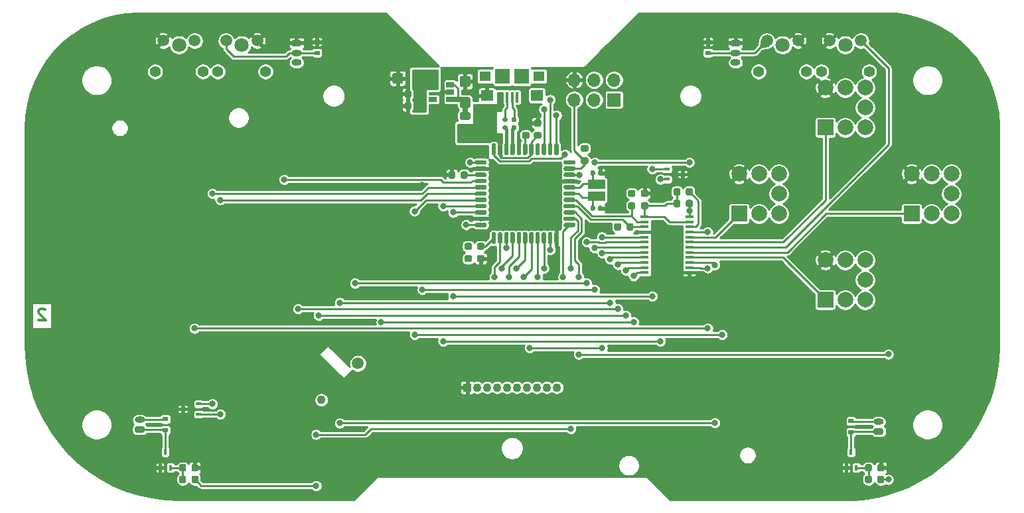
<source format=gbr>
G04 #@! TF.GenerationSoftware,KiCad,Pcbnew,(5.1.9)-1*
G04 #@! TF.CreationDate,2021-06-03T11:24:32+02:00*
G04 #@! TF.ProjectId,gamerino,67616d65-7269-46e6-9f2e-6b696361645f,01*
G04 #@! TF.SameCoordinates,Original*
G04 #@! TF.FileFunction,Copper,L2,Bot*
G04 #@! TF.FilePolarity,Positive*
%FSLAX46Y46*%
G04 Gerber Fmt 4.6, Leading zero omitted, Abs format (unit mm)*
G04 Created by KiCad (PCBNEW (5.1.9)-1) date 2021-06-03 11:24:32*
%MOMM*%
%LPD*%
G01*
G04 APERTURE LIST*
G04 #@! TA.AperFunction,NonConductor*
%ADD10C,0.300000*%
G04 #@! TD*
G04 #@! TA.AperFunction,ComponentPad*
%ADD11C,1.100000*%
G04 #@! TD*
G04 #@! TA.AperFunction,ComponentPad*
%ADD12R,1.100000X1.100000*%
G04 #@! TD*
G04 #@! TA.AperFunction,SMDPad,CuDef*
%ADD13R,0.700000X0.450000*%
G04 #@! TD*
G04 #@! TA.AperFunction,SMDPad,CuDef*
%ADD14R,2.200000X1.150000*%
G04 #@! TD*
G04 #@! TA.AperFunction,SMDPad,CuDef*
%ADD15R,0.450000X0.700000*%
G04 #@! TD*
G04 #@! TA.AperFunction,SMDPad,CuDef*
%ADD16R,0.700000X0.600000*%
G04 #@! TD*
G04 #@! TA.AperFunction,ComponentPad*
%ADD17O,1.300000X0.800000*%
G04 #@! TD*
G04 #@! TA.AperFunction,WasherPad*
%ADD18C,2.000000*%
G04 #@! TD*
G04 #@! TA.AperFunction,ComponentPad*
%ADD19C,2.000000*%
G04 #@! TD*
G04 #@! TA.AperFunction,ComponentPad*
%ADD20R,2.000000X2.000000*%
G04 #@! TD*
G04 #@! TA.AperFunction,WasherPad*
%ADD21C,1.500000*%
G04 #@! TD*
G04 #@! TA.AperFunction,WasherPad*
%ADD22C,1.100000*%
G04 #@! TD*
G04 #@! TA.AperFunction,SMDPad,CuDef*
%ADD23R,0.400000X1.350000*%
G04 #@! TD*
G04 #@! TA.AperFunction,SMDPad,CuDef*
%ADD24R,1.600000X1.400000*%
G04 #@! TD*
G04 #@! TA.AperFunction,SMDPad,CuDef*
%ADD25R,1.450000X1.300000*%
G04 #@! TD*
G04 #@! TA.AperFunction,SMDPad,CuDef*
%ADD26R,1.900000X1.900000*%
G04 #@! TD*
G04 #@! TA.AperFunction,ComponentPad*
%ADD27C,1.500000*%
G04 #@! TD*
G04 #@! TA.AperFunction,ComponentPad*
%ADD28C,1.400000*%
G04 #@! TD*
G04 #@! TA.AperFunction,WasherPad*
%ADD29C,1.800000*%
G04 #@! TD*
G04 #@! TA.AperFunction,ComponentPad*
%ADD30R,1.700000X1.700000*%
G04 #@! TD*
G04 #@! TA.AperFunction,ComponentPad*
%ADD31O,1.700000X1.700000*%
G04 #@! TD*
G04 #@! TA.AperFunction,SMDPad,CuDef*
%ADD32R,1.060000X0.650000*%
G04 #@! TD*
G04 #@! TA.AperFunction,SMDPad,CuDef*
%ADD33R,1.100000X0.400000*%
G04 #@! TD*
G04 #@! TA.AperFunction,ViaPad*
%ADD34C,0.800000*%
G04 #@! TD*
G04 #@! TA.AperFunction,Conductor*
%ADD35C,0.650000*%
G04 #@! TD*
G04 #@! TA.AperFunction,Conductor*
%ADD36C,0.250000*%
G04 #@! TD*
G04 #@! TA.AperFunction,Conductor*
%ADD37C,0.450000*%
G04 #@! TD*
G04 #@! TA.AperFunction,Conductor*
%ADD38C,0.254000*%
G04 #@! TD*
G04 #@! TA.AperFunction,Conductor*
%ADD39C,0.100000*%
G04 #@! TD*
G04 #@! TA.AperFunction,Conductor*
%ADD40C,0.025400*%
G04 #@! TD*
G04 APERTURE END LIST*
D10*
X78428571Y-92821428D02*
X78357142Y-92750000D01*
X78214285Y-92678571D01*
X77857142Y-92678571D01*
X77714285Y-92750000D01*
X77642857Y-92821428D01*
X77571428Y-92964285D01*
X77571428Y-93107142D01*
X77642857Y-93321428D01*
X78500000Y-94178571D01*
X77571428Y-94178571D01*
D11*
X143715000Y-102750000D03*
X142445000Y-102750000D03*
X141175000Y-102750000D03*
X139905000Y-102750000D03*
X138635000Y-102750000D03*
X137365000Y-102750000D03*
X136095000Y-102750000D03*
X134825000Y-102750000D03*
X133555000Y-102750000D03*
D12*
X132285000Y-102750000D03*
D13*
X157750000Y-76150000D03*
X157750000Y-74850000D03*
X159750000Y-75500000D03*
D14*
X148770000Y-78350000D03*
X148770000Y-76800000D03*
G04 #@! TA.AperFunction,SMDPad,CuDef*
G36*
G01*
X97100000Y-113256250D02*
X97100000Y-112743750D01*
G75*
G02*
X97318750Y-112525000I218750J0D01*
G01*
X97756250Y-112525000D01*
G75*
G02*
X97975000Y-112743750I0J-218750D01*
G01*
X97975000Y-113256250D01*
G75*
G02*
X97756250Y-113475000I-218750J0D01*
G01*
X97318750Y-113475000D01*
G75*
G02*
X97100000Y-113256250I0J218750D01*
G01*
G37*
G04 #@! TD.AperFunction*
G04 #@! TA.AperFunction,SMDPad,CuDef*
G36*
G01*
X95525000Y-113256250D02*
X95525000Y-112743750D01*
G75*
G02*
X95743750Y-112525000I218750J0D01*
G01*
X96181250Y-112525000D01*
G75*
G02*
X96400000Y-112743750I0J-218750D01*
G01*
X96400000Y-113256250D01*
G75*
G02*
X96181250Y-113475000I-218750J0D01*
G01*
X95743750Y-113475000D01*
G75*
G02*
X95525000Y-113256250I0J218750D01*
G01*
G37*
G04 #@! TD.AperFunction*
G04 #@! TA.AperFunction,SMDPad,CuDef*
G36*
G01*
X95525000Y-114756250D02*
X95525000Y-114243750D01*
G75*
G02*
X95743750Y-114025000I218750J0D01*
G01*
X96181250Y-114025000D01*
G75*
G02*
X96400000Y-114243750I0J-218750D01*
G01*
X96400000Y-114756250D01*
G75*
G02*
X96181250Y-114975000I-218750J0D01*
G01*
X95743750Y-114975000D01*
G75*
G02*
X95525000Y-114756250I0J218750D01*
G01*
G37*
G04 #@! TD.AperFunction*
G04 #@! TA.AperFunction,SMDPad,CuDef*
G36*
G01*
X97100000Y-114756250D02*
X97100000Y-114243750D01*
G75*
G02*
X97318750Y-114025000I218750J0D01*
G01*
X97756250Y-114025000D01*
G75*
G02*
X97975000Y-114243750I0J-218750D01*
G01*
X97975000Y-114756250D01*
G75*
G02*
X97756250Y-114975000I-218750J0D01*
G01*
X97318750Y-114975000D01*
G75*
G02*
X97100000Y-114756250I0J218750D01*
G01*
G37*
G04 #@! TD.AperFunction*
G04 #@! TA.AperFunction,SMDPad,CuDef*
G36*
G01*
X183025000Y-113256250D02*
X183025000Y-112743750D01*
G75*
G02*
X183243750Y-112525000I218750J0D01*
G01*
X183681250Y-112525000D01*
G75*
G02*
X183900000Y-112743750I0J-218750D01*
G01*
X183900000Y-113256250D01*
G75*
G02*
X183681250Y-113475000I-218750J0D01*
G01*
X183243750Y-113475000D01*
G75*
G02*
X183025000Y-113256250I0J218750D01*
G01*
G37*
G04 #@! TD.AperFunction*
G04 #@! TA.AperFunction,SMDPad,CuDef*
G36*
G01*
X184600000Y-113256250D02*
X184600000Y-112743750D01*
G75*
G02*
X184818750Y-112525000I218750J0D01*
G01*
X185256250Y-112525000D01*
G75*
G02*
X185475000Y-112743750I0J-218750D01*
G01*
X185475000Y-113256250D01*
G75*
G02*
X185256250Y-113475000I-218750J0D01*
G01*
X184818750Y-113475000D01*
G75*
G02*
X184600000Y-113256250I0J218750D01*
G01*
G37*
G04 #@! TD.AperFunction*
G04 #@! TA.AperFunction,SMDPad,CuDef*
G36*
G01*
X184600000Y-114756250D02*
X184600000Y-114243750D01*
G75*
G02*
X184818750Y-114025000I218750J0D01*
G01*
X185256250Y-114025000D01*
G75*
G02*
X185475000Y-114243750I0J-218750D01*
G01*
X185475000Y-114756250D01*
G75*
G02*
X185256250Y-114975000I-218750J0D01*
G01*
X184818750Y-114975000D01*
G75*
G02*
X184600000Y-114756250I0J218750D01*
G01*
G37*
G04 #@! TD.AperFunction*
G04 #@! TA.AperFunction,SMDPad,CuDef*
G36*
G01*
X183025000Y-114756250D02*
X183025000Y-114243750D01*
G75*
G02*
X183243750Y-114025000I218750J0D01*
G01*
X183681250Y-114025000D01*
G75*
G02*
X183900000Y-114243750I0J-218750D01*
G01*
X183900000Y-114756250D01*
G75*
G02*
X183681250Y-114975000I-218750J0D01*
G01*
X183243750Y-114975000D01*
G75*
G02*
X183025000Y-114756250I0J218750D01*
G01*
G37*
G04 #@! TD.AperFunction*
D15*
X181900000Y-113000000D03*
X180600000Y-113000000D03*
X181250000Y-111000000D03*
X93750000Y-111000000D03*
X93100000Y-113000000D03*
X94400000Y-113000000D03*
D16*
X93750000Y-108200000D03*
X93750000Y-106800000D03*
X181250000Y-107050000D03*
X181250000Y-108450000D03*
G04 #@! TA.AperFunction,ComponentPad*
G36*
G01*
X185200000Y-108775000D02*
X184300000Y-108775000D01*
G75*
G02*
X184100000Y-108575000I0J200000D01*
G01*
X184100000Y-108175000D01*
G75*
G02*
X184300000Y-107975000I200000J0D01*
G01*
X185200000Y-107975000D01*
G75*
G02*
X185400000Y-108175000I0J-200000D01*
G01*
X185400000Y-108575000D01*
G75*
G02*
X185200000Y-108775000I-200000J0D01*
G01*
G37*
G04 #@! TD.AperFunction*
D17*
X184750000Y-107125000D03*
X90500000Y-106875000D03*
G04 #@! TA.AperFunction,ComponentPad*
G36*
G01*
X90950000Y-108525000D02*
X90050000Y-108525000D01*
G75*
G02*
X89850000Y-108325000I0J200000D01*
G01*
X89850000Y-107925000D01*
G75*
G02*
X90050000Y-107725000I200000J0D01*
G01*
X90950000Y-107725000D01*
G75*
G02*
X91150000Y-107925000I0J-200000D01*
G01*
X91150000Y-108325000D01*
G75*
G02*
X90950000Y-108525000I-200000J0D01*
G01*
G37*
G04 #@! TD.AperFunction*
D18*
X194040000Y-78000000D03*
D19*
X191500000Y-75460000D03*
X191500000Y-80540000D03*
X194040000Y-75460000D03*
X194040000Y-80540000D03*
X188960000Y-75460000D03*
D20*
X188960000Y-80540000D03*
D13*
X98000000Y-104850000D03*
X98000000Y-106150000D03*
X96000000Y-105500000D03*
D16*
X163000000Y-60000000D03*
X163000000Y-58600000D03*
X113100000Y-58600000D03*
X113100000Y-60000000D03*
G04 #@! TA.AperFunction,ComponentPad*
G36*
G01*
X166050000Y-58350000D02*
X166950000Y-58350000D01*
G75*
G02*
X167150000Y-58550000I0J-200000D01*
G01*
X167150000Y-58950000D01*
G75*
G02*
X166950000Y-59150000I-200000J0D01*
G01*
X166050000Y-59150000D01*
G75*
G02*
X165850000Y-58950000I0J200000D01*
G01*
X165850000Y-58550000D01*
G75*
G02*
X166050000Y-58350000I200000J0D01*
G01*
G37*
G04 #@! TD.AperFunction*
D17*
X166500000Y-60000000D03*
X166500000Y-61250000D03*
G04 #@! TA.AperFunction,ComponentPad*
G36*
G01*
X110050000Y-58350000D02*
X110950000Y-58350000D01*
G75*
G02*
X111150000Y-58550000I0J-200000D01*
G01*
X111150000Y-58950000D01*
G75*
G02*
X110950000Y-59150000I-200000J0D01*
G01*
X110050000Y-59150000D01*
G75*
G02*
X109850000Y-58950000I0J200000D01*
G01*
X109850000Y-58550000D01*
G75*
G02*
X110050000Y-58350000I200000J0D01*
G01*
G37*
G04 #@! TD.AperFunction*
X110500000Y-60000000D03*
X110500000Y-61250000D03*
G04 #@! TA.AperFunction,SMDPad,CuDef*
G36*
G01*
X138435000Y-68810000D02*
X138065000Y-68810000D01*
G75*
G02*
X137930000Y-68675000I0J135000D01*
G01*
X137930000Y-68405000D01*
G75*
G02*
X138065000Y-68270000I135000J0D01*
G01*
X138435000Y-68270000D01*
G75*
G02*
X138570000Y-68405000I0J-135000D01*
G01*
X138570000Y-68675000D01*
G75*
G02*
X138435000Y-68810000I-135000J0D01*
G01*
G37*
G04 #@! TD.AperFunction*
G04 #@! TA.AperFunction,SMDPad,CuDef*
G36*
G01*
X138435000Y-69830000D02*
X138065000Y-69830000D01*
G75*
G02*
X137930000Y-69695000I0J135000D01*
G01*
X137930000Y-69425000D01*
G75*
G02*
X138065000Y-69290000I135000J0D01*
G01*
X138435000Y-69290000D01*
G75*
G02*
X138570000Y-69425000I0J-135000D01*
G01*
X138570000Y-69695000D01*
G75*
G02*
X138435000Y-69830000I-135000J0D01*
G01*
G37*
G04 #@! TD.AperFunction*
G04 #@! TA.AperFunction,SMDPad,CuDef*
G36*
G01*
X137285000Y-68810000D02*
X136915000Y-68810000D01*
G75*
G02*
X136780000Y-68675000I0J135000D01*
G01*
X136780000Y-68405000D01*
G75*
G02*
X136915000Y-68270000I135000J0D01*
G01*
X137285000Y-68270000D01*
G75*
G02*
X137420000Y-68405000I0J-135000D01*
G01*
X137420000Y-68675000D01*
G75*
G02*
X137285000Y-68810000I-135000J0D01*
G01*
G37*
G04 #@! TD.AperFunction*
G04 #@! TA.AperFunction,SMDPad,CuDef*
G36*
G01*
X137285000Y-69830000D02*
X136915000Y-69830000D01*
G75*
G02*
X136780000Y-69695000I0J135000D01*
G01*
X136780000Y-69425000D01*
G75*
G02*
X136915000Y-69290000I135000J0D01*
G01*
X137285000Y-69290000D01*
G75*
G02*
X137420000Y-69425000I0J-135000D01*
G01*
X137420000Y-69695000D01*
G75*
G02*
X137285000Y-69830000I-135000J0D01*
G01*
G37*
G04 #@! TD.AperFunction*
D21*
X118330000Y-99670000D03*
D22*
X113670000Y-104330000D03*
D23*
X136700000Y-65675000D03*
X137350000Y-65675000D03*
X138000000Y-65675000D03*
X138650000Y-65675000D03*
X139300000Y-65675000D03*
D24*
X134800000Y-65450000D03*
X141200000Y-65450000D03*
D25*
X141425000Y-63000000D03*
X134575000Y-63000000D03*
D26*
X136800000Y-63000000D03*
X139200000Y-63000000D03*
D27*
X97500000Y-58450000D03*
X93500000Y-58450000D03*
D28*
X98550000Y-62400000D03*
X92450000Y-62400000D03*
D29*
X95500000Y-59000000D03*
D27*
X101500000Y-58450000D03*
X105500000Y-58450000D03*
D28*
X100450000Y-62400000D03*
X106550000Y-62400000D03*
D29*
X103500000Y-59000000D03*
D27*
X170500000Y-58450000D03*
X174500000Y-58450000D03*
D28*
X169450000Y-62400000D03*
X175550000Y-62400000D03*
D29*
X172500000Y-59000000D03*
D27*
X182500000Y-58450000D03*
X178500000Y-58450000D03*
D28*
X183550000Y-62400000D03*
X177450000Y-62400000D03*
D29*
X180500000Y-59000000D03*
G04 #@! TA.AperFunction,SMDPad,CuDef*
G36*
G01*
X132656250Y-85150000D02*
X132143750Y-85150000D01*
G75*
G02*
X131925000Y-84931250I0J218750D01*
G01*
X131925000Y-84493750D01*
G75*
G02*
X132143750Y-84275000I218750J0D01*
G01*
X132656250Y-84275000D01*
G75*
G02*
X132875000Y-84493750I0J-218750D01*
G01*
X132875000Y-84931250D01*
G75*
G02*
X132656250Y-85150000I-218750J0D01*
G01*
G37*
G04 #@! TD.AperFunction*
G04 #@! TA.AperFunction,SMDPad,CuDef*
G36*
G01*
X132656250Y-86725000D02*
X132143750Y-86725000D01*
G75*
G02*
X131925000Y-86506250I0J218750D01*
G01*
X131925000Y-86068750D01*
G75*
G02*
X132143750Y-85850000I218750J0D01*
G01*
X132656250Y-85850000D01*
G75*
G02*
X132875000Y-86068750I0J-218750D01*
G01*
X132875000Y-86506250D01*
G75*
G02*
X132656250Y-86725000I-218750J0D01*
G01*
G37*
G04 #@! TD.AperFunction*
D18*
X183040000Y-67000000D03*
D19*
X180500000Y-64460000D03*
X180500000Y-69540000D03*
X183040000Y-64460000D03*
X183040000Y-69540000D03*
X177960000Y-64460000D03*
D20*
X177960000Y-69540000D03*
D18*
X183040000Y-89000000D03*
D19*
X180500000Y-86460000D03*
X180500000Y-91540000D03*
X183040000Y-86460000D03*
X183040000Y-91540000D03*
X177960000Y-86460000D03*
D20*
X177960000Y-91540000D03*
D18*
X172040000Y-78000000D03*
D19*
X169500000Y-75460000D03*
X169500000Y-80540000D03*
X172040000Y-75460000D03*
X172040000Y-80540000D03*
X166960000Y-75460000D03*
D20*
X166960000Y-80540000D03*
G04 #@! TA.AperFunction,SMDPad,CuDef*
G36*
G01*
X131574999Y-62950000D02*
X132425001Y-62950000D01*
G75*
G02*
X132675000Y-63199999I0J-249999D01*
G01*
X132675000Y-64100001D01*
G75*
G02*
X132425001Y-64350000I-249999J0D01*
G01*
X131574999Y-64350000D01*
G75*
G02*
X131325000Y-64100001I0J249999D01*
G01*
X131325000Y-63199999D01*
G75*
G02*
X131574999Y-62950000I249999J0D01*
G01*
G37*
G04 #@! TD.AperFunction*
G04 #@! TA.AperFunction,SMDPad,CuDef*
G36*
G01*
X131574999Y-65650000D02*
X132425001Y-65650000D01*
G75*
G02*
X132675000Y-65899999I0J-249999D01*
G01*
X132675000Y-66800001D01*
G75*
G02*
X132425001Y-67050000I-249999J0D01*
G01*
X131574999Y-67050000D01*
G75*
G02*
X131325000Y-66800001I0J249999D01*
G01*
X131325000Y-65899999D01*
G75*
G02*
X131574999Y-65650000I249999J0D01*
G01*
G37*
G04 #@! TD.AperFunction*
G04 #@! TA.AperFunction,SMDPad,CuDef*
G36*
G01*
X125400000Y-63675250D02*
X125400000Y-62824750D01*
G75*
G02*
X125649750Y-62575000I249750J0D01*
G01*
X126550250Y-62575000D01*
G75*
G02*
X126800000Y-62824750I0J-249750D01*
G01*
X126800000Y-63675250D01*
G75*
G02*
X126550250Y-63925000I-249750J0D01*
G01*
X125649750Y-63925000D01*
G75*
G02*
X125400000Y-63675250I0J249750D01*
G01*
G37*
G04 #@! TD.AperFunction*
G04 #@! TA.AperFunction,SMDPad,CuDef*
G36*
G01*
X122700000Y-63675001D02*
X122700000Y-62824999D01*
G75*
G02*
X122949999Y-62575000I249999J0D01*
G01*
X123850001Y-62575000D01*
G75*
G02*
X124100000Y-62824999I0J-249999D01*
G01*
X124100000Y-63675001D01*
G75*
G02*
X123850001Y-63925000I-249999J0D01*
G01*
X122949999Y-63925000D01*
G75*
G02*
X122700000Y-63675001I0J249999D01*
G01*
G37*
G04 #@! TD.AperFunction*
G04 #@! TA.AperFunction,SMDPad,CuDef*
G36*
G01*
X147990000Y-75522500D02*
X147990000Y-75177500D01*
G75*
G02*
X148137500Y-75030000I147500J0D01*
G01*
X148432500Y-75030000D01*
G75*
G02*
X148580000Y-75177500I0J-147500D01*
G01*
X148580000Y-75522500D01*
G75*
G02*
X148432500Y-75670000I-147500J0D01*
G01*
X148137500Y-75670000D01*
G75*
G02*
X147990000Y-75522500I0J147500D01*
G01*
G37*
G04 #@! TD.AperFunction*
G04 #@! TA.AperFunction,SMDPad,CuDef*
G36*
G01*
X148960000Y-75522500D02*
X148960000Y-75177500D01*
G75*
G02*
X149107500Y-75030000I147500J0D01*
G01*
X149402500Y-75030000D01*
G75*
G02*
X149550000Y-75177500I0J-147500D01*
G01*
X149550000Y-75522500D01*
G75*
G02*
X149402500Y-75670000I-147500J0D01*
G01*
X149107500Y-75670000D01*
G75*
G02*
X148960000Y-75522500I0J147500D01*
G01*
G37*
G04 #@! TD.AperFunction*
G04 #@! TA.AperFunction,SMDPad,CuDef*
G36*
G01*
X148960000Y-80022500D02*
X148960000Y-79677500D01*
G75*
G02*
X149107500Y-79530000I147500J0D01*
G01*
X149402500Y-79530000D01*
G75*
G02*
X149550000Y-79677500I0J-147500D01*
G01*
X149550000Y-80022500D01*
G75*
G02*
X149402500Y-80170000I-147500J0D01*
G01*
X149107500Y-80170000D01*
G75*
G02*
X148960000Y-80022500I0J147500D01*
G01*
G37*
G04 #@! TD.AperFunction*
G04 #@! TA.AperFunction,SMDPad,CuDef*
G36*
G01*
X147990000Y-80022500D02*
X147990000Y-79677500D01*
G75*
G02*
X148137500Y-79530000I147500J0D01*
G01*
X148432500Y-79530000D01*
G75*
G02*
X148580000Y-79677500I0J-147500D01*
G01*
X148580000Y-80022500D01*
G75*
G02*
X148432500Y-80170000I-147500J0D01*
G01*
X148137500Y-80170000D01*
G75*
G02*
X147990000Y-80022500I0J147500D01*
G01*
G37*
G04 #@! TD.AperFunction*
G04 #@! TA.AperFunction,SMDPad,CuDef*
G36*
G01*
X125150000Y-64993750D02*
X125150000Y-65506250D01*
G75*
G02*
X124931250Y-65725000I-218750J0D01*
G01*
X124493750Y-65725000D01*
G75*
G02*
X124275000Y-65506250I0J218750D01*
G01*
X124275000Y-64993750D01*
G75*
G02*
X124493750Y-64775000I218750J0D01*
G01*
X124931250Y-64775000D01*
G75*
G02*
X125150000Y-64993750I0J-218750D01*
G01*
G37*
G04 #@! TD.AperFunction*
G04 #@! TA.AperFunction,SMDPad,CuDef*
G36*
G01*
X126725000Y-64993750D02*
X126725000Y-65506250D01*
G75*
G02*
X126506250Y-65725000I-218750J0D01*
G01*
X126068750Y-65725000D01*
G75*
G02*
X125850000Y-65506250I0J218750D01*
G01*
X125850000Y-64993750D01*
G75*
G02*
X126068750Y-64775000I218750J0D01*
G01*
X126506250Y-64775000D01*
G75*
G02*
X126725000Y-64993750I0J-218750D01*
G01*
G37*
G04 #@! TD.AperFunction*
G04 #@! TA.AperFunction,SMDPad,CuDef*
G36*
G01*
X126725000Y-66493750D02*
X126725000Y-67006250D01*
G75*
G02*
X126506250Y-67225000I-218750J0D01*
G01*
X126068750Y-67225000D01*
G75*
G02*
X125850000Y-67006250I0J218750D01*
G01*
X125850000Y-66493750D01*
G75*
G02*
X126068750Y-66275000I218750J0D01*
G01*
X126506250Y-66275000D01*
G75*
G02*
X126725000Y-66493750I0J-218750D01*
G01*
G37*
G04 #@! TD.AperFunction*
G04 #@! TA.AperFunction,SMDPad,CuDef*
G36*
G01*
X125150000Y-66493750D02*
X125150000Y-67006250D01*
G75*
G02*
X124931250Y-67225000I-218750J0D01*
G01*
X124493750Y-67225000D01*
G75*
G02*
X124275000Y-67006250I0J218750D01*
G01*
X124275000Y-66493750D01*
G75*
G02*
X124493750Y-66275000I218750J0D01*
G01*
X124931250Y-66275000D01*
G75*
G02*
X125150000Y-66493750I0J-218750D01*
G01*
G37*
G04 #@! TD.AperFunction*
G04 #@! TA.AperFunction,SMDPad,CuDef*
G36*
G01*
X131450000Y-75856250D02*
X131450000Y-75343750D01*
G75*
G02*
X131668750Y-75125000I218750J0D01*
G01*
X132106250Y-75125000D01*
G75*
G02*
X132325000Y-75343750I0J-218750D01*
G01*
X132325000Y-75856250D01*
G75*
G02*
X132106250Y-76075000I-218750J0D01*
G01*
X131668750Y-76075000D01*
G75*
G02*
X131450000Y-75856250I0J218750D01*
G01*
G37*
G04 #@! TD.AperFunction*
G04 #@! TA.AperFunction,SMDPad,CuDef*
G36*
G01*
X129875000Y-75856250D02*
X129875000Y-75343750D01*
G75*
G02*
X130093750Y-75125000I218750J0D01*
G01*
X130531250Y-75125000D01*
G75*
G02*
X130750000Y-75343750I0J-218750D01*
G01*
X130750000Y-75856250D01*
G75*
G02*
X130531250Y-76075000I-218750J0D01*
G01*
X130093750Y-76075000D01*
G75*
G02*
X129875000Y-75856250I0J218750D01*
G01*
G37*
G04 #@! TD.AperFunction*
G04 #@! TA.AperFunction,SMDPad,CuDef*
G36*
G01*
X139493750Y-68525000D02*
X140006250Y-68525000D01*
G75*
G02*
X140225000Y-68743750I0J-218750D01*
G01*
X140225000Y-69181250D01*
G75*
G02*
X140006250Y-69400000I-218750J0D01*
G01*
X139493750Y-69400000D01*
G75*
G02*
X139275000Y-69181250I0J218750D01*
G01*
X139275000Y-68743750D01*
G75*
G02*
X139493750Y-68525000I218750J0D01*
G01*
G37*
G04 #@! TD.AperFunction*
G04 #@! TA.AperFunction,SMDPad,CuDef*
G36*
G01*
X139493750Y-70100000D02*
X140006250Y-70100000D01*
G75*
G02*
X140225000Y-70318750I0J-218750D01*
G01*
X140225000Y-70756250D01*
G75*
G02*
X140006250Y-70975000I-218750J0D01*
G01*
X139493750Y-70975000D01*
G75*
G02*
X139275000Y-70756250I0J218750D01*
G01*
X139275000Y-70318750D01*
G75*
G02*
X139493750Y-70100000I218750J0D01*
G01*
G37*
G04 #@! TD.AperFunction*
G04 #@! TA.AperFunction,SMDPad,CuDef*
G36*
G01*
X141506250Y-70975000D02*
X140993750Y-70975000D01*
G75*
G02*
X140775000Y-70756250I0J218750D01*
G01*
X140775000Y-70318750D01*
G75*
G02*
X140993750Y-70100000I218750J0D01*
G01*
X141506250Y-70100000D01*
G75*
G02*
X141725000Y-70318750I0J-218750D01*
G01*
X141725000Y-70756250D01*
G75*
G02*
X141506250Y-70975000I-218750J0D01*
G01*
G37*
G04 #@! TD.AperFunction*
G04 #@! TA.AperFunction,SMDPad,CuDef*
G36*
G01*
X141506250Y-69400000D02*
X140993750Y-69400000D01*
G75*
G02*
X140775000Y-69181250I0J218750D01*
G01*
X140775000Y-68743750D01*
G75*
G02*
X140993750Y-68525000I218750J0D01*
G01*
X141506250Y-68525000D01*
G75*
G02*
X141725000Y-68743750I0J-218750D01*
G01*
X141725000Y-69181250D01*
G75*
G02*
X141506250Y-69400000I-218750J0D01*
G01*
G37*
G04 #@! TD.AperFunction*
G04 #@! TA.AperFunction,SMDPad,CuDef*
G36*
G01*
X154643750Y-79100000D02*
X155156250Y-79100000D01*
G75*
G02*
X155375000Y-79318750I0J-218750D01*
G01*
X155375000Y-79756250D01*
G75*
G02*
X155156250Y-79975000I-218750J0D01*
G01*
X154643750Y-79975000D01*
G75*
G02*
X154425000Y-79756250I0J218750D01*
G01*
X154425000Y-79318750D01*
G75*
G02*
X154643750Y-79100000I218750J0D01*
G01*
G37*
G04 #@! TD.AperFunction*
G04 #@! TA.AperFunction,SMDPad,CuDef*
G36*
G01*
X154643750Y-77525000D02*
X155156250Y-77525000D01*
G75*
G02*
X155375000Y-77743750I0J-218750D01*
G01*
X155375000Y-78181250D01*
G75*
G02*
X155156250Y-78400000I-218750J0D01*
G01*
X154643750Y-78400000D01*
G75*
G02*
X154425000Y-78181250I0J218750D01*
G01*
X154425000Y-77743750D01*
G75*
G02*
X154643750Y-77525000I218750J0D01*
G01*
G37*
G04 #@! TD.AperFunction*
G04 #@! TA.AperFunction,SMDPad,CuDef*
G36*
G01*
X132456250Y-70425000D02*
X131543750Y-70425000D01*
G75*
G02*
X131300000Y-70181250I0J243750D01*
G01*
X131300000Y-69693750D01*
G75*
G02*
X131543750Y-69450000I243750J0D01*
G01*
X132456250Y-69450000D01*
G75*
G02*
X132700000Y-69693750I0J-243750D01*
G01*
X132700000Y-70181250D01*
G75*
G02*
X132456250Y-70425000I-243750J0D01*
G01*
G37*
G04 #@! TD.AperFunction*
G04 #@! TA.AperFunction,SMDPad,CuDef*
G36*
G01*
X132456250Y-68550000D02*
X131543750Y-68550000D01*
G75*
G02*
X131300000Y-68306250I0J243750D01*
G01*
X131300000Y-67818750D01*
G75*
G02*
X131543750Y-67575000I243750J0D01*
G01*
X132456250Y-67575000D01*
G75*
G02*
X132700000Y-67818750I0J-243750D01*
G01*
X132700000Y-68306250D01*
G75*
G02*
X132456250Y-68550000I-243750J0D01*
G01*
G37*
G04 #@! TD.AperFunction*
D30*
X151000000Y-66000000D03*
D31*
X151000000Y-63460000D03*
X148460000Y-66000000D03*
X148460000Y-63460000D03*
X145920000Y-66000000D03*
X145920000Y-63460000D03*
G04 #@! TA.AperFunction,SMDPad,CuDef*
G36*
G01*
X147506250Y-72650000D02*
X146993750Y-72650000D01*
G75*
G02*
X146775000Y-72431250I0J218750D01*
G01*
X146775000Y-71993750D01*
G75*
G02*
X146993750Y-71775000I218750J0D01*
G01*
X147506250Y-71775000D01*
G75*
G02*
X147725000Y-71993750I0J-218750D01*
G01*
X147725000Y-72431250D01*
G75*
G02*
X147506250Y-72650000I-218750J0D01*
G01*
G37*
G04 #@! TD.AperFunction*
G04 #@! TA.AperFunction,SMDPad,CuDef*
G36*
G01*
X147506250Y-74225000D02*
X146993750Y-74225000D01*
G75*
G02*
X146775000Y-74006250I0J218750D01*
G01*
X146775000Y-73568750D01*
G75*
G02*
X146993750Y-73350000I218750J0D01*
G01*
X147506250Y-73350000D01*
G75*
G02*
X147725000Y-73568750I0J-218750D01*
G01*
X147725000Y-74006250D01*
G75*
G02*
X147506250Y-74225000I-218750J0D01*
G01*
G37*
G04 #@! TD.AperFunction*
G04 #@! TA.AperFunction,SMDPad,CuDef*
G36*
G01*
X134256250Y-86725000D02*
X133743750Y-86725000D01*
G75*
G02*
X133525000Y-86506250I0J218750D01*
G01*
X133525000Y-86068750D01*
G75*
G02*
X133743750Y-85850000I218750J0D01*
G01*
X134256250Y-85850000D01*
G75*
G02*
X134475000Y-86068750I0J-218750D01*
G01*
X134475000Y-86506250D01*
G75*
G02*
X134256250Y-86725000I-218750J0D01*
G01*
G37*
G04 #@! TD.AperFunction*
G04 #@! TA.AperFunction,SMDPad,CuDef*
G36*
G01*
X134256250Y-85150000D02*
X133743750Y-85150000D01*
G75*
G02*
X133525000Y-84931250I0J218750D01*
G01*
X133525000Y-84493750D01*
G75*
G02*
X133743750Y-84275000I218750J0D01*
G01*
X134256250Y-84275000D01*
G75*
G02*
X134475000Y-84493750I0J-218750D01*
G01*
X134475000Y-84931250D01*
G75*
G02*
X134256250Y-85150000I-218750J0D01*
G01*
G37*
G04 #@! TD.AperFunction*
G04 #@! TA.AperFunction,SMDPad,CuDef*
G36*
G01*
X153475000Y-81968750D02*
X153475000Y-82481250D01*
G75*
G02*
X153256250Y-82700000I-218750J0D01*
G01*
X152818750Y-82700000D01*
G75*
G02*
X152600000Y-82481250I0J218750D01*
G01*
X152600000Y-81968750D01*
G75*
G02*
X152818750Y-81750000I218750J0D01*
G01*
X153256250Y-81750000D01*
G75*
G02*
X153475000Y-81968750I0J-218750D01*
G01*
G37*
G04 #@! TD.AperFunction*
G04 #@! TA.AperFunction,SMDPad,CuDef*
G36*
G01*
X151900000Y-81968750D02*
X151900000Y-82481250D01*
G75*
G02*
X151681250Y-82700000I-218750J0D01*
G01*
X151243750Y-82700000D01*
G75*
G02*
X151025000Y-82481250I0J218750D01*
G01*
X151025000Y-81968750D01*
G75*
G02*
X151243750Y-81750000I218750J0D01*
G01*
X151681250Y-81750000D01*
G75*
G02*
X151900000Y-81968750I0J-218750D01*
G01*
G37*
G04 #@! TD.AperFunction*
G04 #@! TA.AperFunction,SMDPad,CuDef*
G36*
G01*
X159462500Y-77493750D02*
X159462500Y-78006250D01*
G75*
G02*
X159243750Y-78225000I-218750J0D01*
G01*
X158806250Y-78225000D01*
G75*
G02*
X158587500Y-78006250I0J218750D01*
G01*
X158587500Y-77493750D01*
G75*
G02*
X158806250Y-77275000I218750J0D01*
G01*
X159243750Y-77275000D01*
G75*
G02*
X159462500Y-77493750I0J-218750D01*
G01*
G37*
G04 #@! TD.AperFunction*
G04 #@! TA.AperFunction,SMDPad,CuDef*
G36*
G01*
X161037500Y-77493750D02*
X161037500Y-78006250D01*
G75*
G02*
X160818750Y-78225000I-218750J0D01*
G01*
X160381250Y-78225000D01*
G75*
G02*
X160162500Y-78006250I0J218750D01*
G01*
X160162500Y-77493750D01*
G75*
G02*
X160381250Y-77275000I218750J0D01*
G01*
X160818750Y-77275000D01*
G75*
G02*
X161037500Y-77493750I0J-218750D01*
G01*
G37*
G04 #@! TD.AperFunction*
G04 #@! TA.AperFunction,SMDPad,CuDef*
G36*
G01*
X153506250Y-79975000D02*
X152993750Y-79975000D01*
G75*
G02*
X152775000Y-79756250I0J218750D01*
G01*
X152775000Y-79318750D01*
G75*
G02*
X152993750Y-79100000I218750J0D01*
G01*
X153506250Y-79100000D01*
G75*
G02*
X153725000Y-79318750I0J-218750D01*
G01*
X153725000Y-79756250D01*
G75*
G02*
X153506250Y-79975000I-218750J0D01*
G01*
G37*
G04 #@! TD.AperFunction*
G04 #@! TA.AperFunction,SMDPad,CuDef*
G36*
G01*
X153506250Y-78400000D02*
X152993750Y-78400000D01*
G75*
G02*
X152775000Y-78181250I0J218750D01*
G01*
X152775000Y-77743750D01*
G75*
G02*
X152993750Y-77525000I218750J0D01*
G01*
X153506250Y-77525000D01*
G75*
G02*
X153725000Y-77743750I0J-218750D01*
G01*
X153725000Y-78181250D01*
G75*
G02*
X153506250Y-78400000I-218750J0D01*
G01*
G37*
G04 #@! TD.AperFunction*
G04 #@! TA.AperFunction,SMDPad,CuDef*
G36*
G01*
X160162500Y-79506250D02*
X160162500Y-78993750D01*
G75*
G02*
X160381250Y-78775000I218750J0D01*
G01*
X160818750Y-78775000D01*
G75*
G02*
X161037500Y-78993750I0J-218750D01*
G01*
X161037500Y-79506250D01*
G75*
G02*
X160818750Y-79725000I-218750J0D01*
G01*
X160381250Y-79725000D01*
G75*
G02*
X160162500Y-79506250I0J218750D01*
G01*
G37*
G04 #@! TD.AperFunction*
G04 #@! TA.AperFunction,SMDPad,CuDef*
G36*
G01*
X158587500Y-79506250D02*
X158587500Y-78993750D01*
G75*
G02*
X158806250Y-78775000I218750J0D01*
G01*
X159243750Y-78775000D01*
G75*
G02*
X159462500Y-78993750I0J-218750D01*
G01*
X159462500Y-79506250D01*
G75*
G02*
X159243750Y-79725000I-218750J0D01*
G01*
X158806250Y-79725000D01*
G75*
G02*
X158587500Y-79506250I0J218750D01*
G01*
G37*
G04 #@! TD.AperFunction*
D32*
X130100000Y-64050000D03*
X130100000Y-65000000D03*
X130100000Y-65950000D03*
X127900000Y-65950000D03*
X127900000Y-64050000D03*
G04 #@! TA.AperFunction,SMDPad,CuDef*
G36*
G01*
X135522500Y-71580000D02*
X135797500Y-71580000D01*
G75*
G02*
X135935000Y-71717500I0J-137500D01*
G01*
X135935000Y-72917500D01*
G75*
G02*
X135797500Y-73055000I-137500J0D01*
G01*
X135522500Y-73055000D01*
G75*
G02*
X135385000Y-72917500I0J137500D01*
G01*
X135385000Y-71717500D01*
G75*
G02*
X135522500Y-71580000I137500J0D01*
G01*
G37*
G04 #@! TD.AperFunction*
G04 #@! TA.AperFunction,SMDPad,CuDef*
G36*
G01*
X136322500Y-71580000D02*
X136597500Y-71580000D01*
G75*
G02*
X136735000Y-71717500I0J-137500D01*
G01*
X136735000Y-72917500D01*
G75*
G02*
X136597500Y-73055000I-137500J0D01*
G01*
X136322500Y-73055000D01*
G75*
G02*
X136185000Y-72917500I0J137500D01*
G01*
X136185000Y-71717500D01*
G75*
G02*
X136322500Y-71580000I137500J0D01*
G01*
G37*
G04 #@! TD.AperFunction*
G04 #@! TA.AperFunction,SMDPad,CuDef*
G36*
G01*
X137122500Y-71580000D02*
X137397500Y-71580000D01*
G75*
G02*
X137535000Y-71717500I0J-137500D01*
G01*
X137535000Y-72917500D01*
G75*
G02*
X137397500Y-73055000I-137500J0D01*
G01*
X137122500Y-73055000D01*
G75*
G02*
X136985000Y-72917500I0J137500D01*
G01*
X136985000Y-71717500D01*
G75*
G02*
X137122500Y-71580000I137500J0D01*
G01*
G37*
G04 #@! TD.AperFunction*
G04 #@! TA.AperFunction,SMDPad,CuDef*
G36*
G01*
X137922500Y-71580000D02*
X138197500Y-71580000D01*
G75*
G02*
X138335000Y-71717500I0J-137500D01*
G01*
X138335000Y-72917500D01*
G75*
G02*
X138197500Y-73055000I-137500J0D01*
G01*
X137922500Y-73055000D01*
G75*
G02*
X137785000Y-72917500I0J137500D01*
G01*
X137785000Y-71717500D01*
G75*
G02*
X137922500Y-71580000I137500J0D01*
G01*
G37*
G04 #@! TD.AperFunction*
G04 #@! TA.AperFunction,SMDPad,CuDef*
G36*
G01*
X138722500Y-71580000D02*
X138997500Y-71580000D01*
G75*
G02*
X139135000Y-71717500I0J-137500D01*
G01*
X139135000Y-72917500D01*
G75*
G02*
X138997500Y-73055000I-137500J0D01*
G01*
X138722500Y-73055000D01*
G75*
G02*
X138585000Y-72917500I0J137500D01*
G01*
X138585000Y-71717500D01*
G75*
G02*
X138722500Y-71580000I137500J0D01*
G01*
G37*
G04 #@! TD.AperFunction*
G04 #@! TA.AperFunction,SMDPad,CuDef*
G36*
G01*
X139522500Y-71580000D02*
X139797500Y-71580000D01*
G75*
G02*
X139935000Y-71717500I0J-137500D01*
G01*
X139935000Y-72917500D01*
G75*
G02*
X139797500Y-73055000I-137500J0D01*
G01*
X139522500Y-73055000D01*
G75*
G02*
X139385000Y-72917500I0J137500D01*
G01*
X139385000Y-71717500D01*
G75*
G02*
X139522500Y-71580000I137500J0D01*
G01*
G37*
G04 #@! TD.AperFunction*
G04 #@! TA.AperFunction,SMDPad,CuDef*
G36*
G01*
X140322500Y-71580000D02*
X140597500Y-71580000D01*
G75*
G02*
X140735000Y-71717500I0J-137500D01*
G01*
X140735000Y-72917500D01*
G75*
G02*
X140597500Y-73055000I-137500J0D01*
G01*
X140322500Y-73055000D01*
G75*
G02*
X140185000Y-72917500I0J137500D01*
G01*
X140185000Y-71717500D01*
G75*
G02*
X140322500Y-71580000I137500J0D01*
G01*
G37*
G04 #@! TD.AperFunction*
G04 #@! TA.AperFunction,SMDPad,CuDef*
G36*
G01*
X141122500Y-71580000D02*
X141397500Y-71580000D01*
G75*
G02*
X141535000Y-71717500I0J-137500D01*
G01*
X141535000Y-72917500D01*
G75*
G02*
X141397500Y-73055000I-137500J0D01*
G01*
X141122500Y-73055000D01*
G75*
G02*
X140985000Y-72917500I0J137500D01*
G01*
X140985000Y-71717500D01*
G75*
G02*
X141122500Y-71580000I137500J0D01*
G01*
G37*
G04 #@! TD.AperFunction*
G04 #@! TA.AperFunction,SMDPad,CuDef*
G36*
G01*
X141922500Y-71580000D02*
X142197500Y-71580000D01*
G75*
G02*
X142335000Y-71717500I0J-137500D01*
G01*
X142335000Y-72917500D01*
G75*
G02*
X142197500Y-73055000I-137500J0D01*
G01*
X141922500Y-73055000D01*
G75*
G02*
X141785000Y-72917500I0J137500D01*
G01*
X141785000Y-71717500D01*
G75*
G02*
X141922500Y-71580000I137500J0D01*
G01*
G37*
G04 #@! TD.AperFunction*
G04 #@! TA.AperFunction,SMDPad,CuDef*
G36*
G01*
X142722500Y-71580000D02*
X142997500Y-71580000D01*
G75*
G02*
X143135000Y-71717500I0J-137500D01*
G01*
X143135000Y-72917500D01*
G75*
G02*
X142997500Y-73055000I-137500J0D01*
G01*
X142722500Y-73055000D01*
G75*
G02*
X142585000Y-72917500I0J137500D01*
G01*
X142585000Y-71717500D01*
G75*
G02*
X142722500Y-71580000I137500J0D01*
G01*
G37*
G04 #@! TD.AperFunction*
G04 #@! TA.AperFunction,SMDPad,CuDef*
G36*
G01*
X143522500Y-71580000D02*
X143797500Y-71580000D01*
G75*
G02*
X143935000Y-71717500I0J-137500D01*
G01*
X143935000Y-72917500D01*
G75*
G02*
X143797500Y-73055000I-137500J0D01*
G01*
X143522500Y-73055000D01*
G75*
G02*
X143385000Y-72917500I0J137500D01*
G01*
X143385000Y-71717500D01*
G75*
G02*
X143522500Y-71580000I137500J0D01*
G01*
G37*
G04 #@! TD.AperFunction*
G04 #@! TA.AperFunction,SMDPad,CuDef*
G36*
G01*
X144722500Y-73705000D02*
X145922500Y-73705000D01*
G75*
G02*
X146060000Y-73842500I0J-137500D01*
G01*
X146060000Y-74117500D01*
G75*
G02*
X145922500Y-74255000I-137500J0D01*
G01*
X144722500Y-74255000D01*
G75*
G02*
X144585000Y-74117500I0J137500D01*
G01*
X144585000Y-73842500D01*
G75*
G02*
X144722500Y-73705000I137500J0D01*
G01*
G37*
G04 #@! TD.AperFunction*
G04 #@! TA.AperFunction,SMDPad,CuDef*
G36*
G01*
X144722500Y-74505000D02*
X145922500Y-74505000D01*
G75*
G02*
X146060000Y-74642500I0J-137500D01*
G01*
X146060000Y-74917500D01*
G75*
G02*
X145922500Y-75055000I-137500J0D01*
G01*
X144722500Y-75055000D01*
G75*
G02*
X144585000Y-74917500I0J137500D01*
G01*
X144585000Y-74642500D01*
G75*
G02*
X144722500Y-74505000I137500J0D01*
G01*
G37*
G04 #@! TD.AperFunction*
G04 #@! TA.AperFunction,SMDPad,CuDef*
G36*
G01*
X144722500Y-75305000D02*
X145922500Y-75305000D01*
G75*
G02*
X146060000Y-75442500I0J-137500D01*
G01*
X146060000Y-75717500D01*
G75*
G02*
X145922500Y-75855000I-137500J0D01*
G01*
X144722500Y-75855000D01*
G75*
G02*
X144585000Y-75717500I0J137500D01*
G01*
X144585000Y-75442500D01*
G75*
G02*
X144722500Y-75305000I137500J0D01*
G01*
G37*
G04 #@! TD.AperFunction*
G04 #@! TA.AperFunction,SMDPad,CuDef*
G36*
G01*
X144722500Y-76105000D02*
X145922500Y-76105000D01*
G75*
G02*
X146060000Y-76242500I0J-137500D01*
G01*
X146060000Y-76517500D01*
G75*
G02*
X145922500Y-76655000I-137500J0D01*
G01*
X144722500Y-76655000D01*
G75*
G02*
X144585000Y-76517500I0J137500D01*
G01*
X144585000Y-76242500D01*
G75*
G02*
X144722500Y-76105000I137500J0D01*
G01*
G37*
G04 #@! TD.AperFunction*
G04 #@! TA.AperFunction,SMDPad,CuDef*
G36*
G01*
X144722500Y-76905000D02*
X145922500Y-76905000D01*
G75*
G02*
X146060000Y-77042500I0J-137500D01*
G01*
X146060000Y-77317500D01*
G75*
G02*
X145922500Y-77455000I-137500J0D01*
G01*
X144722500Y-77455000D01*
G75*
G02*
X144585000Y-77317500I0J137500D01*
G01*
X144585000Y-77042500D01*
G75*
G02*
X144722500Y-76905000I137500J0D01*
G01*
G37*
G04 #@! TD.AperFunction*
G04 #@! TA.AperFunction,SMDPad,CuDef*
G36*
G01*
X144722500Y-77705000D02*
X145922500Y-77705000D01*
G75*
G02*
X146060000Y-77842500I0J-137500D01*
G01*
X146060000Y-78117500D01*
G75*
G02*
X145922500Y-78255000I-137500J0D01*
G01*
X144722500Y-78255000D01*
G75*
G02*
X144585000Y-78117500I0J137500D01*
G01*
X144585000Y-77842500D01*
G75*
G02*
X144722500Y-77705000I137500J0D01*
G01*
G37*
G04 #@! TD.AperFunction*
G04 #@! TA.AperFunction,SMDPad,CuDef*
G36*
G01*
X144722500Y-78505000D02*
X145922500Y-78505000D01*
G75*
G02*
X146060000Y-78642500I0J-137500D01*
G01*
X146060000Y-78917500D01*
G75*
G02*
X145922500Y-79055000I-137500J0D01*
G01*
X144722500Y-79055000D01*
G75*
G02*
X144585000Y-78917500I0J137500D01*
G01*
X144585000Y-78642500D01*
G75*
G02*
X144722500Y-78505000I137500J0D01*
G01*
G37*
G04 #@! TD.AperFunction*
G04 #@! TA.AperFunction,SMDPad,CuDef*
G36*
G01*
X144722500Y-79305000D02*
X145922500Y-79305000D01*
G75*
G02*
X146060000Y-79442500I0J-137500D01*
G01*
X146060000Y-79717500D01*
G75*
G02*
X145922500Y-79855000I-137500J0D01*
G01*
X144722500Y-79855000D01*
G75*
G02*
X144585000Y-79717500I0J137500D01*
G01*
X144585000Y-79442500D01*
G75*
G02*
X144722500Y-79305000I137500J0D01*
G01*
G37*
G04 #@! TD.AperFunction*
G04 #@! TA.AperFunction,SMDPad,CuDef*
G36*
G01*
X144722500Y-80105000D02*
X145922500Y-80105000D01*
G75*
G02*
X146060000Y-80242500I0J-137500D01*
G01*
X146060000Y-80517500D01*
G75*
G02*
X145922500Y-80655000I-137500J0D01*
G01*
X144722500Y-80655000D01*
G75*
G02*
X144585000Y-80517500I0J137500D01*
G01*
X144585000Y-80242500D01*
G75*
G02*
X144722500Y-80105000I137500J0D01*
G01*
G37*
G04 #@! TD.AperFunction*
G04 #@! TA.AperFunction,SMDPad,CuDef*
G36*
G01*
X144722500Y-80905000D02*
X145922500Y-80905000D01*
G75*
G02*
X146060000Y-81042500I0J-137500D01*
G01*
X146060000Y-81317500D01*
G75*
G02*
X145922500Y-81455000I-137500J0D01*
G01*
X144722500Y-81455000D01*
G75*
G02*
X144585000Y-81317500I0J137500D01*
G01*
X144585000Y-81042500D01*
G75*
G02*
X144722500Y-80905000I137500J0D01*
G01*
G37*
G04 #@! TD.AperFunction*
G04 #@! TA.AperFunction,SMDPad,CuDef*
G36*
G01*
X144722500Y-81705000D02*
X145922500Y-81705000D01*
G75*
G02*
X146060000Y-81842500I0J-137500D01*
G01*
X146060000Y-82117500D01*
G75*
G02*
X145922500Y-82255000I-137500J0D01*
G01*
X144722500Y-82255000D01*
G75*
G02*
X144585000Y-82117500I0J137500D01*
G01*
X144585000Y-81842500D01*
G75*
G02*
X144722500Y-81705000I137500J0D01*
G01*
G37*
G04 #@! TD.AperFunction*
G04 #@! TA.AperFunction,SMDPad,CuDef*
G36*
G01*
X143522500Y-82905000D02*
X143797500Y-82905000D01*
G75*
G02*
X143935000Y-83042500I0J-137500D01*
G01*
X143935000Y-84242500D01*
G75*
G02*
X143797500Y-84380000I-137500J0D01*
G01*
X143522500Y-84380000D01*
G75*
G02*
X143385000Y-84242500I0J137500D01*
G01*
X143385000Y-83042500D01*
G75*
G02*
X143522500Y-82905000I137500J0D01*
G01*
G37*
G04 #@! TD.AperFunction*
G04 #@! TA.AperFunction,SMDPad,CuDef*
G36*
G01*
X142722500Y-82905000D02*
X142997500Y-82905000D01*
G75*
G02*
X143135000Y-83042500I0J-137500D01*
G01*
X143135000Y-84242500D01*
G75*
G02*
X142997500Y-84380000I-137500J0D01*
G01*
X142722500Y-84380000D01*
G75*
G02*
X142585000Y-84242500I0J137500D01*
G01*
X142585000Y-83042500D01*
G75*
G02*
X142722500Y-82905000I137500J0D01*
G01*
G37*
G04 #@! TD.AperFunction*
G04 #@! TA.AperFunction,SMDPad,CuDef*
G36*
G01*
X141922500Y-82905000D02*
X142197500Y-82905000D01*
G75*
G02*
X142335000Y-83042500I0J-137500D01*
G01*
X142335000Y-84242500D01*
G75*
G02*
X142197500Y-84380000I-137500J0D01*
G01*
X141922500Y-84380000D01*
G75*
G02*
X141785000Y-84242500I0J137500D01*
G01*
X141785000Y-83042500D01*
G75*
G02*
X141922500Y-82905000I137500J0D01*
G01*
G37*
G04 #@! TD.AperFunction*
G04 #@! TA.AperFunction,SMDPad,CuDef*
G36*
G01*
X141122500Y-82905000D02*
X141397500Y-82905000D01*
G75*
G02*
X141535000Y-83042500I0J-137500D01*
G01*
X141535000Y-84242500D01*
G75*
G02*
X141397500Y-84380000I-137500J0D01*
G01*
X141122500Y-84380000D01*
G75*
G02*
X140985000Y-84242500I0J137500D01*
G01*
X140985000Y-83042500D01*
G75*
G02*
X141122500Y-82905000I137500J0D01*
G01*
G37*
G04 #@! TD.AperFunction*
G04 #@! TA.AperFunction,SMDPad,CuDef*
G36*
G01*
X140322500Y-82905000D02*
X140597500Y-82905000D01*
G75*
G02*
X140735000Y-83042500I0J-137500D01*
G01*
X140735000Y-84242500D01*
G75*
G02*
X140597500Y-84380000I-137500J0D01*
G01*
X140322500Y-84380000D01*
G75*
G02*
X140185000Y-84242500I0J137500D01*
G01*
X140185000Y-83042500D01*
G75*
G02*
X140322500Y-82905000I137500J0D01*
G01*
G37*
G04 #@! TD.AperFunction*
G04 #@! TA.AperFunction,SMDPad,CuDef*
G36*
G01*
X139522500Y-82905000D02*
X139797500Y-82905000D01*
G75*
G02*
X139935000Y-83042500I0J-137500D01*
G01*
X139935000Y-84242500D01*
G75*
G02*
X139797500Y-84380000I-137500J0D01*
G01*
X139522500Y-84380000D01*
G75*
G02*
X139385000Y-84242500I0J137500D01*
G01*
X139385000Y-83042500D01*
G75*
G02*
X139522500Y-82905000I137500J0D01*
G01*
G37*
G04 #@! TD.AperFunction*
G04 #@! TA.AperFunction,SMDPad,CuDef*
G36*
G01*
X138722500Y-82905000D02*
X138997500Y-82905000D01*
G75*
G02*
X139135000Y-83042500I0J-137500D01*
G01*
X139135000Y-84242500D01*
G75*
G02*
X138997500Y-84380000I-137500J0D01*
G01*
X138722500Y-84380000D01*
G75*
G02*
X138585000Y-84242500I0J137500D01*
G01*
X138585000Y-83042500D01*
G75*
G02*
X138722500Y-82905000I137500J0D01*
G01*
G37*
G04 #@! TD.AperFunction*
G04 #@! TA.AperFunction,SMDPad,CuDef*
G36*
G01*
X137922500Y-82905000D02*
X138197500Y-82905000D01*
G75*
G02*
X138335000Y-83042500I0J-137500D01*
G01*
X138335000Y-84242500D01*
G75*
G02*
X138197500Y-84380000I-137500J0D01*
G01*
X137922500Y-84380000D01*
G75*
G02*
X137785000Y-84242500I0J137500D01*
G01*
X137785000Y-83042500D01*
G75*
G02*
X137922500Y-82905000I137500J0D01*
G01*
G37*
G04 #@! TD.AperFunction*
G04 #@! TA.AperFunction,SMDPad,CuDef*
G36*
G01*
X137122500Y-82905000D02*
X137397500Y-82905000D01*
G75*
G02*
X137535000Y-83042500I0J-137500D01*
G01*
X137535000Y-84242500D01*
G75*
G02*
X137397500Y-84380000I-137500J0D01*
G01*
X137122500Y-84380000D01*
G75*
G02*
X136985000Y-84242500I0J137500D01*
G01*
X136985000Y-83042500D01*
G75*
G02*
X137122500Y-82905000I137500J0D01*
G01*
G37*
G04 #@! TD.AperFunction*
G04 #@! TA.AperFunction,SMDPad,CuDef*
G36*
G01*
X136322500Y-82905000D02*
X136597500Y-82905000D01*
G75*
G02*
X136735000Y-83042500I0J-137500D01*
G01*
X136735000Y-84242500D01*
G75*
G02*
X136597500Y-84380000I-137500J0D01*
G01*
X136322500Y-84380000D01*
G75*
G02*
X136185000Y-84242500I0J137500D01*
G01*
X136185000Y-83042500D01*
G75*
G02*
X136322500Y-82905000I137500J0D01*
G01*
G37*
G04 #@! TD.AperFunction*
G04 #@! TA.AperFunction,SMDPad,CuDef*
G36*
G01*
X135522500Y-82905000D02*
X135797500Y-82905000D01*
G75*
G02*
X135935000Y-83042500I0J-137500D01*
G01*
X135935000Y-84242500D01*
G75*
G02*
X135797500Y-84380000I-137500J0D01*
G01*
X135522500Y-84380000D01*
G75*
G02*
X135385000Y-84242500I0J137500D01*
G01*
X135385000Y-83042500D01*
G75*
G02*
X135522500Y-82905000I137500J0D01*
G01*
G37*
G04 #@! TD.AperFunction*
G04 #@! TA.AperFunction,SMDPad,CuDef*
G36*
G01*
X133397500Y-81705000D02*
X134597500Y-81705000D01*
G75*
G02*
X134735000Y-81842500I0J-137500D01*
G01*
X134735000Y-82117500D01*
G75*
G02*
X134597500Y-82255000I-137500J0D01*
G01*
X133397500Y-82255000D01*
G75*
G02*
X133260000Y-82117500I0J137500D01*
G01*
X133260000Y-81842500D01*
G75*
G02*
X133397500Y-81705000I137500J0D01*
G01*
G37*
G04 #@! TD.AperFunction*
G04 #@! TA.AperFunction,SMDPad,CuDef*
G36*
G01*
X133397500Y-80905000D02*
X134597500Y-80905000D01*
G75*
G02*
X134735000Y-81042500I0J-137500D01*
G01*
X134735000Y-81317500D01*
G75*
G02*
X134597500Y-81455000I-137500J0D01*
G01*
X133397500Y-81455000D01*
G75*
G02*
X133260000Y-81317500I0J137500D01*
G01*
X133260000Y-81042500D01*
G75*
G02*
X133397500Y-80905000I137500J0D01*
G01*
G37*
G04 #@! TD.AperFunction*
G04 #@! TA.AperFunction,SMDPad,CuDef*
G36*
G01*
X133397500Y-80105000D02*
X134597500Y-80105000D01*
G75*
G02*
X134735000Y-80242500I0J-137500D01*
G01*
X134735000Y-80517500D01*
G75*
G02*
X134597500Y-80655000I-137500J0D01*
G01*
X133397500Y-80655000D01*
G75*
G02*
X133260000Y-80517500I0J137500D01*
G01*
X133260000Y-80242500D01*
G75*
G02*
X133397500Y-80105000I137500J0D01*
G01*
G37*
G04 #@! TD.AperFunction*
G04 #@! TA.AperFunction,SMDPad,CuDef*
G36*
G01*
X133397500Y-79305000D02*
X134597500Y-79305000D01*
G75*
G02*
X134735000Y-79442500I0J-137500D01*
G01*
X134735000Y-79717500D01*
G75*
G02*
X134597500Y-79855000I-137500J0D01*
G01*
X133397500Y-79855000D01*
G75*
G02*
X133260000Y-79717500I0J137500D01*
G01*
X133260000Y-79442500D01*
G75*
G02*
X133397500Y-79305000I137500J0D01*
G01*
G37*
G04 #@! TD.AperFunction*
G04 #@! TA.AperFunction,SMDPad,CuDef*
G36*
G01*
X133397500Y-78505000D02*
X134597500Y-78505000D01*
G75*
G02*
X134735000Y-78642500I0J-137500D01*
G01*
X134735000Y-78917500D01*
G75*
G02*
X134597500Y-79055000I-137500J0D01*
G01*
X133397500Y-79055000D01*
G75*
G02*
X133260000Y-78917500I0J137500D01*
G01*
X133260000Y-78642500D01*
G75*
G02*
X133397500Y-78505000I137500J0D01*
G01*
G37*
G04 #@! TD.AperFunction*
G04 #@! TA.AperFunction,SMDPad,CuDef*
G36*
G01*
X133397500Y-77705000D02*
X134597500Y-77705000D01*
G75*
G02*
X134735000Y-77842500I0J-137500D01*
G01*
X134735000Y-78117500D01*
G75*
G02*
X134597500Y-78255000I-137500J0D01*
G01*
X133397500Y-78255000D01*
G75*
G02*
X133260000Y-78117500I0J137500D01*
G01*
X133260000Y-77842500D01*
G75*
G02*
X133397500Y-77705000I137500J0D01*
G01*
G37*
G04 #@! TD.AperFunction*
G04 #@! TA.AperFunction,SMDPad,CuDef*
G36*
G01*
X133397500Y-76905000D02*
X134597500Y-76905000D01*
G75*
G02*
X134735000Y-77042500I0J-137500D01*
G01*
X134735000Y-77317500D01*
G75*
G02*
X134597500Y-77455000I-137500J0D01*
G01*
X133397500Y-77455000D01*
G75*
G02*
X133260000Y-77317500I0J137500D01*
G01*
X133260000Y-77042500D01*
G75*
G02*
X133397500Y-76905000I137500J0D01*
G01*
G37*
G04 #@! TD.AperFunction*
G04 #@! TA.AperFunction,SMDPad,CuDef*
G36*
G01*
X133397500Y-76105000D02*
X134597500Y-76105000D01*
G75*
G02*
X134735000Y-76242500I0J-137500D01*
G01*
X134735000Y-76517500D01*
G75*
G02*
X134597500Y-76655000I-137500J0D01*
G01*
X133397500Y-76655000D01*
G75*
G02*
X133260000Y-76517500I0J137500D01*
G01*
X133260000Y-76242500D01*
G75*
G02*
X133397500Y-76105000I137500J0D01*
G01*
G37*
G04 #@! TD.AperFunction*
G04 #@! TA.AperFunction,SMDPad,CuDef*
G36*
G01*
X133397500Y-75305000D02*
X134597500Y-75305000D01*
G75*
G02*
X134735000Y-75442500I0J-137500D01*
G01*
X134735000Y-75717500D01*
G75*
G02*
X134597500Y-75855000I-137500J0D01*
G01*
X133397500Y-75855000D01*
G75*
G02*
X133260000Y-75717500I0J137500D01*
G01*
X133260000Y-75442500D01*
G75*
G02*
X133397500Y-75305000I137500J0D01*
G01*
G37*
G04 #@! TD.AperFunction*
G04 #@! TA.AperFunction,SMDPad,CuDef*
G36*
G01*
X133397500Y-74505000D02*
X134597500Y-74505000D01*
G75*
G02*
X134735000Y-74642500I0J-137500D01*
G01*
X134735000Y-74917500D01*
G75*
G02*
X134597500Y-75055000I-137500J0D01*
G01*
X133397500Y-75055000D01*
G75*
G02*
X133260000Y-74917500I0J137500D01*
G01*
X133260000Y-74642500D01*
G75*
G02*
X133397500Y-74505000I137500J0D01*
G01*
G37*
G04 #@! TD.AperFunction*
G04 #@! TA.AperFunction,SMDPad,CuDef*
G36*
G01*
X133397500Y-73705000D02*
X134597500Y-73705000D01*
G75*
G02*
X134735000Y-73842500I0J-137500D01*
G01*
X134735000Y-74117500D01*
G75*
G02*
X134597500Y-74255000I-137500J0D01*
G01*
X133397500Y-74255000D01*
G75*
G02*
X133260000Y-74117500I0J137500D01*
G01*
X133260000Y-73842500D01*
G75*
G02*
X133397500Y-73705000I137500J0D01*
G01*
G37*
G04 #@! TD.AperFunction*
D33*
X160600000Y-80925000D03*
X160600000Y-81575000D03*
X160600000Y-82225000D03*
X160600000Y-82875000D03*
X160600000Y-83525000D03*
X160600000Y-84175000D03*
X160600000Y-84825000D03*
X160600000Y-85475000D03*
X160600000Y-86125000D03*
X160600000Y-86775000D03*
X160600000Y-87425000D03*
X160600000Y-88075000D03*
X154900000Y-88075000D03*
X154900000Y-87425000D03*
X154900000Y-86775000D03*
X154900000Y-86125000D03*
X154900000Y-85475000D03*
X154900000Y-84825000D03*
X154900000Y-84175000D03*
X154900000Y-83525000D03*
X154900000Y-82875000D03*
X154900000Y-82225000D03*
X154900000Y-81575000D03*
X154900000Y-80925000D03*
D34*
X126550000Y-76900000D03*
X119110000Y-106380000D03*
X158040000Y-61100000D03*
X117950000Y-58900000D03*
X154750000Y-67000000D03*
X101250000Y-114000000D03*
X151120000Y-76890000D03*
X134000000Y-72750000D03*
X147260000Y-72210000D03*
X132650000Y-73980000D03*
X146580000Y-75580000D03*
X153250000Y-77950000D03*
X127870000Y-62850000D03*
X126290000Y-66750000D03*
X126290000Y-65250000D03*
X127890000Y-64050000D03*
X126090000Y-63220000D03*
X151470000Y-82230000D03*
X132145000Y-81980000D03*
X142860000Y-85160000D03*
X154900000Y-79537500D03*
X108925001Y-76174999D03*
X125570000Y-96017000D03*
X164800000Y-96017000D03*
X125550000Y-80225000D03*
X155870000Y-91079000D03*
X130475000Y-80375000D03*
X130475000Y-91079000D03*
X155870000Y-74850000D03*
X100750000Y-106150000D03*
X100750000Y-78780000D03*
X143660000Y-68000000D03*
X142060000Y-67250000D03*
X142860000Y-66000000D03*
X135735000Y-88610000D03*
X139500000Y-88610000D03*
X141260000Y-88610000D03*
X144500000Y-88610000D03*
X136676250Y-87561000D03*
X142060000Y-87561000D03*
X137617500Y-88610000D03*
X145500000Y-87561000D03*
X145500000Y-108005000D03*
X113000000Y-108750000D03*
X113000000Y-115300010D03*
X138558750Y-87561000D03*
X186000000Y-114500000D03*
X146500000Y-88610000D03*
X146489086Y-98510914D03*
X186000000Y-98500000D03*
X160600000Y-80200000D03*
X160600000Y-73980000D03*
X148570000Y-73980000D03*
X144750000Y-73000000D03*
X116000000Y-91902000D03*
X150500000Y-86337499D03*
X150500000Y-91902000D03*
X163869910Y-87085189D03*
X163860000Y-107280000D03*
X116000000Y-107300000D03*
X110700000Y-92725000D03*
X151500000Y-92725000D03*
X151500000Y-87058332D03*
X153500000Y-88499998D03*
X121300000Y-94371000D03*
X153500000Y-94371000D03*
X152500000Y-87779165D03*
X113330000Y-93548000D03*
X152500000Y-93548000D03*
X162960000Y-87500000D03*
X97500000Y-95194000D03*
X162960000Y-95194000D03*
X117950000Y-89433000D03*
X147500000Y-89433000D03*
X147500000Y-84175000D03*
X162950000Y-82875000D03*
X126550000Y-90256000D03*
X148500000Y-90256000D03*
X148500000Y-84900010D03*
X149500000Y-85616666D03*
X140240000Y-97680000D03*
X149500000Y-97680000D03*
X149450000Y-83525000D03*
X99750000Y-77980000D03*
X99750000Y-104850000D03*
X156910000Y-96830000D03*
X129200000Y-79575000D03*
X129200000Y-96840000D03*
X156910000Y-76150000D03*
X132400000Y-84712500D03*
X132400000Y-86300000D03*
X137262660Y-84932660D03*
D35*
X132000000Y-66350000D02*
X132000000Y-68062500D01*
X131600000Y-65950000D02*
X132000000Y-66350000D01*
D36*
X130590002Y-64050000D02*
X130100000Y-64050000D01*
X131050000Y-64509998D02*
X130590002Y-64050000D01*
X131050000Y-65950000D02*
X131050000Y-64509998D01*
D35*
X131050000Y-65950000D02*
X131600000Y-65950000D01*
X130100000Y-65950000D02*
X131050000Y-65950000D01*
D36*
X154900000Y-80925000D02*
X157425000Y-80925000D01*
X158075000Y-81575000D02*
X160600000Y-81575000D01*
X157425000Y-80925000D02*
X158075000Y-81575000D01*
X154900000Y-80925000D02*
X154900000Y-79537500D01*
X154900000Y-79537500D02*
X157462500Y-79537500D01*
X157750000Y-79250000D02*
X159025000Y-79250000D01*
X157462500Y-79537500D02*
X157750000Y-79250000D01*
X145322500Y-75580000D02*
X146580000Y-75580000D01*
X132650000Y-73980000D02*
X133997500Y-73980000D01*
X132145000Y-81980000D02*
X133997500Y-81980000D01*
X142860000Y-83642500D02*
X142860000Y-85160000D01*
X90500000Y-106875000D02*
X93675000Y-106875000D01*
X181325000Y-107125000D02*
X181250000Y-107050000D01*
X184750000Y-107125000D02*
X181325000Y-107125000D01*
X159025000Y-79250000D02*
X159025000Y-77750000D01*
X148285000Y-78665000D02*
X148070000Y-78450000D01*
X148285000Y-79850000D02*
X148285000Y-78665000D01*
X146950000Y-78450000D02*
X148070000Y-78450000D01*
X146480000Y-77980000D02*
X146950000Y-78450000D01*
X145322500Y-77980000D02*
X146480000Y-77980000D01*
X148285000Y-76485000D02*
X148070000Y-76700000D01*
X148285000Y-75350000D02*
X148285000Y-76485000D01*
X147050000Y-76700000D02*
X148070000Y-76700000D01*
X146570000Y-77180000D02*
X147050000Y-76700000D01*
X145322500Y-77180000D02*
X146570000Y-77180000D01*
X133977500Y-75600000D02*
X133997500Y-75580000D01*
X131887500Y-75600000D02*
X133977500Y-75600000D01*
X139660000Y-70627500D02*
X139750000Y-70537500D01*
X139660000Y-72317500D02*
X139660000Y-70627500D01*
X140460000Y-72909088D02*
X140460000Y-72317500D01*
X139989078Y-73380010D02*
X140460000Y-72909088D01*
X136630010Y-73380010D02*
X139989078Y-73380010D01*
X136460000Y-73210000D02*
X136630010Y-73380010D01*
X136460000Y-72317500D02*
X136460000Y-73210000D01*
X140460000Y-72290000D02*
X140524999Y-72225001D01*
X140460000Y-72317500D02*
X140460000Y-72290000D01*
X140460000Y-71327500D02*
X141250000Y-70537500D01*
X140460000Y-72317500D02*
X140460000Y-71327500D01*
X137100000Y-67240000D02*
X137100000Y-68540000D01*
X137350000Y-66990000D02*
X137100000Y-67240000D01*
X137350000Y-65675000D02*
X137350000Y-66990000D01*
X138250000Y-67250000D02*
X138250000Y-68540000D01*
X138000000Y-67000000D02*
X138250000Y-67250000D01*
X138000000Y-65675000D02*
X138000000Y-67000000D01*
X133997500Y-76380000D02*
X134589088Y-76380000D01*
X110500000Y-60000000D02*
X113100000Y-60000000D01*
X128924999Y-76174999D02*
X108925001Y-76174999D01*
X129250000Y-76500000D02*
X128924999Y-76174999D01*
X132750000Y-76500000D02*
X129250000Y-76500000D01*
X132870000Y-76380000D02*
X132750000Y-76500000D01*
X133997500Y-76380000D02*
X132870000Y-76380000D01*
X101500000Y-59510660D02*
X101500000Y-58450000D01*
X102439340Y-60450000D02*
X101500000Y-59510660D01*
X109150000Y-60450000D02*
X102439340Y-60450000D01*
X109600000Y-60000000D02*
X109150000Y-60450000D01*
X110500000Y-60000000D02*
X109600000Y-60000000D01*
X168950000Y-60000000D02*
X170500000Y-58450000D01*
X166500000Y-60000000D02*
X168950000Y-60000000D01*
X164800000Y-96017000D02*
X125570000Y-96017000D01*
X125550000Y-80225000D02*
X126995000Y-78780000D01*
X126995000Y-78780000D02*
X133997500Y-78780000D01*
X163000000Y-60000000D02*
X166500000Y-60000000D01*
X130475000Y-91079000D02*
X155870000Y-91079000D01*
X130480000Y-80380000D02*
X130475000Y-80375000D01*
X133997500Y-80380000D02*
X130480000Y-80380000D01*
X155870000Y-74850000D02*
X157750000Y-74850000D01*
X126358590Y-78780000D02*
X127158590Y-77980000D01*
X100750000Y-78780000D02*
X126358590Y-78780000D01*
X127158590Y-77980000D02*
X133997500Y-77980000D01*
X98000000Y-106150000D02*
X100750000Y-106150000D01*
X143660000Y-72060000D02*
X143660000Y-68000000D01*
X143660000Y-72317500D02*
X143660000Y-72060000D01*
X142060000Y-72317500D02*
X142060000Y-67250000D01*
X142860000Y-72317500D02*
X142860000Y-66000000D01*
X145322500Y-74780000D02*
X146720000Y-74780000D01*
X147250000Y-74250000D02*
X146720000Y-74780000D01*
X147250000Y-73787500D02*
X147250000Y-74250000D01*
X145920000Y-72457500D02*
X147250000Y-73787500D01*
X145920000Y-65500000D02*
X145920000Y-72457500D01*
X145920000Y-66000000D02*
X145920000Y-68820000D01*
X135735000Y-87377500D02*
X135735000Y-88610000D01*
X136460000Y-86652500D02*
X135735000Y-87377500D01*
X136460000Y-83642500D02*
X136460000Y-86652500D01*
X140460000Y-87650000D02*
X139500000Y-88610000D01*
X140460000Y-83642500D02*
X140460000Y-87650000D01*
X141260000Y-88610000D02*
X141260000Y-83642500D01*
X144500000Y-82802500D02*
X145322500Y-81980000D01*
X144500000Y-88610000D02*
X144500000Y-82802500D01*
X138060000Y-85940000D02*
X138060000Y-83642500D01*
X136676250Y-87323750D02*
X138060000Y-85940000D01*
X136676250Y-87561000D02*
X136676250Y-87323750D01*
X142060000Y-87561000D02*
X142060000Y-83642500D01*
X138860000Y-85163590D02*
X138860000Y-83642500D01*
X138860000Y-86037813D02*
X138860000Y-85231250D01*
X137617500Y-87280313D02*
X138860000Y-86037813D01*
X137617500Y-88610000D02*
X137617500Y-87280313D01*
X119250000Y-108750000D02*
X113000000Y-108750000D01*
X119995000Y-108005000D02*
X119250000Y-108750000D01*
X145500000Y-108005000D02*
X119995000Y-108005000D01*
X98337510Y-115300010D02*
X97537500Y-114500000D01*
X113000000Y-115300010D02*
X98337510Y-115300010D01*
X145500000Y-83597044D02*
X145500000Y-87561000D01*
X146060000Y-81180000D02*
X146385010Y-81505010D01*
X146385010Y-81505010D02*
X146385010Y-82712034D01*
X145322500Y-81180000D02*
X146060000Y-81180000D01*
X146385010Y-82712034D02*
X145500000Y-83597044D01*
X139660000Y-83642500D02*
X139660000Y-86459750D01*
X139660000Y-86459750D02*
X138558750Y-87561000D01*
X185989086Y-98510914D02*
X186000000Y-98500000D01*
X146489086Y-98510914D02*
X185989086Y-98510914D01*
X185037500Y-114500000D02*
X186000000Y-114500000D01*
X146000000Y-86500000D02*
X146000000Y-83733454D01*
X146835021Y-82898434D02*
X146835021Y-81155021D01*
X146000000Y-83733454D02*
X146835021Y-82898434D01*
X146500000Y-88610000D02*
X146500000Y-87000000D01*
X146500000Y-87000000D02*
X146000000Y-86500000D01*
X146835021Y-81155021D02*
X146060000Y-80380000D01*
X146060000Y-80380000D02*
X145322500Y-80380000D01*
X134590000Y-84712500D02*
X135660000Y-83642500D01*
X134000000Y-84712500D02*
X134590000Y-84712500D01*
X154887500Y-82212500D02*
X154900000Y-82225000D01*
X154900000Y-82225000D02*
X153037500Y-82225000D01*
X152100000Y-81287500D02*
X153037500Y-82225000D01*
X147999473Y-81287500D02*
X152100000Y-81287500D01*
X146291973Y-79580000D02*
X147999473Y-81287500D01*
X145322500Y-79580000D02*
X146291973Y-79580000D01*
X161400000Y-82225000D02*
X161750000Y-81875000D01*
X160600000Y-82225000D02*
X161400000Y-82225000D01*
X161750000Y-78900000D02*
X160600000Y-77750000D01*
X161750000Y-81875000D02*
X161750000Y-78900000D01*
X148185873Y-80837489D02*
X153137511Y-80837489D01*
X145322500Y-78780000D02*
X146128384Y-78780000D01*
X146128384Y-78780000D02*
X148185873Y-80837489D01*
X153250000Y-80725000D02*
X153137511Y-80837489D01*
X153250000Y-79537500D02*
X153250000Y-80725000D01*
X153247489Y-80837489D02*
X153985000Y-81575000D01*
X153985000Y-81575000D02*
X154900000Y-81575000D01*
X153137511Y-80837489D02*
X153247489Y-80837489D01*
X160600000Y-80925000D02*
X160600000Y-80200000D01*
X160600000Y-80200000D02*
X160600000Y-79250000D01*
X148570000Y-73980000D02*
X160600000Y-73980000D01*
X144250000Y-73500000D02*
X144750000Y-73000000D01*
X140175478Y-73830021D02*
X140505499Y-73500000D01*
X136393611Y-73830021D02*
X140175478Y-73830021D01*
X140505499Y-73500000D02*
X144250000Y-73500000D01*
X135660000Y-73096410D02*
X136393611Y-73830021D01*
X135660000Y-72317500D02*
X135660000Y-73096410D01*
X150500000Y-91902000D02*
X116000000Y-91902000D01*
X150712499Y-86125000D02*
X150500000Y-86337499D01*
X154900000Y-86125000D02*
X150712499Y-86125000D01*
X163559721Y-86775000D02*
X163869910Y-87085189D01*
X160600000Y-86775000D02*
X163559721Y-86775000D01*
X116020000Y-107280000D02*
X116000000Y-107300000D01*
X163860000Y-107280000D02*
X116020000Y-107280000D01*
X154900000Y-86775000D02*
X154775000Y-86775000D01*
X151500000Y-92725000D02*
X110700000Y-92725000D01*
X151783332Y-86775000D02*
X151500000Y-87058332D01*
X154900000Y-86775000D02*
X151783332Y-86775000D01*
X121300000Y-94371000D02*
X153500000Y-94371000D01*
X153500000Y-88490000D02*
X153500000Y-88499998D01*
X153915000Y-88075000D02*
X153500000Y-88490000D01*
X154900000Y-88075000D02*
X153915000Y-88075000D01*
X113330000Y-93548000D02*
X152500000Y-93548000D01*
X152854165Y-87425000D02*
X152500000Y-87779165D01*
X154900000Y-87425000D02*
X152854165Y-87425000D01*
X162035000Y-87500000D02*
X162960000Y-87500000D01*
X161960000Y-87425000D02*
X162035000Y-87500000D01*
X160600000Y-87425000D02*
X161960000Y-87425000D01*
X97500000Y-95194000D02*
X162960000Y-95194000D01*
X186000000Y-61950000D02*
X182500000Y-58450000D01*
X186000000Y-71710000D02*
X186000000Y-61950000D01*
X172885000Y-84825000D02*
X186000000Y-71710000D01*
X160600000Y-84825000D02*
X172885000Y-84825000D01*
X117950000Y-89433000D02*
X147500000Y-89433000D01*
X149101999Y-84250001D02*
X149869999Y-84250001D01*
X149026998Y-84175000D02*
X149101999Y-84250001D01*
X149945000Y-84175000D02*
X154900000Y-84175000D01*
X149869999Y-84250001D02*
X149945000Y-84175000D01*
X147500000Y-84175000D02*
X149026998Y-84175000D01*
X160600000Y-82875000D02*
X162954991Y-82875000D01*
X162954991Y-82875000D02*
X162960000Y-82869991D01*
X148500000Y-90256000D02*
X126550000Y-90256000D01*
X148575010Y-84825000D02*
X148500000Y-84900010D01*
X154900000Y-84825000D02*
X148575010Y-84825000D01*
X149500000Y-97680000D02*
X140240000Y-97680000D01*
X149641666Y-85475000D02*
X149500000Y-85616666D01*
X154900000Y-85475000D02*
X149641666Y-85475000D01*
X154875000Y-83500000D02*
X154900000Y-83525000D01*
X154900000Y-83525000D02*
X149450000Y-83525000D01*
X163900000Y-83600000D02*
X166960000Y-80540000D01*
X162480000Y-83600000D02*
X163900000Y-83600000D01*
X162405000Y-83525000D02*
X162480000Y-83600000D01*
X160600000Y-83525000D02*
X162405000Y-83525000D01*
X178070000Y-80540000D02*
X188960000Y-80540000D01*
X173135000Y-85475000D02*
X178070000Y-80540000D01*
X160600000Y-85475000D02*
X173135000Y-85475000D01*
X173195000Y-86775000D02*
X177960000Y-91540000D01*
X172545000Y-86125000D02*
X177960000Y-91540000D01*
X160600000Y-86125000D02*
X172545000Y-86125000D01*
X177960000Y-78810000D02*
X177960000Y-69540000D01*
X172595000Y-84175000D02*
X177960000Y-78810000D01*
X160600000Y-84175000D02*
X172595000Y-84175000D01*
X133997500Y-77180000D02*
X127322178Y-77180000D01*
X127322178Y-77180000D02*
X126522178Y-77980000D01*
X126522178Y-77980000D02*
X99750000Y-77980000D01*
X98000000Y-104850000D02*
X99750000Y-104850000D01*
X156900000Y-96840000D02*
X156910000Y-96830000D01*
X129200000Y-96840000D02*
X156900000Y-96840000D01*
X129205000Y-79580000D02*
X129200000Y-79575000D01*
X133997500Y-79580000D02*
X129205000Y-79580000D01*
X156910000Y-76150000D02*
X157750000Y-76150000D01*
X137260000Y-84930000D02*
X137262660Y-84932660D01*
X137260000Y-83642500D02*
X137260000Y-84930000D01*
D37*
X138060000Y-69750000D02*
X138250000Y-69560000D01*
X138060000Y-72317500D02*
X138060000Y-69750000D01*
X137260000Y-69720000D02*
X137100000Y-69560000D01*
X137260000Y-72317500D02*
X137260000Y-69720000D01*
D36*
X93675000Y-108125000D02*
X93750000Y-108200000D01*
X90500000Y-108125000D02*
X93675000Y-108125000D01*
X93750000Y-111000000D02*
X93750000Y-108200000D01*
X181325000Y-108375000D02*
X181250000Y-108450000D01*
X184750000Y-108375000D02*
X181325000Y-108375000D01*
X181250000Y-111000000D02*
X181250000Y-108450000D01*
X181900000Y-113000000D02*
X183462500Y-113000000D01*
X183462500Y-113000000D02*
X183462500Y-114500000D01*
X95962500Y-114500000D02*
X95962500Y-113000000D01*
X94400000Y-113000000D02*
X95962500Y-113000000D01*
D38*
X128649728Y-61723898D02*
X128600000Y-61719000D01*
X125200000Y-61719000D01*
X125125671Y-61726321D01*
X125054198Y-61748002D01*
X124988328Y-61783210D01*
X124930592Y-61830592D01*
X124883210Y-61888328D01*
X124848002Y-61954198D01*
X124826321Y-62025671D01*
X124819000Y-62100000D01*
X124819000Y-67600000D01*
X124826321Y-67674329D01*
X124848002Y-67745802D01*
X124883210Y-67811672D01*
X124930592Y-67869408D01*
X124988328Y-67916790D01*
X125054198Y-67951998D01*
X125125671Y-67973679D01*
X125200000Y-67981000D01*
X127100000Y-67981000D01*
X127174329Y-67973679D01*
X127245802Y-67951998D01*
X127311672Y-67916790D01*
X127369408Y-67869408D01*
X127416790Y-67811672D01*
X127451998Y-67745802D01*
X127473679Y-67674329D01*
X127481000Y-67600000D01*
X127481000Y-66657843D01*
X128430000Y-66657843D01*
X128504689Y-66650487D01*
X128576508Y-66628701D01*
X128642696Y-66593322D01*
X128700711Y-66545711D01*
X128748322Y-66487696D01*
X128783701Y-66421508D01*
X128805487Y-66349689D01*
X128812843Y-66275000D01*
X128812843Y-65625000D01*
X128805487Y-65550311D01*
X128783701Y-65478492D01*
X128748322Y-65412304D01*
X128700711Y-65354289D01*
X128642696Y-65306678D01*
X128576508Y-65271299D01*
X128504689Y-65249513D01*
X128430000Y-65242157D01*
X127481000Y-65242157D01*
X127481000Y-65081000D01*
X128600000Y-65081000D01*
X128674329Y-65073679D01*
X128745802Y-65051998D01*
X128811672Y-65016790D01*
X128869408Y-64969408D01*
X128916790Y-64911672D01*
X128951998Y-64845802D01*
X128973679Y-64774329D01*
X128981000Y-64700000D01*
X128981000Y-62100000D01*
X128973679Y-62025671D01*
X128951998Y-61954198D01*
X128923245Y-61900404D01*
X128980059Y-61906000D01*
X128980067Y-61906000D01*
X129000000Y-61907963D01*
X129019933Y-61906000D01*
X135495538Y-61906000D01*
X135474513Y-61975311D01*
X135471149Y-62009470D01*
X135446508Y-61996299D01*
X135374689Y-61974513D01*
X135300000Y-61967157D01*
X133850000Y-61967157D01*
X133775311Y-61974513D01*
X133703492Y-61996299D01*
X133637304Y-62031678D01*
X133579289Y-62079289D01*
X133531678Y-62137304D01*
X133496299Y-62203492D01*
X133474513Y-62275311D01*
X133467157Y-62350000D01*
X133467157Y-63650000D01*
X133474513Y-63724689D01*
X133496299Y-63796508D01*
X133531678Y-63862696D01*
X133579289Y-63920711D01*
X133637304Y-63968322D01*
X133703492Y-64003701D01*
X133775311Y-64025487D01*
X133850000Y-64032843D01*
X135300000Y-64032843D01*
X135374689Y-64025487D01*
X135446508Y-64003701D01*
X135471149Y-63990530D01*
X135474513Y-64024689D01*
X135496299Y-64096508D01*
X135531678Y-64162696D01*
X135579289Y-64220711D01*
X135637304Y-64268322D01*
X135703492Y-64303701D01*
X135775311Y-64325487D01*
X135850000Y-64332843D01*
X137750000Y-64332843D01*
X137824689Y-64325487D01*
X137896508Y-64303701D01*
X137962696Y-64268322D01*
X138000000Y-64237708D01*
X138037304Y-64268322D01*
X138103492Y-64303701D01*
X138175311Y-64325487D01*
X138250000Y-64332843D01*
X140150000Y-64332843D01*
X140224689Y-64325487D01*
X140296508Y-64303701D01*
X140362696Y-64268322D01*
X140420711Y-64220711D01*
X140468322Y-64162696D01*
X140503701Y-64096508D01*
X140525487Y-64024689D01*
X140528851Y-63990530D01*
X140553492Y-64003701D01*
X140625311Y-64025487D01*
X140700000Y-64032843D01*
X142150000Y-64032843D01*
X142224689Y-64025487D01*
X142296508Y-64003701D01*
X142362696Y-63968322D01*
X142420711Y-63920711D01*
X142468322Y-63862696D01*
X142503701Y-63796508D01*
X142509624Y-63776981D01*
X144730505Y-63776981D01*
X144815201Y-64002949D01*
X144942353Y-64208052D01*
X145107076Y-64384408D01*
X145303039Y-64525239D01*
X145522712Y-64625134D01*
X145603020Y-64649489D01*
X145793000Y-64588627D01*
X145793000Y-63587000D01*
X146047000Y-63587000D01*
X146047000Y-64588627D01*
X146236980Y-64649489D01*
X146317288Y-64625134D01*
X146536961Y-64525239D01*
X146732924Y-64384408D01*
X146897647Y-64208052D01*
X147024799Y-64002949D01*
X147109495Y-63776981D01*
X147049187Y-63587000D01*
X146047000Y-63587000D01*
X145793000Y-63587000D01*
X144790813Y-63587000D01*
X144730505Y-63776981D01*
X142509624Y-63776981D01*
X142525487Y-63724689D01*
X142532843Y-63650000D01*
X142532843Y-63338757D01*
X147229000Y-63338757D01*
X147229000Y-63581243D01*
X147276307Y-63819069D01*
X147369102Y-64043097D01*
X147503820Y-64244717D01*
X147675283Y-64416180D01*
X147876903Y-64550898D01*
X148100931Y-64643693D01*
X148338757Y-64691000D01*
X148581243Y-64691000D01*
X148819069Y-64643693D01*
X149043097Y-64550898D01*
X149244717Y-64416180D01*
X149416180Y-64244717D01*
X149550898Y-64043097D01*
X149643693Y-63819069D01*
X149691000Y-63581243D01*
X149691000Y-63338757D01*
X149769000Y-63338757D01*
X149769000Y-63581243D01*
X149816307Y-63819069D01*
X149909102Y-64043097D01*
X150043820Y-64244717D01*
X150215283Y-64416180D01*
X150416903Y-64550898D01*
X150640931Y-64643693D01*
X150878757Y-64691000D01*
X151121243Y-64691000D01*
X151359069Y-64643693D01*
X151583097Y-64550898D01*
X151784717Y-64416180D01*
X151956180Y-64244717D01*
X152090898Y-64043097D01*
X152183693Y-63819069D01*
X152231000Y-63581243D01*
X152231000Y-63338757D01*
X152183693Y-63100931D01*
X152090898Y-62876903D01*
X151956180Y-62675283D01*
X151784717Y-62503820D01*
X151583097Y-62369102D01*
X151400652Y-62293531D01*
X168369000Y-62293531D01*
X168369000Y-62506469D01*
X168410543Y-62715316D01*
X168492031Y-62912045D01*
X168610333Y-63089097D01*
X168760903Y-63239667D01*
X168937955Y-63357969D01*
X169134684Y-63439457D01*
X169343531Y-63481000D01*
X169556469Y-63481000D01*
X169765316Y-63439457D01*
X169962045Y-63357969D01*
X170139097Y-63239667D01*
X170289667Y-63089097D01*
X170407969Y-62912045D01*
X170489457Y-62715316D01*
X170531000Y-62506469D01*
X170531000Y-62293531D01*
X174469000Y-62293531D01*
X174469000Y-62506469D01*
X174510543Y-62715316D01*
X174592031Y-62912045D01*
X174710333Y-63089097D01*
X174860903Y-63239667D01*
X175037955Y-63357969D01*
X175234684Y-63439457D01*
X175443531Y-63481000D01*
X175656469Y-63481000D01*
X175865316Y-63439457D01*
X176062045Y-63357969D01*
X176239097Y-63239667D01*
X176389667Y-63089097D01*
X176500000Y-62923971D01*
X176610333Y-63089097D01*
X176760903Y-63239667D01*
X176937955Y-63357969D01*
X177134684Y-63439457D01*
X177150652Y-63442633D01*
X177140338Y-63460733D01*
X177960000Y-64280395D01*
X178779662Y-63460733D01*
X178669490Y-63267404D01*
X178423194Y-63151905D01*
X178265747Y-63113017D01*
X178289667Y-63089097D01*
X178407969Y-62912045D01*
X178489457Y-62715316D01*
X178531000Y-62506469D01*
X178531000Y-62293531D01*
X178489457Y-62084684D01*
X178407969Y-61887955D01*
X178289667Y-61710903D01*
X178139097Y-61560333D01*
X177962045Y-61442031D01*
X177765316Y-61360543D01*
X177556469Y-61319000D01*
X177343531Y-61319000D01*
X177134684Y-61360543D01*
X176937955Y-61442031D01*
X176760903Y-61560333D01*
X176610333Y-61710903D01*
X176500000Y-61876029D01*
X176389667Y-61710903D01*
X176239097Y-61560333D01*
X176062045Y-61442031D01*
X175865316Y-61360543D01*
X175656469Y-61319000D01*
X175443531Y-61319000D01*
X175234684Y-61360543D01*
X175037955Y-61442031D01*
X174860903Y-61560333D01*
X174710333Y-61710903D01*
X174592031Y-61887955D01*
X174510543Y-62084684D01*
X174469000Y-62293531D01*
X170531000Y-62293531D01*
X170489457Y-62084684D01*
X170407969Y-61887955D01*
X170289667Y-61710903D01*
X170139097Y-61560333D01*
X169962045Y-61442031D01*
X169765316Y-61360543D01*
X169556469Y-61319000D01*
X169343531Y-61319000D01*
X169134684Y-61360543D01*
X168937955Y-61442031D01*
X168760903Y-61560333D01*
X168610333Y-61710903D01*
X168492031Y-61887955D01*
X168410543Y-62084684D01*
X168369000Y-62293531D01*
X151400652Y-62293531D01*
X151359069Y-62276307D01*
X151121243Y-62229000D01*
X150878757Y-62229000D01*
X150640931Y-62276307D01*
X150416903Y-62369102D01*
X150215283Y-62503820D01*
X150043820Y-62675283D01*
X149909102Y-62876903D01*
X149816307Y-63100931D01*
X149769000Y-63338757D01*
X149691000Y-63338757D01*
X149643693Y-63100931D01*
X149550898Y-62876903D01*
X149416180Y-62675283D01*
X149244717Y-62503820D01*
X149043097Y-62369102D01*
X148819069Y-62276307D01*
X148581243Y-62229000D01*
X148338757Y-62229000D01*
X148100931Y-62276307D01*
X147876903Y-62369102D01*
X147675283Y-62503820D01*
X147503820Y-62675283D01*
X147369102Y-62876903D01*
X147276307Y-63100931D01*
X147229000Y-63338757D01*
X142532843Y-63338757D01*
X142532843Y-63143019D01*
X144730505Y-63143019D01*
X144790813Y-63333000D01*
X145793000Y-63333000D01*
X145793000Y-62331373D01*
X146047000Y-62331373D01*
X146047000Y-63333000D01*
X147049187Y-63333000D01*
X147109495Y-63143019D01*
X147024799Y-62917051D01*
X146897647Y-62711948D01*
X146732924Y-62535592D01*
X146536961Y-62394761D01*
X146317288Y-62294866D01*
X146236980Y-62270511D01*
X146047000Y-62331373D01*
X145793000Y-62331373D01*
X145603020Y-62270511D01*
X145522712Y-62294866D01*
X145303039Y-62394761D01*
X145107076Y-62535592D01*
X144942353Y-62711948D01*
X144815201Y-62917051D01*
X144730505Y-63143019D01*
X142532843Y-63143019D01*
X142532843Y-62350000D01*
X142525487Y-62275311D01*
X142503701Y-62203492D01*
X142468322Y-62137304D01*
X142420711Y-62079289D01*
X142362696Y-62031678D01*
X142296508Y-61996299D01*
X142224689Y-61974513D01*
X142150000Y-61967157D01*
X140700000Y-61967157D01*
X140625311Y-61974513D01*
X140553492Y-61996299D01*
X140528851Y-62009470D01*
X140525487Y-61975311D01*
X140504462Y-61906000D01*
X146980067Y-61906000D01*
X147000000Y-61907963D01*
X147019933Y-61906000D01*
X147019941Y-61906000D01*
X147079590Y-61900125D01*
X147156121Y-61876910D01*
X147226653Y-61839210D01*
X147288474Y-61788474D01*
X147301193Y-61772976D01*
X149374169Y-59700000D01*
X162267157Y-59700000D01*
X162267157Y-60300000D01*
X162274513Y-60374689D01*
X162296299Y-60446508D01*
X162331678Y-60512696D01*
X162379289Y-60570711D01*
X162437304Y-60618322D01*
X162503492Y-60653701D01*
X162575311Y-60675487D01*
X162650000Y-60682843D01*
X163350000Y-60682843D01*
X163424689Y-60675487D01*
X163496508Y-60653701D01*
X163562696Y-60618322D01*
X163620711Y-60570711D01*
X163668322Y-60512696D01*
X163671901Y-60506000D01*
X165654929Y-60506000D01*
X165695078Y-60554922D01*
X165780469Y-60625000D01*
X165695078Y-60695078D01*
X165597481Y-60814001D01*
X165524960Y-60949678D01*
X165480301Y-61096897D01*
X165465222Y-61250000D01*
X165480301Y-61403103D01*
X165524960Y-61550322D01*
X165597481Y-61685999D01*
X165695078Y-61804922D01*
X165814001Y-61902519D01*
X165949678Y-61975040D01*
X166096897Y-62019699D01*
X166211640Y-62031000D01*
X166788360Y-62031000D01*
X166903103Y-62019699D01*
X167050322Y-61975040D01*
X167185999Y-61902519D01*
X167304922Y-61804922D01*
X167402519Y-61685999D01*
X167475040Y-61550322D01*
X167519699Y-61403103D01*
X167534778Y-61250000D01*
X167519699Y-61096897D01*
X167475040Y-60949678D01*
X167402519Y-60814001D01*
X167304922Y-60695078D01*
X167219531Y-60625000D01*
X167304922Y-60554922D01*
X167345071Y-60506000D01*
X168925154Y-60506000D01*
X168950000Y-60508447D01*
X168974846Y-60506000D01*
X168974854Y-60506000D01*
X169049193Y-60498678D01*
X169144575Y-60469745D01*
X169232479Y-60422759D01*
X169309527Y-60359527D01*
X169325376Y-60340215D01*
X169797483Y-59868108D01*
X169903407Y-59772250D01*
X169981748Y-59716917D01*
X170044605Y-59684774D01*
X170103706Y-59664761D01*
X170173360Y-59650371D01*
X170264149Y-59638735D01*
X170375036Y-59626910D01*
X170385968Y-59625584D01*
X170509814Y-59608744D01*
X170534628Y-59604531D01*
X170670701Y-59576775D01*
X170702986Y-59568706D01*
X170763468Y-59550750D01*
X170829900Y-59537536D01*
X171035729Y-59452279D01*
X171220970Y-59328505D01*
X171252897Y-59296578D01*
X171268228Y-59373654D01*
X171364793Y-59606781D01*
X171504982Y-59816590D01*
X171683410Y-59995018D01*
X171893219Y-60135207D01*
X172126346Y-60231772D01*
X172373833Y-60281000D01*
X172626167Y-60281000D01*
X172873654Y-60231772D01*
X173106781Y-60135207D01*
X173316590Y-59995018D01*
X173495018Y-59816590D01*
X173635207Y-59606781D01*
X173731772Y-59373654D01*
X173745963Y-59302309D01*
X173786631Y-59342977D01*
X173859045Y-59270563D01*
X173938927Y-59438315D01*
X174142519Y-59528785D01*
X174359848Y-59577798D01*
X174582563Y-59583470D01*
X174802106Y-59545583D01*
X175010039Y-59465593D01*
X175061073Y-59438315D01*
X175140956Y-59270561D01*
X174500000Y-58629605D01*
X174485858Y-58643748D01*
X174306253Y-58464143D01*
X174320395Y-58450000D01*
X174679605Y-58450000D01*
X175320561Y-59090956D01*
X175488315Y-59011073D01*
X175578785Y-58807481D01*
X175627798Y-58590152D01*
X175629264Y-58532563D01*
X177366530Y-58532563D01*
X177404417Y-58752106D01*
X177484407Y-58960039D01*
X177511685Y-59011073D01*
X177679439Y-59090956D01*
X178320395Y-58450000D01*
X177679439Y-57809044D01*
X177511685Y-57888927D01*
X177421215Y-58092519D01*
X177372202Y-58309848D01*
X177366530Y-58532563D01*
X175629264Y-58532563D01*
X175633470Y-58367437D01*
X175595583Y-58147894D01*
X175515593Y-57939961D01*
X175488315Y-57888927D01*
X175320561Y-57809044D01*
X174679605Y-58450000D01*
X174320395Y-58450000D01*
X173679439Y-57809044D01*
X173511685Y-57888927D01*
X173421215Y-58092519D01*
X173418070Y-58106462D01*
X173316590Y-58004982D01*
X173106781Y-57864793D01*
X172873654Y-57768228D01*
X172626167Y-57719000D01*
X172373833Y-57719000D01*
X172126346Y-57768228D01*
X171893219Y-57864793D01*
X171683410Y-58004982D01*
X171581900Y-58106492D01*
X171502279Y-57914271D01*
X171378505Y-57729030D01*
X171278914Y-57629439D01*
X173859044Y-57629439D01*
X174500000Y-58270395D01*
X175140956Y-57629439D01*
X177859044Y-57629439D01*
X178500000Y-58270395D01*
X179140956Y-57629439D01*
X179061073Y-57461685D01*
X178857481Y-57371215D01*
X178640152Y-57322202D01*
X178417437Y-57316530D01*
X178197894Y-57354417D01*
X177989961Y-57434407D01*
X177938927Y-57461685D01*
X177859044Y-57629439D01*
X175140956Y-57629439D01*
X175061073Y-57461685D01*
X174857481Y-57371215D01*
X174640152Y-57322202D01*
X174417437Y-57316530D01*
X174197894Y-57354417D01*
X173989961Y-57434407D01*
X173938927Y-57461685D01*
X173859044Y-57629439D01*
X171278914Y-57629439D01*
X171220970Y-57571495D01*
X171035729Y-57447721D01*
X170829900Y-57362464D01*
X170611394Y-57319000D01*
X170388606Y-57319000D01*
X170170100Y-57362464D01*
X169964271Y-57447721D01*
X169779030Y-57571495D01*
X169621495Y-57729030D01*
X169497721Y-57914271D01*
X169412464Y-58120100D01*
X169399250Y-58186528D01*
X169381294Y-58247011D01*
X169373224Y-58279298D01*
X169345468Y-58415371D01*
X169341255Y-58440185D01*
X169324415Y-58564031D01*
X169323089Y-58574963D01*
X169311264Y-58685850D01*
X169299628Y-58776639D01*
X169285238Y-58846293D01*
X169265225Y-58905394D01*
X169233082Y-58968251D01*
X169177748Y-59046593D01*
X169081888Y-59152520D01*
X168740409Y-59494000D01*
X167345071Y-59494000D01*
X167335797Y-59482700D01*
X167362696Y-59468322D01*
X167420711Y-59420711D01*
X167468322Y-59362696D01*
X167503701Y-59296508D01*
X167525487Y-59224689D01*
X167532843Y-59150000D01*
X167531000Y-58972250D01*
X167435750Y-58877000D01*
X166627000Y-58877000D01*
X166627000Y-58897000D01*
X166373000Y-58897000D01*
X166373000Y-58877000D01*
X165564250Y-58877000D01*
X165469000Y-58972250D01*
X165467157Y-59150000D01*
X165474513Y-59224689D01*
X165496299Y-59296508D01*
X165531678Y-59362696D01*
X165579289Y-59420711D01*
X165637304Y-59468322D01*
X165664203Y-59482700D01*
X165654929Y-59494000D01*
X163671901Y-59494000D01*
X163668322Y-59487304D01*
X163620711Y-59429289D01*
X163562696Y-59381678D01*
X163496508Y-59346299D01*
X163424689Y-59324513D01*
X163350000Y-59317157D01*
X162650000Y-59317157D01*
X162575311Y-59324513D01*
X162503492Y-59346299D01*
X162437304Y-59381678D01*
X162379289Y-59429289D01*
X162331678Y-59487304D01*
X162296299Y-59553492D01*
X162274513Y-59625311D01*
X162267157Y-59700000D01*
X149374169Y-59700000D01*
X150174169Y-58900000D01*
X162267157Y-58900000D01*
X162274513Y-58974689D01*
X162296299Y-59046508D01*
X162331678Y-59112696D01*
X162379289Y-59170711D01*
X162437304Y-59218322D01*
X162503492Y-59253701D01*
X162575311Y-59275487D01*
X162650000Y-59282843D01*
X162777750Y-59281000D01*
X162873000Y-59185750D01*
X162873000Y-58727000D01*
X163127000Y-58727000D01*
X163127000Y-59185750D01*
X163222250Y-59281000D01*
X163350000Y-59282843D01*
X163424689Y-59275487D01*
X163496508Y-59253701D01*
X163562696Y-59218322D01*
X163620711Y-59170711D01*
X163668322Y-59112696D01*
X163703701Y-59046508D01*
X163725487Y-58974689D01*
X163732843Y-58900000D01*
X163731000Y-58822250D01*
X163635750Y-58727000D01*
X163127000Y-58727000D01*
X162873000Y-58727000D01*
X162364250Y-58727000D01*
X162269000Y-58822250D01*
X162267157Y-58900000D01*
X150174169Y-58900000D01*
X150774169Y-58300000D01*
X162267157Y-58300000D01*
X162269000Y-58377750D01*
X162364250Y-58473000D01*
X162873000Y-58473000D01*
X162873000Y-58014250D01*
X163127000Y-58014250D01*
X163127000Y-58473000D01*
X163635750Y-58473000D01*
X163731000Y-58377750D01*
X163731657Y-58350000D01*
X165467157Y-58350000D01*
X165469000Y-58527750D01*
X165564250Y-58623000D01*
X166373000Y-58623000D01*
X166373000Y-58064250D01*
X166627000Y-58064250D01*
X166627000Y-58623000D01*
X167435750Y-58623000D01*
X167531000Y-58527750D01*
X167532843Y-58350000D01*
X167525487Y-58275311D01*
X167503701Y-58203492D01*
X167468322Y-58137304D01*
X167420711Y-58079289D01*
X167362696Y-58031678D01*
X167296508Y-57996299D01*
X167224689Y-57974513D01*
X167150000Y-57967157D01*
X166722250Y-57969000D01*
X166627000Y-58064250D01*
X166373000Y-58064250D01*
X166277750Y-57969000D01*
X165850000Y-57967157D01*
X165775311Y-57974513D01*
X165703492Y-57996299D01*
X165637304Y-58031678D01*
X165579289Y-58079289D01*
X165531678Y-58137304D01*
X165496299Y-58203492D01*
X165474513Y-58275311D01*
X165467157Y-58350000D01*
X163731657Y-58350000D01*
X163732843Y-58300000D01*
X163725487Y-58225311D01*
X163703701Y-58153492D01*
X163668322Y-58087304D01*
X163620711Y-58029289D01*
X163562696Y-57981678D01*
X163496508Y-57946299D01*
X163424689Y-57924513D01*
X163350000Y-57917157D01*
X163222250Y-57919000D01*
X163127000Y-58014250D01*
X162873000Y-58014250D01*
X162777750Y-57919000D01*
X162650000Y-57917157D01*
X162575311Y-57924513D01*
X162503492Y-57946299D01*
X162437304Y-57981678D01*
X162379289Y-58029289D01*
X162331678Y-58087304D01*
X162296299Y-58153492D01*
X162274513Y-58225311D01*
X162267157Y-58300000D01*
X150774169Y-58300000D01*
X154168170Y-54906000D01*
X185489545Y-54906000D01*
X187000103Y-54983843D01*
X188484299Y-55214935D01*
X189936901Y-55597374D01*
X191342479Y-56127096D01*
X192686165Y-56798499D01*
X193953722Y-57604467D01*
X195131708Y-58536455D01*
X196207660Y-59584601D01*
X197170167Y-60737791D01*
X198009040Y-61983815D01*
X198715383Y-63309462D01*
X199281722Y-64700702D01*
X199702047Y-66142773D01*
X199971915Y-67620429D01*
X200089067Y-69125775D01*
X200094000Y-69502641D01*
X200094001Y-97490941D01*
X200016028Y-99241754D01*
X199783931Y-100969733D01*
X199399149Y-102670225D01*
X198864726Y-104329783D01*
X198184892Y-105935264D01*
X197365034Y-107473951D01*
X196411636Y-108933675D01*
X195332257Y-110302859D01*
X194135432Y-111570681D01*
X192830654Y-112727082D01*
X191428240Y-113762923D01*
X189939286Y-114670002D01*
X188375612Y-115441121D01*
X186749560Y-116070193D01*
X185074038Y-116552224D01*
X183362297Y-116883404D01*
X181624709Y-117061433D01*
X180494142Y-117094000D01*
X158168170Y-117094000D01*
X155301193Y-114227024D01*
X155288474Y-114211526D01*
X155226653Y-114160790D01*
X155156121Y-114123090D01*
X155079590Y-114099875D01*
X155019941Y-114094000D01*
X155019933Y-114094000D01*
X155000000Y-114092037D01*
X154980067Y-114094000D01*
X121019941Y-114094000D01*
X121000000Y-114092036D01*
X120920410Y-114099875D01*
X120843878Y-114123090D01*
X120819310Y-114136222D01*
X120773347Y-114160790D01*
X120711526Y-114211526D01*
X120698811Y-114227019D01*
X117831831Y-117094000D01*
X95509036Y-117094000D01*
X93758246Y-117016028D01*
X92030267Y-116783931D01*
X90329775Y-116399149D01*
X88670217Y-115864726D01*
X87064736Y-115184892D01*
X85526049Y-114365034D01*
X84066325Y-113411636D01*
X83988141Y-113350000D01*
X92492157Y-113350000D01*
X92499513Y-113424689D01*
X92521299Y-113496508D01*
X92556678Y-113562696D01*
X92604289Y-113620711D01*
X92662304Y-113668322D01*
X92728492Y-113703701D01*
X92800311Y-113725487D01*
X92875000Y-113732843D01*
X92906750Y-113731000D01*
X93002000Y-113635750D01*
X93002000Y-113127000D01*
X93198000Y-113127000D01*
X93198000Y-113635750D01*
X93293250Y-113731000D01*
X93325000Y-113732843D01*
X93399689Y-113725487D01*
X93471508Y-113703701D01*
X93537696Y-113668322D01*
X93595711Y-113620711D01*
X93643322Y-113562696D01*
X93678701Y-113496508D01*
X93700487Y-113424689D01*
X93707843Y-113350000D01*
X93706000Y-113222250D01*
X93610750Y-113127000D01*
X93198000Y-113127000D01*
X93002000Y-113127000D01*
X92589250Y-113127000D01*
X92494000Y-113222250D01*
X92492157Y-113350000D01*
X83988141Y-113350000D01*
X83100196Y-112650000D01*
X92492157Y-112650000D01*
X92494000Y-112777750D01*
X92589250Y-112873000D01*
X93002000Y-112873000D01*
X93002000Y-112364250D01*
X93198000Y-112364250D01*
X93198000Y-112873000D01*
X93610750Y-112873000D01*
X93706000Y-112777750D01*
X93707843Y-112650000D01*
X93792157Y-112650000D01*
X93792157Y-113350000D01*
X93799513Y-113424689D01*
X93821299Y-113496508D01*
X93856678Y-113562696D01*
X93904289Y-113620711D01*
X93962304Y-113668322D01*
X94028492Y-113703701D01*
X94100311Y-113725487D01*
X94175000Y-113732843D01*
X94625000Y-113732843D01*
X94699689Y-113725487D01*
X94771508Y-113703701D01*
X94837696Y-113668322D01*
X94895711Y-113620711D01*
X94943322Y-113562696D01*
X94973627Y-113506000D01*
X95198390Y-113506000D01*
X95243544Y-113590477D01*
X95318360Y-113681640D01*
X95401656Y-113750000D01*
X95318360Y-113818360D01*
X95243544Y-113909523D01*
X95187951Y-114013530D01*
X95153716Y-114126385D01*
X95142157Y-114243750D01*
X95142157Y-114756250D01*
X95153716Y-114873615D01*
X95187951Y-114986470D01*
X95243544Y-115090477D01*
X95318360Y-115181640D01*
X95409523Y-115256456D01*
X95513530Y-115312049D01*
X95626385Y-115346284D01*
X95743750Y-115357843D01*
X96181250Y-115357843D01*
X96298615Y-115346284D01*
X96411470Y-115312049D01*
X96515477Y-115256456D01*
X96606640Y-115181640D01*
X96681456Y-115090477D01*
X96737049Y-114986470D01*
X96750000Y-114943777D01*
X96762951Y-114986470D01*
X96818544Y-115090477D01*
X96893360Y-115181640D01*
X96984523Y-115256456D01*
X97088530Y-115312049D01*
X97201385Y-115346284D01*
X97318750Y-115357843D01*
X97679751Y-115357843D01*
X97962138Y-115640230D01*
X97977983Y-115659537D01*
X98055031Y-115722769D01*
X98142935Y-115769755D01*
X98238317Y-115798688D01*
X98312656Y-115806010D01*
X98312664Y-115806010D01*
X98337510Y-115808457D01*
X98362356Y-115806010D01*
X112401499Y-115806010D01*
X112502141Y-115906652D01*
X112630058Y-115992123D01*
X112772191Y-116050997D01*
X112923078Y-116081010D01*
X113076922Y-116081010D01*
X113227809Y-116050997D01*
X113369942Y-115992123D01*
X113497859Y-115906652D01*
X113606642Y-115797869D01*
X113692113Y-115669952D01*
X113750987Y-115527819D01*
X113781000Y-115376932D01*
X113781000Y-115223088D01*
X113750987Y-115072201D01*
X113692113Y-114930068D01*
X113606642Y-114802151D01*
X113497859Y-114693368D01*
X113369942Y-114607897D01*
X113227809Y-114549023D01*
X113076922Y-114519010D01*
X112923078Y-114519010D01*
X112772191Y-114549023D01*
X112630058Y-114607897D01*
X112502141Y-114693368D01*
X112401499Y-114794010D01*
X98547102Y-114794010D01*
X98357843Y-114604751D01*
X98357843Y-114243750D01*
X98346284Y-114126385D01*
X98312049Y-114013530D01*
X98256456Y-113909523D01*
X98181640Y-113818360D01*
X98165553Y-113805158D01*
X98187696Y-113793322D01*
X98245711Y-113745711D01*
X98293322Y-113687696D01*
X98328701Y-113621508D01*
X98350487Y-113549689D01*
X98357843Y-113475000D01*
X98356000Y-113222250D01*
X98260750Y-113127000D01*
X97664500Y-113127000D01*
X97664500Y-113147000D01*
X97410500Y-113147000D01*
X97410500Y-113127000D01*
X97390500Y-113127000D01*
X97390500Y-112873000D01*
X97410500Y-112873000D01*
X97410500Y-112239250D01*
X97664500Y-112239250D01*
X97664500Y-112873000D01*
X98260750Y-112873000D01*
X98356000Y-112777750D01*
X98357558Y-112563983D01*
X151519000Y-112563983D01*
X151519000Y-112836017D01*
X151572071Y-113102823D01*
X151676174Y-113354149D01*
X151827307Y-113580336D01*
X152019664Y-113772693D01*
X152245851Y-113923826D01*
X152497177Y-114027929D01*
X152763983Y-114081000D01*
X153036017Y-114081000D01*
X153302823Y-114027929D01*
X153554149Y-113923826D01*
X153780336Y-113772693D01*
X153972693Y-113580336D01*
X154123826Y-113354149D01*
X154125544Y-113350000D01*
X179992157Y-113350000D01*
X179999513Y-113424689D01*
X180021299Y-113496508D01*
X180056678Y-113562696D01*
X180104289Y-113620711D01*
X180162304Y-113668322D01*
X180228492Y-113703701D01*
X180300311Y-113725487D01*
X180375000Y-113732843D01*
X180406750Y-113731000D01*
X180502000Y-113635750D01*
X180502000Y-113127000D01*
X180698000Y-113127000D01*
X180698000Y-113635750D01*
X180793250Y-113731000D01*
X180825000Y-113732843D01*
X180899689Y-113725487D01*
X180971508Y-113703701D01*
X181037696Y-113668322D01*
X181095711Y-113620711D01*
X181143322Y-113562696D01*
X181178701Y-113496508D01*
X181200487Y-113424689D01*
X181207843Y-113350000D01*
X181206000Y-113222250D01*
X181110750Y-113127000D01*
X180698000Y-113127000D01*
X180502000Y-113127000D01*
X180089250Y-113127000D01*
X179994000Y-113222250D01*
X179992157Y-113350000D01*
X154125544Y-113350000D01*
X154227929Y-113102823D01*
X154281000Y-112836017D01*
X154281000Y-112650000D01*
X179992157Y-112650000D01*
X179994000Y-112777750D01*
X180089250Y-112873000D01*
X180502000Y-112873000D01*
X180502000Y-112364250D01*
X180698000Y-112364250D01*
X180698000Y-112873000D01*
X181110750Y-112873000D01*
X181206000Y-112777750D01*
X181207843Y-112650000D01*
X181292157Y-112650000D01*
X181292157Y-113350000D01*
X181299513Y-113424689D01*
X181321299Y-113496508D01*
X181356678Y-113562696D01*
X181404289Y-113620711D01*
X181462304Y-113668322D01*
X181528492Y-113703701D01*
X181600311Y-113725487D01*
X181675000Y-113732843D01*
X182125000Y-113732843D01*
X182199689Y-113725487D01*
X182271508Y-113703701D01*
X182337696Y-113668322D01*
X182395711Y-113620711D01*
X182443322Y-113562696D01*
X182473627Y-113506000D01*
X182698390Y-113506000D01*
X182743544Y-113590477D01*
X182818360Y-113681640D01*
X182901656Y-113750000D01*
X182818360Y-113818360D01*
X182743544Y-113909523D01*
X182687951Y-114013530D01*
X182653716Y-114126385D01*
X182642157Y-114243750D01*
X182642157Y-114756250D01*
X182653716Y-114873615D01*
X182687951Y-114986470D01*
X182743544Y-115090477D01*
X182818360Y-115181640D01*
X182909523Y-115256456D01*
X183013530Y-115312049D01*
X183126385Y-115346284D01*
X183243750Y-115357843D01*
X183681250Y-115357843D01*
X183798615Y-115346284D01*
X183911470Y-115312049D01*
X184015477Y-115256456D01*
X184106640Y-115181640D01*
X184181456Y-115090477D01*
X184237049Y-114986470D01*
X184250000Y-114943777D01*
X184262951Y-114986470D01*
X184318544Y-115090477D01*
X184393360Y-115181640D01*
X184484523Y-115256456D01*
X184588530Y-115312049D01*
X184701385Y-115346284D01*
X184818750Y-115357843D01*
X185256250Y-115357843D01*
X185373615Y-115346284D01*
X185486470Y-115312049D01*
X185590477Y-115256456D01*
X185655857Y-115202799D01*
X185772191Y-115250987D01*
X185923078Y-115281000D01*
X186076922Y-115281000D01*
X186227809Y-115250987D01*
X186369942Y-115192113D01*
X186497859Y-115106642D01*
X186606642Y-114997859D01*
X186692113Y-114869942D01*
X186750987Y-114727809D01*
X186781000Y-114576922D01*
X186781000Y-114423078D01*
X186750987Y-114272191D01*
X186692113Y-114130058D01*
X186606642Y-114002141D01*
X186497859Y-113893358D01*
X186369942Y-113807887D01*
X186227809Y-113749013D01*
X186076922Y-113719000D01*
X185923078Y-113719000D01*
X185772191Y-113749013D01*
X185710601Y-113774525D01*
X185745711Y-113745711D01*
X185793322Y-113687696D01*
X185828701Y-113621508D01*
X185850487Y-113549689D01*
X185857843Y-113475000D01*
X185856000Y-113222250D01*
X185760750Y-113127000D01*
X185164500Y-113127000D01*
X185164500Y-113147000D01*
X184910500Y-113147000D01*
X184910500Y-113127000D01*
X184890500Y-113127000D01*
X184890500Y-112873000D01*
X184910500Y-112873000D01*
X184910500Y-112239250D01*
X185164500Y-112239250D01*
X185164500Y-112873000D01*
X185760750Y-112873000D01*
X185856000Y-112777750D01*
X185857843Y-112525000D01*
X185850487Y-112450311D01*
X185828701Y-112378492D01*
X185793322Y-112312304D01*
X185745711Y-112254289D01*
X185687696Y-112206678D01*
X185621508Y-112171299D01*
X185549689Y-112149513D01*
X185475000Y-112142157D01*
X185259750Y-112144000D01*
X185164500Y-112239250D01*
X184910500Y-112239250D01*
X184815250Y-112144000D01*
X184600000Y-112142157D01*
X184525311Y-112149513D01*
X184453492Y-112171299D01*
X184387304Y-112206678D01*
X184329289Y-112254289D01*
X184281678Y-112312304D01*
X184246299Y-112378492D01*
X184224513Y-112450311D01*
X184221206Y-112483890D01*
X184181456Y-112409523D01*
X184106640Y-112318360D01*
X184015477Y-112243544D01*
X183911470Y-112187951D01*
X183798615Y-112153716D01*
X183681250Y-112142157D01*
X183243750Y-112142157D01*
X183126385Y-112153716D01*
X183013530Y-112187951D01*
X182909523Y-112243544D01*
X182818360Y-112318360D01*
X182743544Y-112409523D01*
X182698390Y-112494000D01*
X182473627Y-112494000D01*
X182443322Y-112437304D01*
X182395711Y-112379289D01*
X182337696Y-112331678D01*
X182271508Y-112296299D01*
X182199689Y-112274513D01*
X182125000Y-112267157D01*
X181675000Y-112267157D01*
X181600311Y-112274513D01*
X181528492Y-112296299D01*
X181462304Y-112331678D01*
X181404289Y-112379289D01*
X181356678Y-112437304D01*
X181321299Y-112503492D01*
X181299513Y-112575311D01*
X181292157Y-112650000D01*
X181207843Y-112650000D01*
X181200487Y-112575311D01*
X181178701Y-112503492D01*
X181143322Y-112437304D01*
X181095711Y-112379289D01*
X181037696Y-112331678D01*
X180971508Y-112296299D01*
X180899689Y-112274513D01*
X180825000Y-112267157D01*
X180793250Y-112269000D01*
X180698000Y-112364250D01*
X180502000Y-112364250D01*
X180406750Y-112269000D01*
X180375000Y-112267157D01*
X180300311Y-112274513D01*
X180228492Y-112296299D01*
X180162304Y-112331678D01*
X180104289Y-112379289D01*
X180056678Y-112437304D01*
X180021299Y-112503492D01*
X179999513Y-112575311D01*
X179992157Y-112650000D01*
X154281000Y-112650000D01*
X154281000Y-112563983D01*
X154227929Y-112297177D01*
X154123826Y-112045851D01*
X153972693Y-111819664D01*
X153780336Y-111627307D01*
X153554149Y-111476174D01*
X153302823Y-111372071D01*
X153036017Y-111319000D01*
X152763983Y-111319000D01*
X152497177Y-111372071D01*
X152245851Y-111476174D01*
X152019664Y-111627307D01*
X151827307Y-111819664D01*
X151676174Y-112045851D01*
X151572071Y-112297177D01*
X151519000Y-112563983D01*
X98357558Y-112563983D01*
X98357843Y-112525000D01*
X98350487Y-112450311D01*
X98328701Y-112378492D01*
X98293322Y-112312304D01*
X98245711Y-112254289D01*
X98187696Y-112206678D01*
X98121508Y-112171299D01*
X98049689Y-112149513D01*
X97975000Y-112142157D01*
X97759750Y-112144000D01*
X97664500Y-112239250D01*
X97410500Y-112239250D01*
X97315250Y-112144000D01*
X97100000Y-112142157D01*
X97025311Y-112149513D01*
X96953492Y-112171299D01*
X96887304Y-112206678D01*
X96829289Y-112254289D01*
X96781678Y-112312304D01*
X96746299Y-112378492D01*
X96724513Y-112450311D01*
X96721206Y-112483890D01*
X96681456Y-112409523D01*
X96606640Y-112318360D01*
X96515477Y-112243544D01*
X96411470Y-112187951D01*
X96298615Y-112153716D01*
X96181250Y-112142157D01*
X95743750Y-112142157D01*
X95626385Y-112153716D01*
X95513530Y-112187951D01*
X95409523Y-112243544D01*
X95318360Y-112318360D01*
X95243544Y-112409523D01*
X95198390Y-112494000D01*
X94973627Y-112494000D01*
X94943322Y-112437304D01*
X94895711Y-112379289D01*
X94837696Y-112331678D01*
X94771508Y-112296299D01*
X94699689Y-112274513D01*
X94625000Y-112267157D01*
X94175000Y-112267157D01*
X94100311Y-112274513D01*
X94028492Y-112296299D01*
X93962304Y-112331678D01*
X93904289Y-112379289D01*
X93856678Y-112437304D01*
X93821299Y-112503492D01*
X93799513Y-112575311D01*
X93792157Y-112650000D01*
X93707843Y-112650000D01*
X93700487Y-112575311D01*
X93678701Y-112503492D01*
X93643322Y-112437304D01*
X93595711Y-112379289D01*
X93537696Y-112331678D01*
X93471508Y-112296299D01*
X93399689Y-112274513D01*
X93325000Y-112267157D01*
X93293250Y-112269000D01*
X93198000Y-112364250D01*
X93002000Y-112364250D01*
X92906750Y-112269000D01*
X92875000Y-112267157D01*
X92800311Y-112274513D01*
X92728492Y-112296299D01*
X92662304Y-112331678D01*
X92604289Y-112379289D01*
X92556678Y-112437304D01*
X92521299Y-112503492D01*
X92499513Y-112575311D01*
X92492157Y-112650000D01*
X83100196Y-112650000D01*
X82697141Y-112332257D01*
X81429319Y-111135432D01*
X80272918Y-109830654D01*
X79237077Y-108428240D01*
X78552726Y-107304889D01*
X83019000Y-107304889D01*
X83019000Y-107695111D01*
X83095129Y-108077836D01*
X83244461Y-108438355D01*
X83461257Y-108762814D01*
X83737186Y-109038743D01*
X84061645Y-109255539D01*
X84422164Y-109404871D01*
X84804889Y-109481000D01*
X85195111Y-109481000D01*
X85577836Y-109404871D01*
X85938355Y-109255539D01*
X86262814Y-109038743D01*
X86538743Y-108762814D01*
X86755539Y-108438355D01*
X86904871Y-108077836D01*
X86981000Y-107695111D01*
X86981000Y-107304889D01*
X86904871Y-106922164D01*
X86885336Y-106875000D01*
X89465222Y-106875000D01*
X89480301Y-107028103D01*
X89524960Y-107175322D01*
X89597481Y-107310999D01*
X89695078Y-107429922D01*
X89717008Y-107447919D01*
X89637868Y-107512868D01*
X89565384Y-107601190D01*
X89511523Y-107701956D01*
X89478356Y-107811293D01*
X89467157Y-107925000D01*
X89467157Y-108325000D01*
X89478356Y-108438707D01*
X89511523Y-108548044D01*
X89565384Y-108648810D01*
X89637868Y-108737132D01*
X89726190Y-108809616D01*
X89826956Y-108863477D01*
X89936293Y-108896644D01*
X90050000Y-108907843D01*
X90950000Y-108907843D01*
X91063707Y-108896644D01*
X91173044Y-108863477D01*
X91273810Y-108809616D01*
X91362132Y-108737132D01*
X91434616Y-108648810D01*
X91444136Y-108631000D01*
X93041595Y-108631000D01*
X93046299Y-108646508D01*
X93081678Y-108712696D01*
X93129289Y-108770711D01*
X93187304Y-108818322D01*
X93244001Y-108848628D01*
X93244000Y-110391826D01*
X93206678Y-110437304D01*
X93171299Y-110503492D01*
X93149513Y-110575311D01*
X93142157Y-110650000D01*
X93142157Y-111350000D01*
X93149513Y-111424689D01*
X93171299Y-111496508D01*
X93206678Y-111562696D01*
X93254289Y-111620711D01*
X93312304Y-111668322D01*
X93378492Y-111703701D01*
X93450311Y-111725487D01*
X93525000Y-111732843D01*
X93975000Y-111732843D01*
X94049689Y-111725487D01*
X94121508Y-111703701D01*
X94187696Y-111668322D01*
X94245711Y-111620711D01*
X94293322Y-111562696D01*
X94328701Y-111496508D01*
X94350487Y-111424689D01*
X94357843Y-111350000D01*
X94357843Y-110650000D01*
X94350487Y-110575311D01*
X94328701Y-110503492D01*
X94293322Y-110437304D01*
X94256000Y-110391826D01*
X94256000Y-110354134D01*
X136519000Y-110354134D01*
X136519000Y-110645866D01*
X136575914Y-110931992D01*
X136687555Y-111201517D01*
X136849632Y-111444083D01*
X137055917Y-111650368D01*
X137298483Y-111812445D01*
X137568008Y-111924086D01*
X137854134Y-111981000D01*
X138145866Y-111981000D01*
X138431992Y-111924086D01*
X138701517Y-111812445D01*
X138944083Y-111650368D01*
X139150368Y-111444083D01*
X139254254Y-111288606D01*
X166919000Y-111288606D01*
X166919000Y-111511394D01*
X166962464Y-111729900D01*
X167047721Y-111935729D01*
X167171495Y-112120970D01*
X167329030Y-112278505D01*
X167514271Y-112402279D01*
X167720100Y-112487536D01*
X167938606Y-112531000D01*
X168161394Y-112531000D01*
X168379900Y-112487536D01*
X168585729Y-112402279D01*
X168770970Y-112278505D01*
X168928505Y-112120970D01*
X169052279Y-111935729D01*
X169137536Y-111729900D01*
X169181000Y-111511394D01*
X169181000Y-111288606D01*
X169137536Y-111070100D01*
X169052279Y-110864271D01*
X168928505Y-110679030D01*
X168770970Y-110521495D01*
X168585729Y-110397721D01*
X168379900Y-110312464D01*
X168161394Y-110269000D01*
X167938606Y-110269000D01*
X167720100Y-110312464D01*
X167514271Y-110397721D01*
X167329030Y-110521495D01*
X167171495Y-110679030D01*
X167047721Y-110864271D01*
X166962464Y-111070100D01*
X166919000Y-111288606D01*
X139254254Y-111288606D01*
X139312445Y-111201517D01*
X139424086Y-110931992D01*
X139481000Y-110645866D01*
X139481000Y-110354134D01*
X139424086Y-110068008D01*
X139312445Y-109798483D01*
X139150368Y-109555917D01*
X138944083Y-109349632D01*
X138701517Y-109187555D01*
X138431992Y-109075914D01*
X138145866Y-109019000D01*
X137854134Y-109019000D01*
X137568008Y-109075914D01*
X137298483Y-109187555D01*
X137055917Y-109349632D01*
X136849632Y-109555917D01*
X136687555Y-109798483D01*
X136575914Y-110068008D01*
X136519000Y-110354134D01*
X94256000Y-110354134D01*
X94256000Y-108848627D01*
X94312696Y-108818322D01*
X94370711Y-108770711D01*
X94418322Y-108712696D01*
X94439498Y-108673078D01*
X112219000Y-108673078D01*
X112219000Y-108826922D01*
X112249013Y-108977809D01*
X112307887Y-109119942D01*
X112393358Y-109247859D01*
X112502141Y-109356642D01*
X112630058Y-109442113D01*
X112772191Y-109500987D01*
X112923078Y-109531000D01*
X113076922Y-109531000D01*
X113227809Y-109500987D01*
X113369942Y-109442113D01*
X113497859Y-109356642D01*
X113598501Y-109256000D01*
X119225154Y-109256000D01*
X119250000Y-109258447D01*
X119274846Y-109256000D01*
X119274854Y-109256000D01*
X119349193Y-109248678D01*
X119444575Y-109219745D01*
X119532479Y-109172759D01*
X119609527Y-109109527D01*
X119625376Y-109090215D01*
X120204592Y-108511000D01*
X144901499Y-108511000D01*
X145002141Y-108611642D01*
X145130058Y-108697113D01*
X145272191Y-108755987D01*
X145423078Y-108786000D01*
X145576922Y-108786000D01*
X145727809Y-108755987D01*
X145869942Y-108697113D01*
X145997859Y-108611642D01*
X146106642Y-108502859D01*
X146192113Y-108374942D01*
X146250987Y-108232809D01*
X146281000Y-108081922D01*
X146281000Y-107928078D01*
X146252739Y-107786000D01*
X163261499Y-107786000D01*
X163362141Y-107886642D01*
X163490058Y-107972113D01*
X163632191Y-108030987D01*
X163783078Y-108061000D01*
X163936922Y-108061000D01*
X164087809Y-108030987D01*
X164229942Y-107972113D01*
X164357859Y-107886642D01*
X164466642Y-107777859D01*
X164552113Y-107649942D01*
X164610987Y-107507809D01*
X164641000Y-107356922D01*
X164641000Y-107203078D01*
X164610987Y-107052191D01*
X164552113Y-106910058D01*
X164466642Y-106782141D01*
X164434501Y-106750000D01*
X180517157Y-106750000D01*
X180517157Y-107350000D01*
X180524513Y-107424689D01*
X180546299Y-107496508D01*
X180581678Y-107562696D01*
X180629289Y-107620711D01*
X180687304Y-107668322D01*
X180753492Y-107703701D01*
X180825311Y-107725487D01*
X180900000Y-107732843D01*
X181600000Y-107732843D01*
X181674689Y-107725487D01*
X181746508Y-107703701D01*
X181812696Y-107668322D01*
X181858174Y-107631000D01*
X183904929Y-107631000D01*
X183945078Y-107679922D01*
X183967008Y-107697919D01*
X183887868Y-107762868D01*
X183815384Y-107851190D01*
X183805864Y-107869000D01*
X181858174Y-107869000D01*
X181812696Y-107831678D01*
X181746508Y-107796299D01*
X181674689Y-107774513D01*
X181600000Y-107767157D01*
X180900000Y-107767157D01*
X180825311Y-107774513D01*
X180753492Y-107796299D01*
X180687304Y-107831678D01*
X180629289Y-107879289D01*
X180581678Y-107937304D01*
X180546299Y-108003492D01*
X180524513Y-108075311D01*
X180517157Y-108150000D01*
X180517157Y-108750000D01*
X180524513Y-108824689D01*
X180546299Y-108896508D01*
X180581678Y-108962696D01*
X180629289Y-109020711D01*
X180687304Y-109068322D01*
X180744001Y-109098628D01*
X180744000Y-110391826D01*
X180706678Y-110437304D01*
X180671299Y-110503492D01*
X180649513Y-110575311D01*
X180642157Y-110650000D01*
X180642157Y-111350000D01*
X180649513Y-111424689D01*
X180671299Y-111496508D01*
X180706678Y-111562696D01*
X180754289Y-111620711D01*
X180812304Y-111668322D01*
X180878492Y-111703701D01*
X180950311Y-111725487D01*
X181025000Y-111732843D01*
X181475000Y-111732843D01*
X181549689Y-111725487D01*
X181621508Y-111703701D01*
X181687696Y-111668322D01*
X181745711Y-111620711D01*
X181793322Y-111562696D01*
X181828701Y-111496508D01*
X181850487Y-111424689D01*
X181857843Y-111350000D01*
X181857843Y-110650000D01*
X181850487Y-110575311D01*
X181828701Y-110503492D01*
X181793322Y-110437304D01*
X181756000Y-110391826D01*
X181756000Y-109098627D01*
X181812696Y-109068322D01*
X181870711Y-109020711D01*
X181918322Y-108962696D01*
X181953701Y-108896508D01*
X181958405Y-108881000D01*
X183805864Y-108881000D01*
X183815384Y-108898810D01*
X183887868Y-108987132D01*
X183976190Y-109059616D01*
X184076956Y-109113477D01*
X184186293Y-109146644D01*
X184300000Y-109157843D01*
X185200000Y-109157843D01*
X185313707Y-109146644D01*
X185423044Y-109113477D01*
X185523810Y-109059616D01*
X185612132Y-108987132D01*
X185684616Y-108898810D01*
X185738477Y-108798044D01*
X185771644Y-108688707D01*
X185782843Y-108575000D01*
X185782843Y-108175000D01*
X185771644Y-108061293D01*
X185738477Y-107951956D01*
X185684616Y-107851190D01*
X185612132Y-107762868D01*
X185532992Y-107697919D01*
X185554922Y-107679922D01*
X185652519Y-107560999D01*
X185725040Y-107425322D01*
X185761573Y-107304889D01*
X189019000Y-107304889D01*
X189019000Y-107695111D01*
X189095129Y-108077836D01*
X189244461Y-108438355D01*
X189461257Y-108762814D01*
X189737186Y-109038743D01*
X190061645Y-109255539D01*
X190422164Y-109404871D01*
X190804889Y-109481000D01*
X191195111Y-109481000D01*
X191577836Y-109404871D01*
X191938355Y-109255539D01*
X192262814Y-109038743D01*
X192538743Y-108762814D01*
X192755539Y-108438355D01*
X192904871Y-108077836D01*
X192981000Y-107695111D01*
X192981000Y-107304889D01*
X192904871Y-106922164D01*
X192755539Y-106561645D01*
X192538743Y-106237186D01*
X192262814Y-105961257D01*
X191938355Y-105744461D01*
X191577836Y-105595129D01*
X191195111Y-105519000D01*
X190804889Y-105519000D01*
X190422164Y-105595129D01*
X190061645Y-105744461D01*
X189737186Y-105961257D01*
X189461257Y-106237186D01*
X189244461Y-106561645D01*
X189095129Y-106922164D01*
X189019000Y-107304889D01*
X185761573Y-107304889D01*
X185769699Y-107278103D01*
X185784778Y-107125000D01*
X185769699Y-106971897D01*
X185725040Y-106824678D01*
X185652519Y-106689001D01*
X185554922Y-106570078D01*
X185435999Y-106472481D01*
X185300322Y-106399960D01*
X185153103Y-106355301D01*
X185038360Y-106344000D01*
X184461640Y-106344000D01*
X184346897Y-106355301D01*
X184199678Y-106399960D01*
X184064001Y-106472481D01*
X183945078Y-106570078D01*
X183904929Y-106619000D01*
X181958405Y-106619000D01*
X181953701Y-106603492D01*
X181918322Y-106537304D01*
X181870711Y-106479289D01*
X181812696Y-106431678D01*
X181746508Y-106396299D01*
X181674689Y-106374513D01*
X181600000Y-106367157D01*
X180900000Y-106367157D01*
X180825311Y-106374513D01*
X180753492Y-106396299D01*
X180687304Y-106431678D01*
X180629289Y-106479289D01*
X180581678Y-106537304D01*
X180546299Y-106603492D01*
X180524513Y-106675311D01*
X180517157Y-106750000D01*
X164434501Y-106750000D01*
X164357859Y-106673358D01*
X164229942Y-106587887D01*
X164087809Y-106529013D01*
X163936922Y-106499000D01*
X163783078Y-106499000D01*
X163632191Y-106529013D01*
X163490058Y-106587887D01*
X163362141Y-106673358D01*
X163261499Y-106774000D01*
X116578501Y-106774000D01*
X116497859Y-106693358D01*
X116369942Y-106607887D01*
X116227809Y-106549013D01*
X116076922Y-106519000D01*
X115923078Y-106519000D01*
X115772191Y-106549013D01*
X115630058Y-106607887D01*
X115502141Y-106693358D01*
X115393358Y-106802141D01*
X115307887Y-106930058D01*
X115249013Y-107072191D01*
X115219000Y-107223078D01*
X115219000Y-107376922D01*
X115249013Y-107527809D01*
X115307887Y-107669942D01*
X115393358Y-107797859D01*
X115502141Y-107906642D01*
X115630058Y-107992113D01*
X115772191Y-108050987D01*
X115923078Y-108081000D01*
X116076922Y-108081000D01*
X116227809Y-108050987D01*
X116369942Y-107992113D01*
X116497859Y-107906642D01*
X116606642Y-107797859D01*
X116614566Y-107786000D01*
X119498408Y-107786000D01*
X119040409Y-108244000D01*
X113598501Y-108244000D01*
X113497859Y-108143358D01*
X113369942Y-108057887D01*
X113227809Y-107999013D01*
X113076922Y-107969000D01*
X112923078Y-107969000D01*
X112772191Y-107999013D01*
X112630058Y-108057887D01*
X112502141Y-108143358D01*
X112393358Y-108252141D01*
X112307887Y-108380058D01*
X112249013Y-108522191D01*
X112219000Y-108673078D01*
X94439498Y-108673078D01*
X94453701Y-108646508D01*
X94475487Y-108574689D01*
X94482843Y-108500000D01*
X94482843Y-107900000D01*
X94475487Y-107825311D01*
X94453701Y-107753492D01*
X94418322Y-107687304D01*
X94370711Y-107629289D01*
X94312696Y-107581678D01*
X94246508Y-107546299D01*
X94174689Y-107524513D01*
X94100000Y-107517157D01*
X93400000Y-107517157D01*
X93325311Y-107524513D01*
X93253492Y-107546299D01*
X93187304Y-107581678D01*
X93141826Y-107619000D01*
X91444136Y-107619000D01*
X91434616Y-107601190D01*
X91362132Y-107512868D01*
X91282992Y-107447919D01*
X91304922Y-107429922D01*
X91345071Y-107381000D01*
X93141826Y-107381000D01*
X93187304Y-107418322D01*
X93253492Y-107453701D01*
X93325311Y-107475487D01*
X93400000Y-107482843D01*
X94100000Y-107482843D01*
X94174689Y-107475487D01*
X94246508Y-107453701D01*
X94312696Y-107418322D01*
X94370711Y-107370711D01*
X94418322Y-107312696D01*
X94453701Y-107246508D01*
X94475487Y-107174689D01*
X94482843Y-107100000D01*
X94482843Y-106500000D01*
X94475487Y-106425311D01*
X94453701Y-106353492D01*
X94418322Y-106287304D01*
X94370711Y-106229289D01*
X94312696Y-106181678D01*
X94246508Y-106146299D01*
X94174689Y-106124513D01*
X94100000Y-106117157D01*
X93400000Y-106117157D01*
X93325311Y-106124513D01*
X93253492Y-106146299D01*
X93187304Y-106181678D01*
X93129289Y-106229289D01*
X93081678Y-106287304D01*
X93046299Y-106353492D01*
X93041595Y-106369000D01*
X91345071Y-106369000D01*
X91304922Y-106320078D01*
X91185999Y-106222481D01*
X91050322Y-106149960D01*
X90903103Y-106105301D01*
X90788360Y-106094000D01*
X90211640Y-106094000D01*
X90096897Y-106105301D01*
X89949678Y-106149960D01*
X89814001Y-106222481D01*
X89695078Y-106320078D01*
X89597481Y-106439001D01*
X89524960Y-106574678D01*
X89480301Y-106721897D01*
X89465222Y-106875000D01*
X86885336Y-106875000D01*
X86755539Y-106561645D01*
X86538743Y-106237186D01*
X86262814Y-105961257D01*
X85938355Y-105744461D01*
X85891373Y-105725000D01*
X95267157Y-105725000D01*
X95274513Y-105799689D01*
X95296299Y-105871508D01*
X95331678Y-105937696D01*
X95379289Y-105995711D01*
X95437304Y-106043322D01*
X95503492Y-106078701D01*
X95575311Y-106100487D01*
X95650000Y-106107843D01*
X95777750Y-106106000D01*
X95873000Y-106010750D01*
X95873000Y-105598000D01*
X96127000Y-105598000D01*
X96127000Y-106010750D01*
X96222250Y-106106000D01*
X96350000Y-106107843D01*
X96424689Y-106100487D01*
X96496508Y-106078701D01*
X96562696Y-106043322D01*
X96620711Y-105995711D01*
X96668322Y-105937696D01*
X96675108Y-105925000D01*
X97267157Y-105925000D01*
X97267157Y-106375000D01*
X97274513Y-106449689D01*
X97296299Y-106521508D01*
X97331678Y-106587696D01*
X97379289Y-106645711D01*
X97437304Y-106693322D01*
X97503492Y-106728701D01*
X97575311Y-106750487D01*
X97650000Y-106757843D01*
X98350000Y-106757843D01*
X98424689Y-106750487D01*
X98496508Y-106728701D01*
X98562696Y-106693322D01*
X98608174Y-106656000D01*
X100151499Y-106656000D01*
X100252141Y-106756642D01*
X100380058Y-106842113D01*
X100522191Y-106900987D01*
X100673078Y-106931000D01*
X100826922Y-106931000D01*
X100977809Y-106900987D01*
X101119942Y-106842113D01*
X101247859Y-106756642D01*
X101356642Y-106647859D01*
X101442113Y-106519942D01*
X101500987Y-106377809D01*
X101531000Y-106226922D01*
X101531000Y-106073078D01*
X101500987Y-105922191D01*
X101442113Y-105780058D01*
X101356642Y-105652141D01*
X101247859Y-105543358D01*
X101119942Y-105457887D01*
X100977809Y-105399013D01*
X100826922Y-105369000D01*
X100673078Y-105369000D01*
X100522191Y-105399013D01*
X100380058Y-105457887D01*
X100252141Y-105543358D01*
X100151499Y-105644000D01*
X98608174Y-105644000D01*
X98562696Y-105606678D01*
X98496508Y-105571299D01*
X98424689Y-105549513D01*
X98350000Y-105542157D01*
X97650000Y-105542157D01*
X97575311Y-105549513D01*
X97503492Y-105571299D01*
X97437304Y-105606678D01*
X97379289Y-105654289D01*
X97331678Y-105712304D01*
X97296299Y-105778492D01*
X97274513Y-105850311D01*
X97267157Y-105925000D01*
X96675108Y-105925000D01*
X96703701Y-105871508D01*
X96725487Y-105799689D01*
X96732843Y-105725000D01*
X96731000Y-105693250D01*
X96635750Y-105598000D01*
X96127000Y-105598000D01*
X95873000Y-105598000D01*
X95364250Y-105598000D01*
X95269000Y-105693250D01*
X95267157Y-105725000D01*
X85891373Y-105725000D01*
X85577836Y-105595129D01*
X85195111Y-105519000D01*
X84804889Y-105519000D01*
X84422164Y-105595129D01*
X84061645Y-105744461D01*
X83737186Y-105961257D01*
X83461257Y-106237186D01*
X83244461Y-106561645D01*
X83095129Y-106922164D01*
X83019000Y-107304889D01*
X78552726Y-107304889D01*
X78329998Y-106939286D01*
X77558879Y-105375612D01*
X77519956Y-105275000D01*
X95267157Y-105275000D01*
X95269000Y-105306750D01*
X95364250Y-105402000D01*
X95873000Y-105402000D01*
X95873000Y-104989250D01*
X96127000Y-104989250D01*
X96127000Y-105402000D01*
X96635750Y-105402000D01*
X96731000Y-105306750D01*
X96732843Y-105275000D01*
X96725487Y-105200311D01*
X96703701Y-105128492D01*
X96668322Y-105062304D01*
X96620711Y-105004289D01*
X96562696Y-104956678D01*
X96496508Y-104921299D01*
X96424689Y-104899513D01*
X96350000Y-104892157D01*
X96222250Y-104894000D01*
X96127000Y-104989250D01*
X95873000Y-104989250D01*
X95777750Y-104894000D01*
X95650000Y-104892157D01*
X95575311Y-104899513D01*
X95503492Y-104921299D01*
X95437304Y-104956678D01*
X95379289Y-105004289D01*
X95331678Y-105062304D01*
X95296299Y-105128492D01*
X95274513Y-105200311D01*
X95267157Y-105275000D01*
X77519956Y-105275000D01*
X77268490Y-104625000D01*
X97267157Y-104625000D01*
X97267157Y-105075000D01*
X97274513Y-105149689D01*
X97296299Y-105221508D01*
X97331678Y-105287696D01*
X97379289Y-105345711D01*
X97437304Y-105393322D01*
X97503492Y-105428701D01*
X97575311Y-105450487D01*
X97650000Y-105457843D01*
X98350000Y-105457843D01*
X98424689Y-105450487D01*
X98496508Y-105428701D01*
X98562696Y-105393322D01*
X98608174Y-105356000D01*
X99151499Y-105356000D01*
X99252141Y-105456642D01*
X99380058Y-105542113D01*
X99522191Y-105600987D01*
X99673078Y-105631000D01*
X99826922Y-105631000D01*
X99977809Y-105600987D01*
X100119942Y-105542113D01*
X100247859Y-105456642D01*
X100356642Y-105347859D01*
X100442113Y-105219942D01*
X100500987Y-105077809D01*
X100531000Y-104926922D01*
X100531000Y-104773078D01*
X100500987Y-104622191D01*
X100442113Y-104480058D01*
X100356642Y-104352141D01*
X100247859Y-104243358D01*
X100240296Y-104238304D01*
X112739000Y-104238304D01*
X112739000Y-104421696D01*
X112774778Y-104601563D01*
X112844958Y-104770994D01*
X112946845Y-104923478D01*
X113076522Y-105053155D01*
X113229006Y-105155042D01*
X113398437Y-105225222D01*
X113578304Y-105261000D01*
X113761696Y-105261000D01*
X113941563Y-105225222D01*
X114110994Y-105155042D01*
X114263478Y-105053155D01*
X114393155Y-104923478D01*
X114495042Y-104770994D01*
X114565222Y-104601563D01*
X114601000Y-104421696D01*
X114601000Y-104238304D01*
X114565222Y-104058437D01*
X114495042Y-103889006D01*
X114393155Y-103736522D01*
X114263478Y-103606845D01*
X114110994Y-103504958D01*
X113941563Y-103434778D01*
X113761696Y-103399000D01*
X113578304Y-103399000D01*
X113398437Y-103434778D01*
X113229006Y-103504958D01*
X113076522Y-103606845D01*
X112946845Y-103736522D01*
X112844958Y-103889006D01*
X112774778Y-104058437D01*
X112739000Y-104238304D01*
X100240296Y-104238304D01*
X100119942Y-104157887D01*
X99977809Y-104099013D01*
X99826922Y-104069000D01*
X99673078Y-104069000D01*
X99522191Y-104099013D01*
X99380058Y-104157887D01*
X99252141Y-104243358D01*
X99151499Y-104344000D01*
X98608174Y-104344000D01*
X98562696Y-104306678D01*
X98496508Y-104271299D01*
X98424689Y-104249513D01*
X98350000Y-104242157D01*
X97650000Y-104242157D01*
X97575311Y-104249513D01*
X97503492Y-104271299D01*
X97437304Y-104306678D01*
X97379289Y-104354289D01*
X97331678Y-104412304D01*
X97296299Y-104478492D01*
X97274513Y-104550311D01*
X97267157Y-104625000D01*
X77268490Y-104625000D01*
X76929807Y-103749560D01*
X76800474Y-103300000D01*
X131352157Y-103300000D01*
X131359513Y-103374689D01*
X131381299Y-103446508D01*
X131416678Y-103512696D01*
X131464289Y-103570711D01*
X131522304Y-103618322D01*
X131588492Y-103653701D01*
X131660311Y-103675487D01*
X131735000Y-103682843D01*
X132062750Y-103681000D01*
X132158000Y-103585750D01*
X132158000Y-102877000D01*
X131449250Y-102877000D01*
X131354000Y-102972250D01*
X131352157Y-103300000D01*
X76800474Y-103300000D01*
X76484015Y-102200000D01*
X131352157Y-102200000D01*
X131354000Y-102527750D01*
X131449250Y-102623000D01*
X132158000Y-102623000D01*
X132158000Y-101914250D01*
X132412000Y-101914250D01*
X132412000Y-102623000D01*
X132432000Y-102623000D01*
X132432000Y-102877000D01*
X132412000Y-102877000D01*
X132412000Y-103585750D01*
X132507250Y-103681000D01*
X132835000Y-103682843D01*
X132909689Y-103675487D01*
X132981508Y-103653701D01*
X133047696Y-103618322D01*
X133105711Y-103570711D01*
X133106353Y-103569929D01*
X133114006Y-103575042D01*
X133283437Y-103645222D01*
X133463304Y-103681000D01*
X133646696Y-103681000D01*
X133826563Y-103645222D01*
X133995994Y-103575042D01*
X134148478Y-103473155D01*
X134190000Y-103431633D01*
X134231522Y-103473155D01*
X134384006Y-103575042D01*
X134553437Y-103645222D01*
X134733304Y-103681000D01*
X134916696Y-103681000D01*
X135096563Y-103645222D01*
X135265994Y-103575042D01*
X135418478Y-103473155D01*
X135460000Y-103431633D01*
X135501522Y-103473155D01*
X135654006Y-103575042D01*
X135823437Y-103645222D01*
X136003304Y-103681000D01*
X136186696Y-103681000D01*
X136366563Y-103645222D01*
X136535994Y-103575042D01*
X136688478Y-103473155D01*
X136730000Y-103431633D01*
X136771522Y-103473155D01*
X136924006Y-103575042D01*
X137093437Y-103645222D01*
X137273304Y-103681000D01*
X137456696Y-103681000D01*
X137636563Y-103645222D01*
X137805994Y-103575042D01*
X137958478Y-103473155D01*
X138000000Y-103431633D01*
X138041522Y-103473155D01*
X138194006Y-103575042D01*
X138363437Y-103645222D01*
X138543304Y-103681000D01*
X138726696Y-103681000D01*
X138906563Y-103645222D01*
X139075994Y-103575042D01*
X139228478Y-103473155D01*
X139270000Y-103431633D01*
X139311522Y-103473155D01*
X139464006Y-103575042D01*
X139633437Y-103645222D01*
X139813304Y-103681000D01*
X139996696Y-103681000D01*
X140176563Y-103645222D01*
X140345994Y-103575042D01*
X140498478Y-103473155D01*
X140540000Y-103431633D01*
X140581522Y-103473155D01*
X140734006Y-103575042D01*
X140903437Y-103645222D01*
X141083304Y-103681000D01*
X141266696Y-103681000D01*
X141446563Y-103645222D01*
X141615994Y-103575042D01*
X141768478Y-103473155D01*
X141810000Y-103431633D01*
X141851522Y-103473155D01*
X142004006Y-103575042D01*
X142173437Y-103645222D01*
X142353304Y-103681000D01*
X142536696Y-103681000D01*
X142716563Y-103645222D01*
X142885994Y-103575042D01*
X143038478Y-103473155D01*
X143080000Y-103431633D01*
X143121522Y-103473155D01*
X143274006Y-103575042D01*
X143443437Y-103645222D01*
X143623304Y-103681000D01*
X143806696Y-103681000D01*
X143986563Y-103645222D01*
X144155994Y-103575042D01*
X144308478Y-103473155D01*
X144438155Y-103343478D01*
X144540042Y-103190994D01*
X144610222Y-103021563D01*
X144646000Y-102841696D01*
X144646000Y-102658304D01*
X144610222Y-102478437D01*
X144540042Y-102309006D01*
X144438155Y-102156522D01*
X144308478Y-102026845D01*
X144155994Y-101924958D01*
X143986563Y-101854778D01*
X143806696Y-101819000D01*
X143623304Y-101819000D01*
X143443437Y-101854778D01*
X143274006Y-101924958D01*
X143121522Y-102026845D01*
X143080000Y-102068367D01*
X143038478Y-102026845D01*
X142885994Y-101924958D01*
X142716563Y-101854778D01*
X142536696Y-101819000D01*
X142353304Y-101819000D01*
X142173437Y-101854778D01*
X142004006Y-101924958D01*
X141851522Y-102026845D01*
X141810000Y-102068367D01*
X141768478Y-102026845D01*
X141615994Y-101924958D01*
X141446563Y-101854778D01*
X141266696Y-101819000D01*
X141083304Y-101819000D01*
X140903437Y-101854778D01*
X140734006Y-101924958D01*
X140581522Y-102026845D01*
X140540000Y-102068367D01*
X140498478Y-102026845D01*
X140345994Y-101924958D01*
X140176563Y-101854778D01*
X139996696Y-101819000D01*
X139813304Y-101819000D01*
X139633437Y-101854778D01*
X139464006Y-101924958D01*
X139311522Y-102026845D01*
X139270000Y-102068367D01*
X139228478Y-102026845D01*
X139075994Y-101924958D01*
X138906563Y-101854778D01*
X138726696Y-101819000D01*
X138543304Y-101819000D01*
X138363437Y-101854778D01*
X138194006Y-101924958D01*
X138041522Y-102026845D01*
X138000000Y-102068367D01*
X137958478Y-102026845D01*
X137805994Y-101924958D01*
X137636563Y-101854778D01*
X137456696Y-101819000D01*
X137273304Y-101819000D01*
X137093437Y-101854778D01*
X136924006Y-101924958D01*
X136771522Y-102026845D01*
X136730000Y-102068367D01*
X136688478Y-102026845D01*
X136535994Y-101924958D01*
X136366563Y-101854778D01*
X136186696Y-101819000D01*
X136003304Y-101819000D01*
X135823437Y-101854778D01*
X135654006Y-101924958D01*
X135501522Y-102026845D01*
X135460000Y-102068367D01*
X135418478Y-102026845D01*
X135265994Y-101924958D01*
X135096563Y-101854778D01*
X134916696Y-101819000D01*
X134733304Y-101819000D01*
X134553437Y-101854778D01*
X134384006Y-101924958D01*
X134231522Y-102026845D01*
X134190000Y-102068367D01*
X134148478Y-102026845D01*
X133995994Y-101924958D01*
X133826563Y-101854778D01*
X133646696Y-101819000D01*
X133463304Y-101819000D01*
X133283437Y-101854778D01*
X133114006Y-101924958D01*
X133106353Y-101930071D01*
X133105711Y-101929289D01*
X133047696Y-101881678D01*
X132981508Y-101846299D01*
X132909689Y-101824513D01*
X132835000Y-101817157D01*
X132507250Y-101819000D01*
X132412000Y-101914250D01*
X132158000Y-101914250D01*
X132062750Y-101819000D01*
X131735000Y-101817157D01*
X131660311Y-101824513D01*
X131588492Y-101846299D01*
X131522304Y-101881678D01*
X131464289Y-101929289D01*
X131416678Y-101987304D01*
X131381299Y-102053492D01*
X131359513Y-102125311D01*
X131352157Y-102200000D01*
X76484015Y-102200000D01*
X76447776Y-102074038D01*
X76116596Y-100362297D01*
X75938567Y-98624709D01*
X75934975Y-98500000D01*
X113373000Y-98500000D01*
X113375440Y-98524776D01*
X113382667Y-98548601D01*
X113394403Y-98570557D01*
X113410197Y-98589803D01*
X116410197Y-101589803D01*
X116429443Y-101605597D01*
X116451399Y-101617333D01*
X116475224Y-101624560D01*
X116500000Y-101627000D01*
X116524776Y-101624560D01*
X116548601Y-101617333D01*
X116570557Y-101605597D01*
X116589803Y-101589803D01*
X117589803Y-100589803D01*
X117605597Y-100570557D01*
X117615186Y-100552618D01*
X117794271Y-100672279D01*
X118000100Y-100757536D01*
X118218606Y-100801000D01*
X118441394Y-100801000D01*
X118659900Y-100757536D01*
X118865729Y-100672279D01*
X119050970Y-100548505D01*
X119208505Y-100390970D01*
X119332279Y-100205729D01*
X119417536Y-99999900D01*
X119461000Y-99781394D01*
X119461000Y-99558606D01*
X119417536Y-99340100D01*
X119332279Y-99134271D01*
X119208505Y-98949030D01*
X119050970Y-98791495D01*
X118865729Y-98667721D01*
X118659900Y-98582464D01*
X118441394Y-98539000D01*
X118218606Y-98539000D01*
X118000100Y-98582464D01*
X117794271Y-98667721D01*
X117609030Y-98791495D01*
X117451495Y-98949030D01*
X117327721Y-99134271D01*
X117242464Y-99340100D01*
X117199000Y-99558606D01*
X117199000Y-99781394D01*
X117242464Y-99999900D01*
X117286982Y-100107376D01*
X114589803Y-97410197D01*
X114570557Y-97394403D01*
X114548601Y-97382667D01*
X114524776Y-97375440D01*
X114500000Y-97373000D01*
X114475224Y-97375440D01*
X114451399Y-97382667D01*
X114429443Y-97394403D01*
X114410197Y-97410197D01*
X113410197Y-98410197D01*
X113394403Y-98429443D01*
X113382667Y-98451399D01*
X113375440Y-98475224D01*
X113373000Y-98500000D01*
X75934975Y-98500000D01*
X75906000Y-97494142D01*
X75906000Y-91964000D01*
X76754715Y-91964000D01*
X76754715Y-95276000D01*
X79245286Y-95276000D01*
X79245286Y-95117078D01*
X96719000Y-95117078D01*
X96719000Y-95270922D01*
X96749013Y-95421809D01*
X96807887Y-95563942D01*
X96893358Y-95691859D01*
X97002141Y-95800642D01*
X97130058Y-95886113D01*
X97272191Y-95944987D01*
X97423078Y-95975000D01*
X97576922Y-95975000D01*
X97727809Y-95944987D01*
X97869942Y-95886113D01*
X97997859Y-95800642D01*
X98098501Y-95700000D01*
X124855957Y-95700000D01*
X124819013Y-95789191D01*
X124789000Y-95940078D01*
X124789000Y-96093922D01*
X124819013Y-96244809D01*
X124877887Y-96386942D01*
X124963358Y-96514859D01*
X125072141Y-96623642D01*
X125200058Y-96709113D01*
X125342191Y-96767987D01*
X125493078Y-96798000D01*
X125646922Y-96798000D01*
X125797809Y-96767987D01*
X125939942Y-96709113D01*
X126067859Y-96623642D01*
X126168501Y-96523000D01*
X128485957Y-96523000D01*
X128449013Y-96612191D01*
X128419000Y-96763078D01*
X128419000Y-96916922D01*
X128449013Y-97067809D01*
X128507887Y-97209942D01*
X128593358Y-97337859D01*
X128702141Y-97446642D01*
X128830058Y-97532113D01*
X128972191Y-97590987D01*
X129123078Y-97621000D01*
X129276922Y-97621000D01*
X129427809Y-97590987D01*
X129569942Y-97532113D01*
X129697859Y-97446642D01*
X129798501Y-97346000D01*
X139532999Y-97346000D01*
X139489013Y-97452191D01*
X139459000Y-97603078D01*
X139459000Y-97756922D01*
X139489013Y-97907809D01*
X139547887Y-98049942D01*
X139633358Y-98177859D01*
X139742141Y-98286642D01*
X139870058Y-98372113D01*
X140012191Y-98430987D01*
X140163078Y-98461000D01*
X140316922Y-98461000D01*
X140467809Y-98430987D01*
X140609942Y-98372113D01*
X140737859Y-98286642D01*
X140838501Y-98186000D01*
X145778322Y-98186000D01*
X145738099Y-98283105D01*
X145708086Y-98433992D01*
X145708086Y-98587836D01*
X145738099Y-98738723D01*
X145796973Y-98880856D01*
X145882444Y-99008773D01*
X145991227Y-99117556D01*
X146119144Y-99203027D01*
X146261277Y-99261901D01*
X146412164Y-99291914D01*
X146566008Y-99291914D01*
X146716895Y-99261901D01*
X146859028Y-99203027D01*
X146986945Y-99117556D01*
X147087587Y-99016914D01*
X185412413Y-99016914D01*
X185502141Y-99106642D01*
X185630058Y-99192113D01*
X185772191Y-99250987D01*
X185923078Y-99281000D01*
X186076922Y-99281000D01*
X186227809Y-99250987D01*
X186369942Y-99192113D01*
X186497859Y-99106642D01*
X186606642Y-98997859D01*
X186692113Y-98869942D01*
X186750987Y-98727809D01*
X186781000Y-98576922D01*
X186781000Y-98423078D01*
X186750987Y-98272191D01*
X186692113Y-98130058D01*
X186606642Y-98002141D01*
X186497859Y-97893358D01*
X186369942Y-97807887D01*
X186227809Y-97749013D01*
X186076922Y-97719000D01*
X185923078Y-97719000D01*
X185772191Y-97749013D01*
X185630058Y-97807887D01*
X185502141Y-97893358D01*
X185393358Y-98002141D01*
X185391505Y-98004914D01*
X150210764Y-98004914D01*
X150250987Y-97907809D01*
X150281000Y-97756922D01*
X150281000Y-97603078D01*
X150250987Y-97452191D01*
X150207001Y-97346000D01*
X156321499Y-97346000D01*
X156412141Y-97436642D01*
X156540058Y-97522113D01*
X156682191Y-97580987D01*
X156833078Y-97611000D01*
X156986922Y-97611000D01*
X157137809Y-97580987D01*
X157279942Y-97522113D01*
X157407859Y-97436642D01*
X157516642Y-97327859D01*
X157602113Y-97199942D01*
X157660987Y-97057809D01*
X157691000Y-96906922D01*
X157691000Y-96753078D01*
X157660987Y-96602191D01*
X157628185Y-96523000D01*
X164201499Y-96523000D01*
X164302141Y-96623642D01*
X164430058Y-96709113D01*
X164572191Y-96767987D01*
X164723078Y-96798000D01*
X164876922Y-96798000D01*
X165027809Y-96767987D01*
X165169942Y-96709113D01*
X165297859Y-96623642D01*
X165406642Y-96514859D01*
X165492113Y-96386942D01*
X165550987Y-96244809D01*
X165581000Y-96093922D01*
X165581000Y-95940078D01*
X165550987Y-95789191D01*
X165492113Y-95647058D01*
X165406642Y-95519141D01*
X165297859Y-95410358D01*
X165169942Y-95324887D01*
X165027809Y-95266013D01*
X164876922Y-95236000D01*
X164723078Y-95236000D01*
X164572191Y-95266013D01*
X164430058Y-95324887D01*
X164302141Y-95410358D01*
X164201499Y-95511000D01*
X163674043Y-95511000D01*
X163710987Y-95421809D01*
X163741000Y-95270922D01*
X163741000Y-95117078D01*
X163710987Y-94966191D01*
X163652113Y-94824058D01*
X163566642Y-94696141D01*
X163457859Y-94587358D01*
X163329942Y-94501887D01*
X163187809Y-94443013D01*
X163036922Y-94413000D01*
X162883078Y-94413000D01*
X162732191Y-94443013D01*
X162590058Y-94501887D01*
X162462141Y-94587358D01*
X162361499Y-94688000D01*
X154214043Y-94688000D01*
X154250987Y-94598809D01*
X154281000Y-94447922D01*
X154281000Y-94294078D01*
X154250987Y-94143191D01*
X154192113Y-94001058D01*
X154106642Y-93873141D01*
X153997859Y-93764358D01*
X153869942Y-93678887D01*
X153727809Y-93620013D01*
X153576922Y-93590000D01*
X153423078Y-93590000D01*
X153281000Y-93618261D01*
X153281000Y-93471078D01*
X153250987Y-93320191D01*
X153192113Y-93178058D01*
X153106642Y-93050141D01*
X152997859Y-92941358D01*
X152869942Y-92855887D01*
X152727809Y-92797013D01*
X152576922Y-92767000D01*
X152423078Y-92767000D01*
X152281000Y-92795261D01*
X152281000Y-92648078D01*
X152250987Y-92497191D01*
X152192113Y-92355058D01*
X152106642Y-92227141D01*
X151997859Y-92118358D01*
X151869942Y-92032887D01*
X151727809Y-91974013D01*
X151576922Y-91944000D01*
X151423078Y-91944000D01*
X151281000Y-91972261D01*
X151281000Y-91825078D01*
X151250987Y-91674191D01*
X151214043Y-91585000D01*
X155271499Y-91585000D01*
X155372141Y-91685642D01*
X155500058Y-91771113D01*
X155642191Y-91829987D01*
X155793078Y-91860000D01*
X155946922Y-91860000D01*
X156097809Y-91829987D01*
X156239942Y-91771113D01*
X156367859Y-91685642D01*
X156476642Y-91576859D01*
X156562113Y-91448942D01*
X156620987Y-91306809D01*
X156651000Y-91155922D01*
X156651000Y-91002078D01*
X156620987Y-90851191D01*
X156562113Y-90709058D01*
X156476642Y-90581141D01*
X156367859Y-90472358D01*
X156239942Y-90386887D01*
X156097809Y-90328013D01*
X155946922Y-90298000D01*
X155793078Y-90298000D01*
X155642191Y-90328013D01*
X155500058Y-90386887D01*
X155372141Y-90472358D01*
X155271499Y-90573000D01*
X149214043Y-90573000D01*
X149250987Y-90483809D01*
X149281000Y-90332922D01*
X149281000Y-90179078D01*
X149250987Y-90028191D01*
X149192113Y-89886058D01*
X149106642Y-89758141D01*
X148997859Y-89649358D01*
X148869942Y-89563887D01*
X148727809Y-89505013D01*
X148576922Y-89475000D01*
X148423078Y-89475000D01*
X148281000Y-89503261D01*
X148281000Y-89356078D01*
X148250987Y-89205191D01*
X148192113Y-89063058D01*
X148106642Y-88935141D01*
X147997859Y-88826358D01*
X147869942Y-88740887D01*
X147727809Y-88682013D01*
X147576922Y-88652000D01*
X147423078Y-88652000D01*
X147281000Y-88680261D01*
X147281000Y-88533078D01*
X147250987Y-88382191D01*
X147192113Y-88240058D01*
X147106642Y-88112141D01*
X147006000Y-88011499D01*
X147006000Y-87024854D01*
X147008448Y-87000000D01*
X146998678Y-86900807D01*
X146969745Y-86805425D01*
X146953482Y-86775000D01*
X146922759Y-86717521D01*
X146859527Y-86640473D01*
X146840220Y-86624628D01*
X146506000Y-86290409D01*
X146506000Y-83943046D01*
X147175246Y-83273802D01*
X147194548Y-83257961D01*
X147210388Y-83238660D01*
X147210391Y-83238657D01*
X147257779Y-83180914D01*
X147259074Y-83178492D01*
X147304766Y-83093009D01*
X147327958Y-83016553D01*
X147333699Y-82997628D01*
X147336292Y-82971299D01*
X147341021Y-82923288D01*
X147341021Y-82923281D01*
X147343468Y-82898435D01*
X147341021Y-82873589D01*
X147341021Y-81344640D01*
X147624101Y-81627720D01*
X147639946Y-81647027D01*
X147716994Y-81710259D01*
X147799368Y-81754289D01*
X147804898Y-81757245D01*
X147900280Y-81786178D01*
X147999473Y-81795948D01*
X148024327Y-81793500D01*
X150671276Y-81793500D01*
X150653716Y-81851385D01*
X150642157Y-81968750D01*
X150642157Y-82481250D01*
X150653716Y-82598615D01*
X150687951Y-82711470D01*
X150743544Y-82815477D01*
X150818360Y-82906640D01*
X150909523Y-82981456D01*
X150979763Y-83019000D01*
X150048501Y-83019000D01*
X149947859Y-82918358D01*
X149819942Y-82832887D01*
X149677809Y-82774013D01*
X149526922Y-82744000D01*
X149373078Y-82744000D01*
X149222191Y-82774013D01*
X149080058Y-82832887D01*
X148952141Y-82918358D01*
X148843358Y-83027141D01*
X148757887Y-83155058D01*
X148699013Y-83297191D01*
X148669000Y-83448078D01*
X148669000Y-83601922D01*
X148682343Y-83669000D01*
X148098501Y-83669000D01*
X147997859Y-83568358D01*
X147869942Y-83482887D01*
X147727809Y-83424013D01*
X147576922Y-83394000D01*
X147423078Y-83394000D01*
X147272191Y-83424013D01*
X147130058Y-83482887D01*
X147002141Y-83568358D01*
X146893358Y-83677141D01*
X146807887Y-83805058D01*
X146749013Y-83947191D01*
X146719000Y-84098078D01*
X146719000Y-84251922D01*
X146749013Y-84402809D01*
X146807887Y-84544942D01*
X146893358Y-84672859D01*
X147002141Y-84781642D01*
X147130058Y-84867113D01*
X147272191Y-84925987D01*
X147423078Y-84956000D01*
X147576922Y-84956000D01*
X147719000Y-84927739D01*
X147719000Y-84976932D01*
X147749013Y-85127819D01*
X147807887Y-85269952D01*
X147893358Y-85397869D01*
X148002141Y-85506652D01*
X148130058Y-85592123D01*
X148272191Y-85650997D01*
X148423078Y-85681010D01*
X148576922Y-85681010D01*
X148719000Y-85652749D01*
X148719000Y-85693588D01*
X148749013Y-85844475D01*
X148807887Y-85986608D01*
X148893358Y-86114525D01*
X149002141Y-86223308D01*
X149130058Y-86308779D01*
X149272191Y-86367653D01*
X149423078Y-86397666D01*
X149576922Y-86397666D01*
X149719000Y-86369405D01*
X149719000Y-86414421D01*
X149749013Y-86565308D01*
X149807887Y-86707441D01*
X149893358Y-86835358D01*
X150002141Y-86944141D01*
X150130058Y-87029612D01*
X150272191Y-87088486D01*
X150423078Y-87118499D01*
X150576922Y-87118499D01*
X150719000Y-87090238D01*
X150719000Y-87135254D01*
X150749013Y-87286141D01*
X150807887Y-87428274D01*
X150893358Y-87556191D01*
X151002141Y-87664974D01*
X151130058Y-87750445D01*
X151272191Y-87809319D01*
X151423078Y-87839332D01*
X151576922Y-87839332D01*
X151719000Y-87811071D01*
X151719000Y-87856087D01*
X151749013Y-88006974D01*
X151807887Y-88149107D01*
X151893358Y-88277024D01*
X152002141Y-88385807D01*
X152130058Y-88471278D01*
X152272191Y-88530152D01*
X152423078Y-88560165D01*
X152576922Y-88560165D01*
X152719000Y-88531904D01*
X152719000Y-88576920D01*
X152749013Y-88727807D01*
X152807887Y-88869940D01*
X152893358Y-88997857D01*
X153002141Y-89106640D01*
X153130058Y-89192111D01*
X153272191Y-89250985D01*
X153423078Y-89280998D01*
X153576922Y-89280998D01*
X153727809Y-89250985D01*
X153869942Y-89192111D01*
X153997859Y-89106640D01*
X154106642Y-88997857D01*
X154192113Y-88869940D01*
X154250987Y-88727807D01*
X154266876Y-88647928D01*
X154275311Y-88650487D01*
X154350000Y-88657843D01*
X155450000Y-88657843D01*
X155524689Y-88650487D01*
X155596508Y-88628701D01*
X155662696Y-88593322D01*
X155720711Y-88545711D01*
X155768322Y-88487696D01*
X155803701Y-88421508D01*
X155825487Y-88349689D01*
X155832843Y-88275000D01*
X159667157Y-88275000D01*
X159674513Y-88349689D01*
X159696299Y-88421508D01*
X159731678Y-88487696D01*
X159779289Y-88545711D01*
X159837304Y-88593322D01*
X159903492Y-88628701D01*
X159975311Y-88650487D01*
X160050000Y-88657843D01*
X160377750Y-88656000D01*
X160473000Y-88560750D01*
X160473000Y-88148000D01*
X160727000Y-88148000D01*
X160727000Y-88560750D01*
X160822250Y-88656000D01*
X161150000Y-88657843D01*
X161224689Y-88650487D01*
X161296508Y-88628701D01*
X161362696Y-88593322D01*
X161420711Y-88545711D01*
X161468322Y-88487696D01*
X161503701Y-88421508D01*
X161525487Y-88349689D01*
X161532843Y-88275000D01*
X161531000Y-88243250D01*
X161435750Y-88148000D01*
X160727000Y-88148000D01*
X160473000Y-88148000D01*
X159764250Y-88148000D01*
X159669000Y-88243250D01*
X159667157Y-88275000D01*
X155832843Y-88275000D01*
X155832843Y-87875000D01*
X155825487Y-87800311D01*
X155810225Y-87750000D01*
X155825487Y-87699689D01*
X155832843Y-87625000D01*
X155832843Y-87225000D01*
X155825487Y-87150311D01*
X155810225Y-87100000D01*
X155825487Y-87049689D01*
X155832843Y-86975000D01*
X155832843Y-86575000D01*
X155825487Y-86500311D01*
X155810225Y-86450000D01*
X155825487Y-86399689D01*
X155832843Y-86325000D01*
X155832843Y-85925000D01*
X155825487Y-85850311D01*
X155810225Y-85800000D01*
X155825487Y-85749689D01*
X155832843Y-85675000D01*
X155832843Y-85275000D01*
X155825487Y-85200311D01*
X155810225Y-85150000D01*
X155825487Y-85099689D01*
X155832843Y-85025000D01*
X155832843Y-84625000D01*
X155825487Y-84550311D01*
X155810225Y-84500000D01*
X155825487Y-84449689D01*
X155832843Y-84375000D01*
X155832843Y-83975000D01*
X155825487Y-83900311D01*
X155810225Y-83850000D01*
X155825487Y-83799689D01*
X155832843Y-83725000D01*
X155832843Y-83325000D01*
X155825487Y-83250311D01*
X155810225Y-83200000D01*
X155825487Y-83149689D01*
X155832843Y-83075000D01*
X155831000Y-83043250D01*
X155735750Y-82948000D01*
X155509327Y-82948000D01*
X155450000Y-82942157D01*
X154350000Y-82942157D01*
X154290673Y-82948000D01*
X154064250Y-82948000D01*
X153993250Y-83019000D01*
X153520237Y-83019000D01*
X153590477Y-82981456D01*
X153681640Y-82906640D01*
X153756456Y-82815477D01*
X153801610Y-82731000D01*
X153993250Y-82731000D01*
X154064250Y-82802000D01*
X154290673Y-82802000D01*
X154350000Y-82807843D01*
X155450000Y-82807843D01*
X155509327Y-82802000D01*
X155735750Y-82802000D01*
X155831000Y-82706750D01*
X155832843Y-82675000D01*
X155825487Y-82600311D01*
X155810225Y-82550000D01*
X155825487Y-82499689D01*
X155832843Y-82425000D01*
X155832843Y-82025000D01*
X155825487Y-81950311D01*
X155810225Y-81900000D01*
X155825487Y-81849689D01*
X155832843Y-81775000D01*
X155832843Y-81431000D01*
X157215409Y-81431000D01*
X157699628Y-81915220D01*
X157715473Y-81934527D01*
X157792521Y-81997759D01*
X157880425Y-82044745D01*
X157975807Y-82073678D01*
X158075000Y-82083448D01*
X158099854Y-82081000D01*
X159667157Y-82081000D01*
X159667157Y-82425000D01*
X159674513Y-82499689D01*
X159689775Y-82550000D01*
X159674513Y-82600311D01*
X159667157Y-82675000D01*
X159667157Y-83075000D01*
X159674513Y-83149689D01*
X159689775Y-83200000D01*
X159674513Y-83250311D01*
X159667157Y-83325000D01*
X159667157Y-83725000D01*
X159674513Y-83799689D01*
X159689775Y-83850000D01*
X159674513Y-83900311D01*
X159667157Y-83975000D01*
X159667157Y-84375000D01*
X159674513Y-84449689D01*
X159689775Y-84500000D01*
X159674513Y-84550311D01*
X159667157Y-84625000D01*
X159667157Y-85025000D01*
X159674513Y-85099689D01*
X159689775Y-85150000D01*
X159674513Y-85200311D01*
X159667157Y-85275000D01*
X159667157Y-85675000D01*
X159674513Y-85749689D01*
X159689775Y-85800000D01*
X159674513Y-85850311D01*
X159667157Y-85925000D01*
X159667157Y-86325000D01*
X159674513Y-86399689D01*
X159689775Y-86450000D01*
X159674513Y-86500311D01*
X159667157Y-86575000D01*
X159667157Y-86975000D01*
X159674513Y-87049689D01*
X159689775Y-87100000D01*
X159674513Y-87150311D01*
X159667157Y-87225000D01*
X159667157Y-87625000D01*
X159674513Y-87699689D01*
X159689775Y-87750000D01*
X159674513Y-87800311D01*
X159667157Y-87875000D01*
X159669000Y-87906750D01*
X159764250Y-88002000D01*
X159990673Y-88002000D01*
X160050000Y-88007843D01*
X161150000Y-88007843D01*
X161209327Y-88002000D01*
X161435750Y-88002000D01*
X161506750Y-87931000D01*
X161767939Y-87931000D01*
X161840425Y-87969745D01*
X161935807Y-87998678D01*
X162010146Y-88006000D01*
X162010153Y-88006000D01*
X162034999Y-88008447D01*
X162059845Y-88006000D01*
X162361499Y-88006000D01*
X162462141Y-88106642D01*
X162590058Y-88192113D01*
X162732191Y-88250987D01*
X162883078Y-88281000D01*
X163036922Y-88281000D01*
X163187809Y-88250987D01*
X163329942Y-88192113D01*
X163457859Y-88106642D01*
X163566642Y-87997859D01*
X163652113Y-87869942D01*
X163664273Y-87840586D01*
X163792988Y-87866189D01*
X163946832Y-87866189D01*
X164097719Y-87836176D01*
X164239852Y-87777302D01*
X164367769Y-87691831D01*
X164476552Y-87583048D01*
X164562023Y-87455131D01*
X164620897Y-87312998D01*
X164650910Y-87162111D01*
X164650910Y-87008267D01*
X164620897Y-86857380D01*
X164562023Y-86715247D01*
X164505731Y-86631000D01*
X172335409Y-86631000D01*
X175236601Y-89532193D01*
X176577157Y-90872749D01*
X176577157Y-92540000D01*
X176584513Y-92614689D01*
X176606299Y-92686508D01*
X176641678Y-92752696D01*
X176689289Y-92810711D01*
X176747304Y-92858322D01*
X176813492Y-92893701D01*
X176885311Y-92915487D01*
X176960000Y-92922843D01*
X178960000Y-92922843D01*
X179034689Y-92915487D01*
X179106508Y-92893701D01*
X179172696Y-92858322D01*
X179230711Y-92810711D01*
X179278322Y-92752696D01*
X179313701Y-92686508D01*
X179335487Y-92614689D01*
X179342843Y-92540000D01*
X179342843Y-92293926D01*
X179427307Y-92420336D01*
X179619664Y-92612693D01*
X179845851Y-92763826D01*
X180097177Y-92867929D01*
X180363983Y-92921000D01*
X180636017Y-92921000D01*
X180902823Y-92867929D01*
X181154149Y-92763826D01*
X181380336Y-92612693D01*
X181572693Y-92420336D01*
X181723826Y-92194149D01*
X181770000Y-92082675D01*
X181816174Y-92194149D01*
X181967307Y-92420336D01*
X182159664Y-92612693D01*
X182385851Y-92763826D01*
X182637177Y-92867929D01*
X182903983Y-92921000D01*
X183176017Y-92921000D01*
X183442823Y-92867929D01*
X183694149Y-92763826D01*
X183920336Y-92612693D01*
X184112693Y-92420336D01*
X184263826Y-92194149D01*
X184367929Y-91942823D01*
X184421000Y-91676017D01*
X184421000Y-91403983D01*
X184367929Y-91137177D01*
X184263826Y-90885851D01*
X184112693Y-90659664D01*
X183920336Y-90467307D01*
X183694149Y-90316174D01*
X183582675Y-90270000D01*
X183694149Y-90223826D01*
X183920336Y-90072693D01*
X184112693Y-89880336D01*
X184263826Y-89654149D01*
X184367929Y-89402823D01*
X184421000Y-89136017D01*
X184421000Y-88863983D01*
X184367929Y-88597177D01*
X184263826Y-88345851D01*
X184112693Y-88119664D01*
X183920336Y-87927307D01*
X183694149Y-87776174D01*
X183582675Y-87730000D01*
X183694149Y-87683826D01*
X183920336Y-87532693D01*
X184112693Y-87340336D01*
X184263826Y-87114149D01*
X184367929Y-86862823D01*
X184421000Y-86596017D01*
X184421000Y-86323983D01*
X184367929Y-86057177D01*
X184263826Y-85805851D01*
X184112693Y-85579664D01*
X183920336Y-85387307D01*
X183694149Y-85236174D01*
X183442823Y-85132071D01*
X183176017Y-85079000D01*
X182903983Y-85079000D01*
X182637177Y-85132071D01*
X182385851Y-85236174D01*
X182159664Y-85387307D01*
X181967307Y-85579664D01*
X181816174Y-85805851D01*
X181770000Y-85917325D01*
X181723826Y-85805851D01*
X181572693Y-85579664D01*
X181380336Y-85387307D01*
X181154149Y-85236174D01*
X180902823Y-85132071D01*
X180636017Y-85079000D01*
X180363983Y-85079000D01*
X180097177Y-85132071D01*
X179845851Y-85236174D01*
X179619664Y-85387307D01*
X179427307Y-85579664D01*
X179276174Y-85805851D01*
X179231221Y-85914377D01*
X179212490Y-85862565D01*
X179152596Y-85750510D01*
X178959267Y-85640338D01*
X178139605Y-86460000D01*
X178959267Y-87279662D01*
X179152596Y-87169490D01*
X179230386Y-87003607D01*
X179276174Y-87114149D01*
X179427307Y-87340336D01*
X179619664Y-87532693D01*
X179845851Y-87683826D01*
X180097177Y-87787929D01*
X180363983Y-87841000D01*
X180636017Y-87841000D01*
X180902823Y-87787929D01*
X181154149Y-87683826D01*
X181380336Y-87532693D01*
X181572693Y-87340336D01*
X181723826Y-87114149D01*
X181770000Y-87002675D01*
X181816174Y-87114149D01*
X181967307Y-87340336D01*
X182159664Y-87532693D01*
X182385851Y-87683826D01*
X182497325Y-87730000D01*
X182385851Y-87776174D01*
X182159664Y-87927307D01*
X181967307Y-88119664D01*
X181816174Y-88345851D01*
X181712071Y-88597177D01*
X181659000Y-88863983D01*
X181659000Y-89136017D01*
X181712071Y-89402823D01*
X181816174Y-89654149D01*
X181967307Y-89880336D01*
X182159664Y-90072693D01*
X182385851Y-90223826D01*
X182497325Y-90270000D01*
X182385851Y-90316174D01*
X182159664Y-90467307D01*
X181967307Y-90659664D01*
X181816174Y-90885851D01*
X181770000Y-90997325D01*
X181723826Y-90885851D01*
X181572693Y-90659664D01*
X181380336Y-90467307D01*
X181154149Y-90316174D01*
X180902823Y-90212071D01*
X180636017Y-90159000D01*
X180363983Y-90159000D01*
X180097177Y-90212071D01*
X179845851Y-90316174D01*
X179619664Y-90467307D01*
X179427307Y-90659664D01*
X179342843Y-90786074D01*
X179342843Y-90540000D01*
X179335487Y-90465311D01*
X179313701Y-90393492D01*
X179278322Y-90327304D01*
X179230711Y-90269289D01*
X179172696Y-90221678D01*
X179106508Y-90186299D01*
X179034689Y-90164513D01*
X178960000Y-90157157D01*
X177292749Y-90157157D01*
X175940166Y-88804574D01*
X174594859Y-87459267D01*
X177140338Y-87459267D01*
X177250510Y-87652596D01*
X177496806Y-87768095D01*
X177760903Y-87833324D01*
X178032651Y-87845778D01*
X178301607Y-87804977D01*
X178557435Y-87712490D01*
X178669490Y-87652596D01*
X178779662Y-87459267D01*
X177960000Y-86639605D01*
X177140338Y-87459267D01*
X174594859Y-87459267D01*
X173668243Y-86532651D01*
X176574222Y-86532651D01*
X176615023Y-86801607D01*
X176707510Y-87057435D01*
X176767404Y-87169490D01*
X176960733Y-87279662D01*
X177780395Y-86460000D01*
X176960733Y-85640338D01*
X176767404Y-85750510D01*
X176651905Y-85996806D01*
X176586676Y-86260903D01*
X176574222Y-86532651D01*
X173668243Y-86532651D01*
X173117294Y-85981703D01*
X173135000Y-85983447D01*
X173159846Y-85981000D01*
X173159854Y-85981000D01*
X173234193Y-85973678D01*
X173329575Y-85944745D01*
X173417479Y-85897759D01*
X173494527Y-85834527D01*
X173510376Y-85815215D01*
X173864858Y-85460733D01*
X177140338Y-85460733D01*
X177960000Y-86280395D01*
X178779662Y-85460733D01*
X178669490Y-85267404D01*
X178423194Y-85151905D01*
X178159097Y-85086676D01*
X177887349Y-85074222D01*
X177618393Y-85115023D01*
X177362565Y-85207510D01*
X177250510Y-85267404D01*
X177140338Y-85460733D01*
X173864858Y-85460733D01*
X178279592Y-81046000D01*
X187577157Y-81046000D01*
X187577157Y-81540000D01*
X187584513Y-81614689D01*
X187606299Y-81686508D01*
X187641678Y-81752696D01*
X187689289Y-81810711D01*
X187747304Y-81858322D01*
X187813492Y-81893701D01*
X187885311Y-81915487D01*
X187960000Y-81922843D01*
X189960000Y-81922843D01*
X190034689Y-81915487D01*
X190106508Y-81893701D01*
X190172696Y-81858322D01*
X190230711Y-81810711D01*
X190278322Y-81752696D01*
X190313701Y-81686508D01*
X190335487Y-81614689D01*
X190342843Y-81540000D01*
X190342843Y-81293926D01*
X190427307Y-81420336D01*
X190619664Y-81612693D01*
X190845851Y-81763826D01*
X191097177Y-81867929D01*
X191363983Y-81921000D01*
X191636017Y-81921000D01*
X191902823Y-81867929D01*
X192154149Y-81763826D01*
X192380336Y-81612693D01*
X192572693Y-81420336D01*
X192723826Y-81194149D01*
X192770000Y-81082675D01*
X192816174Y-81194149D01*
X192967307Y-81420336D01*
X193159664Y-81612693D01*
X193385851Y-81763826D01*
X193637177Y-81867929D01*
X193903983Y-81921000D01*
X194176017Y-81921000D01*
X194442823Y-81867929D01*
X194694149Y-81763826D01*
X194920336Y-81612693D01*
X195112693Y-81420336D01*
X195263826Y-81194149D01*
X195367929Y-80942823D01*
X195421000Y-80676017D01*
X195421000Y-80403983D01*
X195367929Y-80137177D01*
X195263826Y-79885851D01*
X195112693Y-79659664D01*
X194920336Y-79467307D01*
X194694149Y-79316174D01*
X194582675Y-79270000D01*
X194694149Y-79223826D01*
X194920336Y-79072693D01*
X195112693Y-78880336D01*
X195263826Y-78654149D01*
X195367929Y-78402823D01*
X195421000Y-78136017D01*
X195421000Y-77863983D01*
X195367929Y-77597177D01*
X195263826Y-77345851D01*
X195112693Y-77119664D01*
X194920336Y-76927307D01*
X194694149Y-76776174D01*
X194582675Y-76730000D01*
X194694149Y-76683826D01*
X194920336Y-76532693D01*
X195112693Y-76340336D01*
X195263826Y-76114149D01*
X195367929Y-75862823D01*
X195421000Y-75596017D01*
X195421000Y-75323983D01*
X195367929Y-75057177D01*
X195263826Y-74805851D01*
X195112693Y-74579664D01*
X194920336Y-74387307D01*
X194694149Y-74236174D01*
X194442823Y-74132071D01*
X194176017Y-74079000D01*
X193903983Y-74079000D01*
X193637177Y-74132071D01*
X193385851Y-74236174D01*
X193159664Y-74387307D01*
X192967307Y-74579664D01*
X192816174Y-74805851D01*
X192770000Y-74917325D01*
X192723826Y-74805851D01*
X192572693Y-74579664D01*
X192380336Y-74387307D01*
X192154149Y-74236174D01*
X191902823Y-74132071D01*
X191636017Y-74079000D01*
X191363983Y-74079000D01*
X191097177Y-74132071D01*
X190845851Y-74236174D01*
X190619664Y-74387307D01*
X190427307Y-74579664D01*
X190276174Y-74805851D01*
X190231221Y-74914377D01*
X190212490Y-74862565D01*
X190152596Y-74750510D01*
X189959267Y-74640338D01*
X189139605Y-75460000D01*
X189959267Y-76279662D01*
X190152596Y-76169490D01*
X190230386Y-76003607D01*
X190276174Y-76114149D01*
X190427307Y-76340336D01*
X190619664Y-76532693D01*
X190845851Y-76683826D01*
X191097177Y-76787929D01*
X191363983Y-76841000D01*
X191636017Y-76841000D01*
X191902823Y-76787929D01*
X192154149Y-76683826D01*
X192380336Y-76532693D01*
X192572693Y-76340336D01*
X192723826Y-76114149D01*
X192770000Y-76002675D01*
X192816174Y-76114149D01*
X192967307Y-76340336D01*
X193159664Y-76532693D01*
X193385851Y-76683826D01*
X193497325Y-76730000D01*
X193385851Y-76776174D01*
X193159664Y-76927307D01*
X192967307Y-77119664D01*
X192816174Y-77345851D01*
X192712071Y-77597177D01*
X192659000Y-77863983D01*
X192659000Y-78136017D01*
X192712071Y-78402823D01*
X192816174Y-78654149D01*
X192967307Y-78880336D01*
X193159664Y-79072693D01*
X193385851Y-79223826D01*
X193497325Y-79270000D01*
X193385851Y-79316174D01*
X193159664Y-79467307D01*
X192967307Y-79659664D01*
X192816174Y-79885851D01*
X192770000Y-79997325D01*
X192723826Y-79885851D01*
X192572693Y-79659664D01*
X192380336Y-79467307D01*
X192154149Y-79316174D01*
X191902823Y-79212071D01*
X191636017Y-79159000D01*
X191363983Y-79159000D01*
X191097177Y-79212071D01*
X190845851Y-79316174D01*
X190619664Y-79467307D01*
X190427307Y-79659664D01*
X190342843Y-79786074D01*
X190342843Y-79540000D01*
X190335487Y-79465311D01*
X190313701Y-79393492D01*
X190278322Y-79327304D01*
X190230711Y-79269289D01*
X190172696Y-79221678D01*
X190106508Y-79186299D01*
X190034689Y-79164513D01*
X189960000Y-79157157D01*
X187960000Y-79157157D01*
X187885311Y-79164513D01*
X187813492Y-79186299D01*
X187747304Y-79221678D01*
X187689289Y-79269289D01*
X187641678Y-79327304D01*
X187606299Y-79393492D01*
X187584513Y-79465311D01*
X187577157Y-79540000D01*
X187577157Y-80034000D01*
X178391591Y-80034000D01*
X181966324Y-76459267D01*
X188140338Y-76459267D01*
X188250510Y-76652596D01*
X188496806Y-76768095D01*
X188760903Y-76833324D01*
X189032651Y-76845778D01*
X189301607Y-76804977D01*
X189557435Y-76712490D01*
X189669490Y-76652596D01*
X189779662Y-76459267D01*
X188960000Y-75639605D01*
X188140338Y-76459267D01*
X181966324Y-76459267D01*
X182892940Y-75532651D01*
X187574222Y-75532651D01*
X187615023Y-75801607D01*
X187707510Y-76057435D01*
X187767404Y-76169490D01*
X187960733Y-76279662D01*
X188780395Y-75460000D01*
X187960733Y-74640338D01*
X187767404Y-74750510D01*
X187651905Y-74996806D01*
X187586676Y-75260903D01*
X187574222Y-75532651D01*
X182892940Y-75532651D01*
X183964858Y-74460733D01*
X188140338Y-74460733D01*
X188960000Y-75280395D01*
X189779662Y-74460733D01*
X189669490Y-74267404D01*
X189423194Y-74151905D01*
X189159097Y-74086676D01*
X188887349Y-74074222D01*
X188618393Y-74115023D01*
X188362565Y-74207510D01*
X188250510Y-74267404D01*
X188140338Y-74460733D01*
X183964858Y-74460733D01*
X186340220Y-72085372D01*
X186359527Y-72069527D01*
X186422759Y-71992479D01*
X186469745Y-71904575D01*
X186498678Y-71809193D01*
X186506000Y-71734854D01*
X186506000Y-71734853D01*
X186508448Y-71710000D01*
X186506000Y-71685146D01*
X186506000Y-63304889D01*
X189019000Y-63304889D01*
X189019000Y-63695111D01*
X189095129Y-64077836D01*
X189244461Y-64438355D01*
X189461257Y-64762814D01*
X189737186Y-65038743D01*
X190061645Y-65255539D01*
X190422164Y-65404871D01*
X190804889Y-65481000D01*
X191195111Y-65481000D01*
X191577836Y-65404871D01*
X191938355Y-65255539D01*
X192262814Y-65038743D01*
X192538743Y-64762814D01*
X192755539Y-64438355D01*
X192904871Y-64077836D01*
X192981000Y-63695111D01*
X192981000Y-63304889D01*
X192904871Y-62922164D01*
X192755539Y-62561645D01*
X192538743Y-62237186D01*
X192262814Y-61961257D01*
X191938355Y-61744461D01*
X191577836Y-61595129D01*
X191195111Y-61519000D01*
X190804889Y-61519000D01*
X190422164Y-61595129D01*
X190061645Y-61744461D01*
X189737186Y-61961257D01*
X189461257Y-62237186D01*
X189244461Y-62561645D01*
X189095129Y-62922164D01*
X189019000Y-63304889D01*
X186506000Y-63304889D01*
X186506000Y-61974845D01*
X186508447Y-61949999D01*
X186506000Y-61925153D01*
X186506000Y-61925146D01*
X186498678Y-61850807D01*
X186469745Y-61755425D01*
X186422759Y-61667521D01*
X186359527Y-61590473D01*
X186340220Y-61574628D01*
X183575221Y-58809630D01*
X183587536Y-58779900D01*
X183631000Y-58561394D01*
X183631000Y-58338606D01*
X183587536Y-58120100D01*
X183502279Y-57914271D01*
X183378505Y-57729030D01*
X183220970Y-57571495D01*
X183035729Y-57447721D01*
X182829900Y-57362464D01*
X182611394Y-57319000D01*
X182388606Y-57319000D01*
X182170100Y-57362464D01*
X181964271Y-57447721D01*
X181779030Y-57571495D01*
X181621495Y-57729030D01*
X181497721Y-57914271D01*
X181418100Y-58106492D01*
X181316590Y-58004982D01*
X181106781Y-57864793D01*
X180873654Y-57768228D01*
X180626167Y-57719000D01*
X180373833Y-57719000D01*
X180126346Y-57768228D01*
X179893219Y-57864793D01*
X179683410Y-58004982D01*
X179580279Y-58108113D01*
X179515593Y-57939961D01*
X179488315Y-57888927D01*
X179320561Y-57809044D01*
X178679605Y-58450000D01*
X178693748Y-58464143D01*
X178514143Y-58643748D01*
X178500000Y-58629605D01*
X177859044Y-59270561D01*
X177938927Y-59438315D01*
X178142519Y-59528785D01*
X178359848Y-59577798D01*
X178582563Y-59583470D01*
X178802106Y-59545583D01*
X179010039Y-59465593D01*
X179061073Y-59438315D01*
X179140955Y-59270563D01*
X179213369Y-59342977D01*
X179254037Y-59302309D01*
X179268228Y-59373654D01*
X179364793Y-59606781D01*
X179504982Y-59816590D01*
X179683410Y-59995018D01*
X179893219Y-60135207D01*
X180126346Y-60231772D01*
X180373833Y-60281000D01*
X180626167Y-60281000D01*
X180873654Y-60231772D01*
X181106781Y-60135207D01*
X181316590Y-59995018D01*
X181495018Y-59816590D01*
X181635207Y-59606781D01*
X181731772Y-59373654D01*
X181747103Y-59296578D01*
X181779030Y-59328505D01*
X181964271Y-59452279D01*
X182170100Y-59537536D01*
X182388606Y-59581000D01*
X182611394Y-59581000D01*
X182829900Y-59537536D01*
X182859630Y-59525221D01*
X185494001Y-62159593D01*
X185494000Y-71500408D01*
X178466000Y-78528409D01*
X178466000Y-70922843D01*
X178960000Y-70922843D01*
X179034689Y-70915487D01*
X179106508Y-70893701D01*
X179172696Y-70858322D01*
X179230711Y-70810711D01*
X179278322Y-70752696D01*
X179313701Y-70686508D01*
X179335487Y-70614689D01*
X179342843Y-70540000D01*
X179342843Y-70293926D01*
X179427307Y-70420336D01*
X179619664Y-70612693D01*
X179845851Y-70763826D01*
X180097177Y-70867929D01*
X180363983Y-70921000D01*
X180636017Y-70921000D01*
X180902823Y-70867929D01*
X181154149Y-70763826D01*
X181380336Y-70612693D01*
X181572693Y-70420336D01*
X181723826Y-70194149D01*
X181770000Y-70082675D01*
X181816174Y-70194149D01*
X181967307Y-70420336D01*
X182159664Y-70612693D01*
X182385851Y-70763826D01*
X182637177Y-70867929D01*
X182903983Y-70921000D01*
X183176017Y-70921000D01*
X183442823Y-70867929D01*
X183694149Y-70763826D01*
X183920336Y-70612693D01*
X184112693Y-70420336D01*
X184263826Y-70194149D01*
X184367929Y-69942823D01*
X184421000Y-69676017D01*
X184421000Y-69403983D01*
X184367929Y-69137177D01*
X184263826Y-68885851D01*
X184112693Y-68659664D01*
X183920336Y-68467307D01*
X183694149Y-68316174D01*
X183582675Y-68270000D01*
X183694149Y-68223826D01*
X183920336Y-68072693D01*
X184112693Y-67880336D01*
X184263826Y-67654149D01*
X184367929Y-67402823D01*
X184421000Y-67136017D01*
X184421000Y-66863983D01*
X184367929Y-66597177D01*
X184263826Y-66345851D01*
X184112693Y-66119664D01*
X183920336Y-65927307D01*
X183694149Y-65776174D01*
X183582675Y-65730000D01*
X183694149Y-65683826D01*
X183920336Y-65532693D01*
X184112693Y-65340336D01*
X184263826Y-65114149D01*
X184367929Y-64862823D01*
X184421000Y-64596017D01*
X184421000Y-64323983D01*
X184367929Y-64057177D01*
X184263826Y-63805851D01*
X184112693Y-63579664D01*
X183941097Y-63408068D01*
X184062045Y-63357969D01*
X184239097Y-63239667D01*
X184389667Y-63089097D01*
X184507969Y-62912045D01*
X184589457Y-62715316D01*
X184631000Y-62506469D01*
X184631000Y-62293531D01*
X184589457Y-62084684D01*
X184507969Y-61887955D01*
X184389667Y-61710903D01*
X184239097Y-61560333D01*
X184062045Y-61442031D01*
X183865316Y-61360543D01*
X183656469Y-61319000D01*
X183443531Y-61319000D01*
X183234684Y-61360543D01*
X183037955Y-61442031D01*
X182860903Y-61560333D01*
X182710333Y-61710903D01*
X182592031Y-61887955D01*
X182510543Y-62084684D01*
X182469000Y-62293531D01*
X182469000Y-62506469D01*
X182510543Y-62715316D01*
X182592031Y-62912045D01*
X182710333Y-63089097D01*
X182734040Y-63112804D01*
X182637177Y-63132071D01*
X182385851Y-63236174D01*
X182159664Y-63387307D01*
X181967307Y-63579664D01*
X181816174Y-63805851D01*
X181770000Y-63917325D01*
X181723826Y-63805851D01*
X181572693Y-63579664D01*
X181380336Y-63387307D01*
X181154149Y-63236174D01*
X180902823Y-63132071D01*
X180636017Y-63079000D01*
X180363983Y-63079000D01*
X180097177Y-63132071D01*
X179845851Y-63236174D01*
X179619664Y-63387307D01*
X179427307Y-63579664D01*
X179276174Y-63805851D01*
X179231221Y-63914377D01*
X179212490Y-63862565D01*
X179152596Y-63750510D01*
X178959267Y-63640338D01*
X178139605Y-64460000D01*
X178959267Y-65279662D01*
X179152596Y-65169490D01*
X179230386Y-65003607D01*
X179276174Y-65114149D01*
X179427307Y-65340336D01*
X179619664Y-65532693D01*
X179845851Y-65683826D01*
X180097177Y-65787929D01*
X180363983Y-65841000D01*
X180636017Y-65841000D01*
X180902823Y-65787929D01*
X181154149Y-65683826D01*
X181380336Y-65532693D01*
X181572693Y-65340336D01*
X181723826Y-65114149D01*
X181770000Y-65002675D01*
X181816174Y-65114149D01*
X181967307Y-65340336D01*
X182159664Y-65532693D01*
X182385851Y-65683826D01*
X182497325Y-65730000D01*
X182385851Y-65776174D01*
X182159664Y-65927307D01*
X181967307Y-66119664D01*
X181816174Y-66345851D01*
X181712071Y-66597177D01*
X181659000Y-66863983D01*
X181659000Y-67136017D01*
X181712071Y-67402823D01*
X181816174Y-67654149D01*
X181967307Y-67880336D01*
X182159664Y-68072693D01*
X182385851Y-68223826D01*
X182497325Y-68270000D01*
X182385851Y-68316174D01*
X182159664Y-68467307D01*
X181967307Y-68659664D01*
X181816174Y-68885851D01*
X181770000Y-68997325D01*
X181723826Y-68885851D01*
X181572693Y-68659664D01*
X181380336Y-68467307D01*
X181154149Y-68316174D01*
X180902823Y-68212071D01*
X180636017Y-68159000D01*
X180363983Y-68159000D01*
X180097177Y-68212071D01*
X179845851Y-68316174D01*
X179619664Y-68467307D01*
X179427307Y-68659664D01*
X179342843Y-68786074D01*
X179342843Y-68540000D01*
X179335487Y-68465311D01*
X179313701Y-68393492D01*
X179278322Y-68327304D01*
X179230711Y-68269289D01*
X179172696Y-68221678D01*
X179106508Y-68186299D01*
X179034689Y-68164513D01*
X178960000Y-68157157D01*
X176960000Y-68157157D01*
X176885311Y-68164513D01*
X176813492Y-68186299D01*
X176747304Y-68221678D01*
X176689289Y-68269289D01*
X176641678Y-68327304D01*
X176606299Y-68393492D01*
X176584513Y-68465311D01*
X176577157Y-68540000D01*
X176577157Y-70540000D01*
X176584513Y-70614689D01*
X176606299Y-70686508D01*
X176641678Y-70752696D01*
X176689289Y-70810711D01*
X176747304Y-70858322D01*
X176813492Y-70893701D01*
X176885311Y-70915487D01*
X176960000Y-70922843D01*
X177454001Y-70922843D01*
X177454000Y-78600408D01*
X172385409Y-83669000D01*
X164546591Y-83669000D01*
X166292749Y-81922843D01*
X167960000Y-81922843D01*
X168034689Y-81915487D01*
X168106508Y-81893701D01*
X168172696Y-81858322D01*
X168230711Y-81810711D01*
X168278322Y-81752696D01*
X168313701Y-81686508D01*
X168335487Y-81614689D01*
X168342843Y-81540000D01*
X168342843Y-81293926D01*
X168427307Y-81420336D01*
X168619664Y-81612693D01*
X168845851Y-81763826D01*
X169097177Y-81867929D01*
X169363983Y-81921000D01*
X169636017Y-81921000D01*
X169902823Y-81867929D01*
X170154149Y-81763826D01*
X170380336Y-81612693D01*
X170572693Y-81420336D01*
X170723826Y-81194149D01*
X170770000Y-81082675D01*
X170816174Y-81194149D01*
X170967307Y-81420336D01*
X171159664Y-81612693D01*
X171385851Y-81763826D01*
X171637177Y-81867929D01*
X171903983Y-81921000D01*
X172176017Y-81921000D01*
X172442823Y-81867929D01*
X172694149Y-81763826D01*
X172920336Y-81612693D01*
X173112693Y-81420336D01*
X173263826Y-81194149D01*
X173367929Y-80942823D01*
X173421000Y-80676017D01*
X173421000Y-80403983D01*
X173367929Y-80137177D01*
X173263826Y-79885851D01*
X173112693Y-79659664D01*
X172920336Y-79467307D01*
X172694149Y-79316174D01*
X172582675Y-79270000D01*
X172694149Y-79223826D01*
X172920336Y-79072693D01*
X173112693Y-78880336D01*
X173263826Y-78654149D01*
X173367929Y-78402823D01*
X173421000Y-78136017D01*
X173421000Y-77863983D01*
X173367929Y-77597177D01*
X173263826Y-77345851D01*
X173112693Y-77119664D01*
X172920336Y-76927307D01*
X172694149Y-76776174D01*
X172582675Y-76730000D01*
X172694149Y-76683826D01*
X172920336Y-76532693D01*
X173112693Y-76340336D01*
X173263826Y-76114149D01*
X173367929Y-75862823D01*
X173421000Y-75596017D01*
X173421000Y-75323983D01*
X173367929Y-75057177D01*
X173263826Y-74805851D01*
X173112693Y-74579664D01*
X172920336Y-74387307D01*
X172694149Y-74236174D01*
X172442823Y-74132071D01*
X172176017Y-74079000D01*
X171903983Y-74079000D01*
X171637177Y-74132071D01*
X171385851Y-74236174D01*
X171159664Y-74387307D01*
X170967307Y-74579664D01*
X170816174Y-74805851D01*
X170770000Y-74917325D01*
X170723826Y-74805851D01*
X170572693Y-74579664D01*
X170380336Y-74387307D01*
X170154149Y-74236174D01*
X169902823Y-74132071D01*
X169636017Y-74079000D01*
X169363983Y-74079000D01*
X169097177Y-74132071D01*
X168845851Y-74236174D01*
X168619664Y-74387307D01*
X168427307Y-74579664D01*
X168276174Y-74805851D01*
X168231221Y-74914377D01*
X168212490Y-74862565D01*
X168152596Y-74750510D01*
X167959267Y-74640338D01*
X167139605Y-75460000D01*
X167959267Y-76279662D01*
X168152596Y-76169490D01*
X168230386Y-76003607D01*
X168276174Y-76114149D01*
X168427307Y-76340336D01*
X168619664Y-76532693D01*
X168845851Y-76683826D01*
X169097177Y-76787929D01*
X169363983Y-76841000D01*
X169636017Y-76841000D01*
X169902823Y-76787929D01*
X170154149Y-76683826D01*
X170380336Y-76532693D01*
X170572693Y-76340336D01*
X170723826Y-76114149D01*
X170770000Y-76002675D01*
X170816174Y-76114149D01*
X170967307Y-76340336D01*
X171159664Y-76532693D01*
X171385851Y-76683826D01*
X171497325Y-76730000D01*
X171385851Y-76776174D01*
X171159664Y-76927307D01*
X170967307Y-77119664D01*
X170816174Y-77345851D01*
X170712071Y-77597177D01*
X170659000Y-77863983D01*
X170659000Y-78136017D01*
X170712071Y-78402823D01*
X170816174Y-78654149D01*
X170967307Y-78880336D01*
X171159664Y-79072693D01*
X171385851Y-79223826D01*
X171497325Y-79270000D01*
X171385851Y-79316174D01*
X171159664Y-79467307D01*
X170967307Y-79659664D01*
X170816174Y-79885851D01*
X170770000Y-79997325D01*
X170723826Y-79885851D01*
X170572693Y-79659664D01*
X170380336Y-79467307D01*
X170154149Y-79316174D01*
X169902823Y-79212071D01*
X169636017Y-79159000D01*
X169363983Y-79159000D01*
X169097177Y-79212071D01*
X168845851Y-79316174D01*
X168619664Y-79467307D01*
X168427307Y-79659664D01*
X168342843Y-79786074D01*
X168342843Y-79540000D01*
X168335487Y-79465311D01*
X168313701Y-79393492D01*
X168278322Y-79327304D01*
X168230711Y-79269289D01*
X168172696Y-79221678D01*
X168106508Y-79186299D01*
X168034689Y-79164513D01*
X167960000Y-79157157D01*
X165960000Y-79157157D01*
X165885311Y-79164513D01*
X165813492Y-79186299D01*
X165747304Y-79221678D01*
X165689289Y-79269289D01*
X165641678Y-79327304D01*
X165606299Y-79393492D01*
X165584513Y-79465311D01*
X165577157Y-79540000D01*
X165577157Y-81207251D01*
X163705801Y-83078608D01*
X163731000Y-82951922D01*
X163731000Y-82798078D01*
X163700987Y-82647191D01*
X163642113Y-82505058D01*
X163556642Y-82377141D01*
X163447859Y-82268358D01*
X163319942Y-82182887D01*
X163177809Y-82124013D01*
X163026922Y-82094000D01*
X162873078Y-82094000D01*
X162722191Y-82124013D01*
X162580058Y-82182887D01*
X162452141Y-82268358D01*
X162351499Y-82369000D01*
X161971592Y-82369000D01*
X162090220Y-82250372D01*
X162109527Y-82234527D01*
X162172759Y-82157479D01*
X162219745Y-82069575D01*
X162248678Y-81974193D01*
X162256000Y-81899854D01*
X162256000Y-81899853D01*
X162258448Y-81875000D01*
X162256000Y-81850146D01*
X162256000Y-78924854D01*
X162258448Y-78900000D01*
X162248678Y-78800807D01*
X162219745Y-78705425D01*
X162201939Y-78672113D01*
X162172759Y-78617521D01*
X162109527Y-78540473D01*
X162090220Y-78524628D01*
X161420343Y-77854752D01*
X161420343Y-77493750D01*
X161408784Y-77376385D01*
X161374549Y-77263530D01*
X161318956Y-77159523D01*
X161244140Y-77068360D01*
X161152977Y-76993544D01*
X161048970Y-76937951D01*
X160936115Y-76903716D01*
X160818750Y-76892157D01*
X160381250Y-76892157D01*
X160263885Y-76903716D01*
X160151030Y-76937951D01*
X160047023Y-76993544D01*
X159955860Y-77068360D01*
X159881044Y-77159523D01*
X159825451Y-77263530D01*
X159812500Y-77306223D01*
X159799549Y-77263530D01*
X159743956Y-77159523D01*
X159669140Y-77068360D01*
X159577977Y-76993544D01*
X159473970Y-76937951D01*
X159361115Y-76903716D01*
X159243750Y-76892157D01*
X158806250Y-76892157D01*
X158688885Y-76903716D01*
X158576030Y-76937951D01*
X158472023Y-76993544D01*
X158380860Y-77068360D01*
X158306044Y-77159523D01*
X158250451Y-77263530D01*
X158216216Y-77376385D01*
X158204657Y-77493750D01*
X158204657Y-78006250D01*
X158216216Y-78123615D01*
X158250451Y-78236470D01*
X158306044Y-78340477D01*
X158380860Y-78431640D01*
X158464156Y-78500000D01*
X158380860Y-78568360D01*
X158306044Y-78659523D01*
X158260890Y-78744000D01*
X157774845Y-78744000D01*
X157749999Y-78741553D01*
X157725153Y-78744000D01*
X157725146Y-78744000D01*
X157660694Y-78750348D01*
X157650806Y-78751322D01*
X157642964Y-78753701D01*
X157555425Y-78780255D01*
X157467521Y-78827241D01*
X157390473Y-78890473D01*
X157374624Y-78909785D01*
X157252909Y-79031500D01*
X155681566Y-79031500D01*
X155656456Y-78984523D01*
X155581640Y-78893360D01*
X155490477Y-78818544D01*
X155416110Y-78778794D01*
X155449689Y-78775487D01*
X155521508Y-78753701D01*
X155587696Y-78718322D01*
X155645711Y-78670711D01*
X155693322Y-78612696D01*
X155728701Y-78546508D01*
X155750487Y-78474689D01*
X155757843Y-78400000D01*
X155756000Y-78184750D01*
X155660750Y-78089500D01*
X155027000Y-78089500D01*
X155027000Y-78109500D01*
X154773000Y-78109500D01*
X154773000Y-78089500D01*
X154753000Y-78089500D01*
X154753000Y-77835500D01*
X154773000Y-77835500D01*
X154773000Y-77239250D01*
X155027000Y-77239250D01*
X155027000Y-77835500D01*
X155660750Y-77835500D01*
X155756000Y-77740250D01*
X155757843Y-77525000D01*
X155750487Y-77450311D01*
X155728701Y-77378492D01*
X155693322Y-77312304D01*
X155645711Y-77254289D01*
X155587696Y-77206678D01*
X155521508Y-77171299D01*
X155449689Y-77149513D01*
X155375000Y-77142157D01*
X155122250Y-77144000D01*
X155027000Y-77239250D01*
X154773000Y-77239250D01*
X154677750Y-77144000D01*
X154425000Y-77142157D01*
X154350311Y-77149513D01*
X154278492Y-77171299D01*
X154212304Y-77206678D01*
X154154289Y-77254289D01*
X154106678Y-77312304D01*
X154071299Y-77378492D01*
X154049513Y-77450311D01*
X154046206Y-77483890D01*
X154006456Y-77409523D01*
X153931640Y-77318360D01*
X153840477Y-77243544D01*
X153736470Y-77187951D01*
X153623615Y-77153716D01*
X153506250Y-77142157D01*
X152993750Y-77142157D01*
X152876385Y-77153716D01*
X152763530Y-77187951D01*
X152659523Y-77243544D01*
X152568360Y-77318360D01*
X152493544Y-77409523D01*
X152437951Y-77513530D01*
X152403716Y-77626385D01*
X152392157Y-77743750D01*
X152392157Y-78181250D01*
X152403716Y-78298615D01*
X152437951Y-78411470D01*
X152493544Y-78515477D01*
X152568360Y-78606640D01*
X152659523Y-78681456D01*
X152763530Y-78737049D01*
X152806223Y-78750000D01*
X152763530Y-78762951D01*
X152659523Y-78818544D01*
X152568360Y-78893360D01*
X152493544Y-78984523D01*
X152437951Y-79088530D01*
X152403716Y-79201385D01*
X152392157Y-79318750D01*
X152392157Y-79756250D01*
X152403716Y-79873615D01*
X152437951Y-79986470D01*
X152493544Y-80090477D01*
X152568360Y-80181640D01*
X152659523Y-80256456D01*
X152744001Y-80301610D01*
X152744001Y-80331489D01*
X149895693Y-80331489D01*
X149903701Y-80316508D01*
X149925487Y-80244689D01*
X149932843Y-80170000D01*
X149931000Y-80072250D01*
X149835750Y-79977000D01*
X149382000Y-79977000D01*
X149382000Y-79997000D01*
X149128000Y-79997000D01*
X149128000Y-79977000D01*
X149108000Y-79977000D01*
X149108000Y-79723000D01*
X149128000Y-79723000D01*
X149128000Y-79703000D01*
X149382000Y-79703000D01*
X149382000Y-79723000D01*
X149835750Y-79723000D01*
X149931000Y-79627750D01*
X149932843Y-79530000D01*
X149925487Y-79455311D01*
X149903701Y-79383492D01*
X149868322Y-79317304D01*
X149860558Y-79307843D01*
X149870000Y-79307843D01*
X149944689Y-79300487D01*
X150016508Y-79278701D01*
X150082696Y-79243322D01*
X150140711Y-79195711D01*
X150188322Y-79137696D01*
X150223701Y-79071508D01*
X150245487Y-78999689D01*
X150252843Y-78925000D01*
X150252843Y-77775000D01*
X150245487Y-77700311D01*
X150223701Y-77628492D01*
X150195108Y-77575000D01*
X150223701Y-77521508D01*
X150245487Y-77449689D01*
X150252843Y-77375000D01*
X150252843Y-76225000D01*
X150245487Y-76150311D01*
X150223701Y-76078492D01*
X150220808Y-76073078D01*
X156129000Y-76073078D01*
X156129000Y-76226922D01*
X156159013Y-76377809D01*
X156217887Y-76519942D01*
X156303358Y-76647859D01*
X156412141Y-76756642D01*
X156540058Y-76842113D01*
X156682191Y-76900987D01*
X156833078Y-76931000D01*
X156986922Y-76931000D01*
X157137809Y-76900987D01*
X157279942Y-76842113D01*
X157406062Y-76757843D01*
X158100000Y-76757843D01*
X158174689Y-76750487D01*
X158246508Y-76728701D01*
X158312696Y-76693322D01*
X158370711Y-76645711D01*
X158418322Y-76587696D01*
X158453701Y-76521508D01*
X158472581Y-76459267D01*
X166140338Y-76459267D01*
X166250510Y-76652596D01*
X166496806Y-76768095D01*
X166760903Y-76833324D01*
X167032651Y-76845778D01*
X167301607Y-76804977D01*
X167557435Y-76712490D01*
X167669490Y-76652596D01*
X167779662Y-76459267D01*
X166960000Y-75639605D01*
X166140338Y-76459267D01*
X158472581Y-76459267D01*
X158475487Y-76449689D01*
X158482843Y-76375000D01*
X158482843Y-75925000D01*
X158475487Y-75850311D01*
X158453701Y-75778492D01*
X158425109Y-75725000D01*
X159017157Y-75725000D01*
X159024513Y-75799689D01*
X159046299Y-75871508D01*
X159081678Y-75937696D01*
X159129289Y-75995711D01*
X159187304Y-76043322D01*
X159253492Y-76078701D01*
X159325311Y-76100487D01*
X159400000Y-76107843D01*
X159527750Y-76106000D01*
X159623000Y-76010750D01*
X159623000Y-75598000D01*
X159877000Y-75598000D01*
X159877000Y-76010750D01*
X159972250Y-76106000D01*
X160100000Y-76107843D01*
X160174689Y-76100487D01*
X160246508Y-76078701D01*
X160312696Y-76043322D01*
X160370711Y-75995711D01*
X160418322Y-75937696D01*
X160453701Y-75871508D01*
X160475487Y-75799689D01*
X160482843Y-75725000D01*
X160481000Y-75693250D01*
X160385750Y-75598000D01*
X159877000Y-75598000D01*
X159623000Y-75598000D01*
X159114250Y-75598000D01*
X159019000Y-75693250D01*
X159017157Y-75725000D01*
X158425109Y-75725000D01*
X158418322Y-75712304D01*
X158370711Y-75654289D01*
X158312696Y-75606678D01*
X158246508Y-75571299D01*
X158174689Y-75549513D01*
X158100000Y-75542157D01*
X157406062Y-75542157D01*
X157391836Y-75532651D01*
X165574222Y-75532651D01*
X165615023Y-75801607D01*
X165707510Y-76057435D01*
X165767404Y-76169490D01*
X165960733Y-76279662D01*
X166780395Y-75460000D01*
X165960733Y-74640338D01*
X165767404Y-74750510D01*
X165651905Y-74996806D01*
X165586676Y-75260903D01*
X165574222Y-75532651D01*
X157391836Y-75532651D01*
X157279942Y-75457887D01*
X157137809Y-75399013D01*
X156986922Y-75369000D01*
X156833078Y-75369000D01*
X156682191Y-75399013D01*
X156540058Y-75457887D01*
X156412141Y-75543358D01*
X156303358Y-75652141D01*
X156217887Y-75780058D01*
X156159013Y-75922191D01*
X156129000Y-76073078D01*
X150220808Y-76073078D01*
X150188322Y-76012304D01*
X150140711Y-75954289D01*
X150082696Y-75906678D01*
X150016508Y-75871299D01*
X149944689Y-75849513D01*
X149888991Y-75844027D01*
X149903701Y-75816508D01*
X149925487Y-75744689D01*
X149932843Y-75670000D01*
X149931000Y-75572250D01*
X149835750Y-75477000D01*
X149382000Y-75477000D01*
X149382000Y-75497000D01*
X149128000Y-75497000D01*
X149128000Y-75477000D01*
X149108000Y-75477000D01*
X149108000Y-75223000D01*
X149128000Y-75223000D01*
X149128000Y-74744250D01*
X149382000Y-74744250D01*
X149382000Y-75223000D01*
X149835750Y-75223000D01*
X149931000Y-75127750D01*
X149932843Y-75030000D01*
X149925487Y-74955311D01*
X149903701Y-74883492D01*
X149868322Y-74817304D01*
X149820711Y-74759289D01*
X149762696Y-74711678D01*
X149696508Y-74676299D01*
X149624689Y-74654513D01*
X149550000Y-74647157D01*
X149477250Y-74649000D01*
X149382000Y-74744250D01*
X149128000Y-74744250D01*
X149032750Y-74649000D01*
X148976660Y-74647579D01*
X149067859Y-74586642D01*
X149168501Y-74486000D01*
X155175426Y-74486000D01*
X155119013Y-74622191D01*
X155089000Y-74773078D01*
X155089000Y-74926922D01*
X155119013Y-75077809D01*
X155177887Y-75219942D01*
X155263358Y-75347859D01*
X155372141Y-75456642D01*
X155500058Y-75542113D01*
X155642191Y-75600987D01*
X155793078Y-75631000D01*
X155946922Y-75631000D01*
X156097809Y-75600987D01*
X156239942Y-75542113D01*
X156367859Y-75456642D01*
X156468501Y-75356000D01*
X157141826Y-75356000D01*
X157187304Y-75393322D01*
X157253492Y-75428701D01*
X157325311Y-75450487D01*
X157400000Y-75457843D01*
X158100000Y-75457843D01*
X158174689Y-75450487D01*
X158246508Y-75428701D01*
X158312696Y-75393322D01*
X158370711Y-75345711D01*
X158418322Y-75287696D01*
X158425108Y-75275000D01*
X159017157Y-75275000D01*
X159019000Y-75306750D01*
X159114250Y-75402000D01*
X159623000Y-75402000D01*
X159623000Y-74989250D01*
X159877000Y-74989250D01*
X159877000Y-75402000D01*
X160385750Y-75402000D01*
X160481000Y-75306750D01*
X160482843Y-75275000D01*
X160475487Y-75200311D01*
X160453701Y-75128492D01*
X160418322Y-75062304D01*
X160370711Y-75004289D01*
X160312696Y-74956678D01*
X160246508Y-74921299D01*
X160174689Y-74899513D01*
X160100000Y-74892157D01*
X159972250Y-74894000D01*
X159877000Y-74989250D01*
X159623000Y-74989250D01*
X159527750Y-74894000D01*
X159400000Y-74892157D01*
X159325311Y-74899513D01*
X159253492Y-74921299D01*
X159187304Y-74956678D01*
X159129289Y-75004289D01*
X159081678Y-75062304D01*
X159046299Y-75128492D01*
X159024513Y-75200311D01*
X159017157Y-75275000D01*
X158425108Y-75275000D01*
X158453701Y-75221508D01*
X158475487Y-75149689D01*
X158482843Y-75075000D01*
X158482843Y-74625000D01*
X158475487Y-74550311D01*
X158455979Y-74486000D01*
X160001499Y-74486000D01*
X160102141Y-74586642D01*
X160230058Y-74672113D01*
X160372191Y-74730987D01*
X160523078Y-74761000D01*
X160676922Y-74761000D01*
X160827809Y-74730987D01*
X160969942Y-74672113D01*
X161097859Y-74586642D01*
X161206642Y-74477859D01*
X161218085Y-74460733D01*
X166140338Y-74460733D01*
X166960000Y-75280395D01*
X167779662Y-74460733D01*
X167669490Y-74267404D01*
X167423194Y-74151905D01*
X167159097Y-74086676D01*
X166887349Y-74074222D01*
X166618393Y-74115023D01*
X166362565Y-74207510D01*
X166250510Y-74267404D01*
X166140338Y-74460733D01*
X161218085Y-74460733D01*
X161292113Y-74349942D01*
X161350987Y-74207809D01*
X161381000Y-74056922D01*
X161381000Y-73903078D01*
X161350987Y-73752191D01*
X161292113Y-73610058D01*
X161206642Y-73482141D01*
X161097859Y-73373358D01*
X160969942Y-73287887D01*
X160827809Y-73229013D01*
X160676922Y-73199000D01*
X160523078Y-73199000D01*
X160372191Y-73229013D01*
X160230058Y-73287887D01*
X160102141Y-73373358D01*
X160001499Y-73474000D01*
X149168501Y-73474000D01*
X149067859Y-73373358D01*
X148939942Y-73287887D01*
X148797809Y-73229013D01*
X148646922Y-73199000D01*
X148493078Y-73199000D01*
X148342191Y-73229013D01*
X148200058Y-73287887D01*
X148072534Y-73373095D01*
X148062049Y-73338530D01*
X148006456Y-73234523D01*
X147931640Y-73143360D01*
X147840477Y-73068544D01*
X147736470Y-73012951D01*
X147693777Y-73000000D01*
X147736470Y-72987049D01*
X147840477Y-72931456D01*
X147931640Y-72856640D01*
X148006456Y-72765477D01*
X148062049Y-72661470D01*
X148096284Y-72548615D01*
X148107843Y-72431250D01*
X148107843Y-71993750D01*
X148096284Y-71876385D01*
X148062049Y-71763530D01*
X148006456Y-71659523D01*
X147931640Y-71568360D01*
X147840477Y-71493544D01*
X147736470Y-71437951D01*
X147623615Y-71403716D01*
X147506250Y-71392157D01*
X146993750Y-71392157D01*
X146876385Y-71403716D01*
X146763530Y-71437951D01*
X146659523Y-71493544D01*
X146568360Y-71568360D01*
X146493544Y-71659523D01*
X146437951Y-71763530D01*
X146426000Y-71802926D01*
X146426000Y-67122832D01*
X146503097Y-67090898D01*
X146704717Y-66956180D01*
X146876180Y-66784717D01*
X147010898Y-66583097D01*
X147103693Y-66359069D01*
X147151000Y-66121243D01*
X147151000Y-65878757D01*
X147229000Y-65878757D01*
X147229000Y-66121243D01*
X147276307Y-66359069D01*
X147369102Y-66583097D01*
X147503820Y-66784717D01*
X147675283Y-66956180D01*
X147876903Y-67090898D01*
X148100931Y-67183693D01*
X148338757Y-67231000D01*
X148581243Y-67231000D01*
X148819069Y-67183693D01*
X149043097Y-67090898D01*
X149244717Y-66956180D01*
X149416180Y-66784717D01*
X149550898Y-66583097D01*
X149643693Y-66359069D01*
X149691000Y-66121243D01*
X149691000Y-65878757D01*
X149643693Y-65640931D01*
X149550898Y-65416903D01*
X149416180Y-65215283D01*
X149350897Y-65150000D01*
X149767157Y-65150000D01*
X149767157Y-66850000D01*
X149774513Y-66924689D01*
X149796299Y-66996508D01*
X149831678Y-67062696D01*
X149879289Y-67120711D01*
X149937304Y-67168322D01*
X150003492Y-67203701D01*
X150075311Y-67225487D01*
X150150000Y-67232843D01*
X151850000Y-67232843D01*
X151924689Y-67225487D01*
X151996508Y-67203701D01*
X152062696Y-67168322D01*
X152120711Y-67120711D01*
X152168322Y-67062696D01*
X152203701Y-66996508D01*
X152225487Y-66924689D01*
X152232843Y-66850000D01*
X152232843Y-65354134D01*
X159269000Y-65354134D01*
X159269000Y-65645866D01*
X159325914Y-65931992D01*
X159437555Y-66201517D01*
X159599632Y-66444083D01*
X159805917Y-66650368D01*
X160048483Y-66812445D01*
X160318008Y-66924086D01*
X160604134Y-66981000D01*
X160895866Y-66981000D01*
X161181992Y-66924086D01*
X161451517Y-66812445D01*
X161694083Y-66650368D01*
X161900368Y-66444083D01*
X162062445Y-66201517D01*
X162174086Y-65931992D01*
X162231000Y-65645866D01*
X162231000Y-65459267D01*
X177140338Y-65459267D01*
X177250510Y-65652596D01*
X177496806Y-65768095D01*
X177760903Y-65833324D01*
X178032651Y-65845778D01*
X178301607Y-65804977D01*
X178557435Y-65712490D01*
X178669490Y-65652596D01*
X178779662Y-65459267D01*
X177960000Y-64639605D01*
X177140338Y-65459267D01*
X162231000Y-65459267D01*
X162231000Y-65354134D01*
X162174086Y-65068008D01*
X162062445Y-64798483D01*
X161900368Y-64555917D01*
X161877102Y-64532651D01*
X176574222Y-64532651D01*
X176615023Y-64801607D01*
X176707510Y-65057435D01*
X176767404Y-65169490D01*
X176960733Y-65279662D01*
X177780395Y-64460000D01*
X176960733Y-63640338D01*
X176767404Y-63750510D01*
X176651905Y-63996806D01*
X176586676Y-64260903D01*
X176574222Y-64532651D01*
X161877102Y-64532651D01*
X161694083Y-64349632D01*
X161451517Y-64187555D01*
X161181992Y-64075914D01*
X160895866Y-64019000D01*
X160604134Y-64019000D01*
X160318008Y-64075914D01*
X160048483Y-64187555D01*
X159805917Y-64349632D01*
X159599632Y-64555917D01*
X159437555Y-64798483D01*
X159325914Y-65068008D01*
X159269000Y-65354134D01*
X152232843Y-65354134D01*
X152232843Y-65150000D01*
X152225487Y-65075311D01*
X152203701Y-65003492D01*
X152168322Y-64937304D01*
X152120711Y-64879289D01*
X152062696Y-64831678D01*
X151996508Y-64796299D01*
X151924689Y-64774513D01*
X151850000Y-64767157D01*
X150150000Y-64767157D01*
X150075311Y-64774513D01*
X150003492Y-64796299D01*
X149937304Y-64831678D01*
X149879289Y-64879289D01*
X149831678Y-64937304D01*
X149796299Y-65003492D01*
X149774513Y-65075311D01*
X149767157Y-65150000D01*
X149350897Y-65150000D01*
X149244717Y-65043820D01*
X149043097Y-64909102D01*
X148819069Y-64816307D01*
X148581243Y-64769000D01*
X148338757Y-64769000D01*
X148100931Y-64816307D01*
X147876903Y-64909102D01*
X147675283Y-65043820D01*
X147503820Y-65215283D01*
X147369102Y-65416903D01*
X147276307Y-65640931D01*
X147229000Y-65878757D01*
X147151000Y-65878757D01*
X147103693Y-65640931D01*
X147010898Y-65416903D01*
X146876180Y-65215283D01*
X146704717Y-65043820D01*
X146503097Y-64909102D01*
X146279069Y-64816307D01*
X146041243Y-64769000D01*
X145798757Y-64769000D01*
X145560931Y-64816307D01*
X145336903Y-64909102D01*
X145135283Y-65043820D01*
X144963820Y-65215283D01*
X144829102Y-65416903D01*
X144736307Y-65640931D01*
X144689000Y-65878757D01*
X144689000Y-66121243D01*
X144736307Y-66359069D01*
X144829102Y-66583097D01*
X144963820Y-66784717D01*
X145135283Y-66956180D01*
X145336903Y-67090898D01*
X145414000Y-67122833D01*
X145414001Y-72432644D01*
X145411553Y-72457500D01*
X145421322Y-72556692D01*
X145447581Y-72643259D01*
X145442113Y-72630058D01*
X145356642Y-72502141D01*
X145247859Y-72393358D01*
X145119942Y-72307887D01*
X144977809Y-72249013D01*
X144826922Y-72219000D01*
X144673078Y-72219000D01*
X144522191Y-72249013D01*
X144380058Y-72307887D01*
X144317843Y-72349458D01*
X144317843Y-71717500D01*
X144307845Y-71615986D01*
X144278234Y-71518373D01*
X144230149Y-71428413D01*
X144166000Y-71350247D01*
X144166000Y-68598501D01*
X144266642Y-68497859D01*
X144352113Y-68369942D01*
X144410987Y-68227809D01*
X144441000Y-68076922D01*
X144441000Y-67923078D01*
X144410987Y-67772191D01*
X144352113Y-67630058D01*
X144266642Y-67502141D01*
X144157859Y-67393358D01*
X144029942Y-67307887D01*
X143887809Y-67249013D01*
X143736922Y-67219000D01*
X143583078Y-67219000D01*
X143432191Y-67249013D01*
X143366000Y-67276430D01*
X143366000Y-66598501D01*
X143466642Y-66497859D01*
X143552113Y-66369942D01*
X143610987Y-66227809D01*
X143641000Y-66076922D01*
X143641000Y-65923078D01*
X143610987Y-65772191D01*
X143552113Y-65630058D01*
X143466642Y-65502141D01*
X143357859Y-65393358D01*
X143229942Y-65307887D01*
X143087809Y-65249013D01*
X142936922Y-65219000D01*
X142783078Y-65219000D01*
X142632191Y-65249013D01*
X142490058Y-65307887D01*
X142382843Y-65379525D01*
X142382843Y-64750000D01*
X142375487Y-64675311D01*
X142353701Y-64603492D01*
X142318322Y-64537304D01*
X142270711Y-64479289D01*
X142212696Y-64431678D01*
X142146508Y-64396299D01*
X142074689Y-64374513D01*
X142000000Y-64367157D01*
X140400000Y-64367157D01*
X140325311Y-64374513D01*
X140253492Y-64396299D01*
X140187304Y-64431678D01*
X140129289Y-64479289D01*
X140081678Y-64537304D01*
X140046299Y-64603492D01*
X140024513Y-64675311D01*
X140017157Y-64750000D01*
X140017157Y-66150000D01*
X140024513Y-66224689D01*
X140046299Y-66296508D01*
X140081678Y-66362696D01*
X140129289Y-66420711D01*
X140187304Y-66468322D01*
X140253492Y-66503701D01*
X140325311Y-66525487D01*
X140400000Y-66532843D01*
X141750519Y-66532843D01*
X141690058Y-66557887D01*
X141562141Y-66643358D01*
X141453358Y-66752141D01*
X141367887Y-66880058D01*
X141309013Y-67022191D01*
X141279000Y-67173078D01*
X141279000Y-67326922D01*
X141309013Y-67477809D01*
X141367887Y-67619942D01*
X141453358Y-67747859D01*
X141554001Y-67848502D01*
X141554001Y-68143404D01*
X141472250Y-68144000D01*
X141377000Y-68239250D01*
X141377000Y-68835500D01*
X141397000Y-68835500D01*
X141397000Y-69089500D01*
X141377000Y-69089500D01*
X141377000Y-69109500D01*
X141123000Y-69109500D01*
X141123000Y-69089500D01*
X140489250Y-69089500D01*
X140394000Y-69184750D01*
X140392157Y-69400000D01*
X140399513Y-69474689D01*
X140421299Y-69546508D01*
X140456678Y-69612696D01*
X140504289Y-69670711D01*
X140562304Y-69718322D01*
X140628492Y-69753701D01*
X140700311Y-69775487D01*
X140733890Y-69778794D01*
X140659523Y-69818544D01*
X140568360Y-69893360D01*
X140500000Y-69976656D01*
X140431640Y-69893360D01*
X140340477Y-69818544D01*
X140236470Y-69762951D01*
X140123615Y-69728716D01*
X140006250Y-69717157D01*
X139493750Y-69717157D01*
X139376385Y-69728716D01*
X139263530Y-69762951D01*
X139159523Y-69818544D01*
X139068360Y-69893360D01*
X138993544Y-69984523D01*
X138937951Y-70088530D01*
X138903716Y-70201385D01*
X138892157Y-70318750D01*
X138892157Y-70756250D01*
X138903716Y-70873615D01*
X138937951Y-70986470D01*
X138993544Y-71090477D01*
X139068360Y-71181640D01*
X139089217Y-71198757D01*
X139082250Y-71199000D01*
X138987000Y-71294250D01*
X138987000Y-72190500D01*
X139002157Y-72190500D01*
X139002157Y-72444500D01*
X138987000Y-72444500D01*
X138987000Y-72464500D01*
X138733000Y-72464500D01*
X138733000Y-72444500D01*
X138717843Y-72444500D01*
X138717843Y-72190500D01*
X138733000Y-72190500D01*
X138733000Y-71294250D01*
X138666000Y-71227250D01*
X138666000Y-70155877D01*
X138722698Y-70125571D01*
X138801170Y-70061170D01*
X138865571Y-69982698D01*
X138913425Y-69893170D01*
X138942893Y-69796026D01*
X138952843Y-69695000D01*
X138952843Y-69425000D01*
X138942893Y-69323974D01*
X138913425Y-69226830D01*
X138865571Y-69137302D01*
X138801170Y-69058830D01*
X138790411Y-69050000D01*
X138801170Y-69041170D01*
X138865571Y-68962698D01*
X138913425Y-68873170D01*
X138942893Y-68776026D01*
X138952843Y-68675000D01*
X138952843Y-68525000D01*
X140392157Y-68525000D01*
X140394000Y-68740250D01*
X140489250Y-68835500D01*
X141123000Y-68835500D01*
X141123000Y-68239250D01*
X141027750Y-68144000D01*
X140775000Y-68142157D01*
X140700311Y-68149513D01*
X140628492Y-68171299D01*
X140562304Y-68206678D01*
X140504289Y-68254289D01*
X140456678Y-68312304D01*
X140421299Y-68378492D01*
X140399513Y-68450311D01*
X140392157Y-68525000D01*
X138952843Y-68525000D01*
X138952843Y-68405000D01*
X138942893Y-68303974D01*
X138913425Y-68206830D01*
X138865571Y-68117302D01*
X138801170Y-68038830D01*
X138756000Y-68001760D01*
X138756000Y-67274845D01*
X138758447Y-67249999D01*
X138756000Y-67225153D01*
X138756000Y-67225146D01*
X138748678Y-67150807D01*
X138719745Y-67055425D01*
X138672759Y-66967521D01*
X138609527Y-66890473D01*
X138590215Y-66874624D01*
X138506000Y-66790409D01*
X138506000Y-66732843D01*
X138850000Y-66732843D01*
X138924689Y-66725487D01*
X138996508Y-66703701D01*
X139062696Y-66668322D01*
X139120711Y-66620711D01*
X139168322Y-66562696D01*
X139203701Y-66496508D01*
X139225487Y-66424689D01*
X139232843Y-66350000D01*
X139232843Y-65000000D01*
X139225487Y-64925311D01*
X139203701Y-64853492D01*
X139168322Y-64787304D01*
X139120711Y-64729289D01*
X139062696Y-64681678D01*
X138996508Y-64646299D01*
X138924689Y-64624513D01*
X138850000Y-64617157D01*
X138450000Y-64617157D01*
X138375311Y-64624513D01*
X138325000Y-64639775D01*
X138274689Y-64624513D01*
X138200000Y-64617157D01*
X137800000Y-64617157D01*
X137725311Y-64624513D01*
X137675000Y-64639775D01*
X137624689Y-64624513D01*
X137550000Y-64617157D01*
X137150000Y-64617157D01*
X137075311Y-64624513D01*
X137070571Y-64625951D01*
X137000000Y-64619000D01*
X136918713Y-64619000D01*
X136900000Y-64617157D01*
X136500000Y-64617157D01*
X136481287Y-64619000D01*
X136000000Y-64619000D01*
X135959612Y-64622978D01*
X135953701Y-64603492D01*
X135918322Y-64537304D01*
X135870711Y-64479289D01*
X135812696Y-64431678D01*
X135746508Y-64396299D01*
X135674689Y-64374513D01*
X135600000Y-64367157D01*
X135022250Y-64369000D01*
X134927000Y-64464250D01*
X134927000Y-65323000D01*
X134947000Y-65323000D01*
X134947000Y-65577000D01*
X134927000Y-65577000D01*
X134927000Y-65597000D01*
X134673000Y-65597000D01*
X134673000Y-65577000D01*
X133714250Y-65577000D01*
X133619000Y-65672250D01*
X133617277Y-66119000D01*
X133057843Y-66119000D01*
X133057843Y-65899999D01*
X133045683Y-65776538D01*
X133009671Y-65657821D01*
X132951190Y-65548411D01*
X132872488Y-65452512D01*
X132776589Y-65373810D01*
X132667179Y-65315329D01*
X132548462Y-65279317D01*
X132425001Y-65267157D01*
X131781064Y-65267157D01*
X131738400Y-65254215D01*
X131634684Y-65244000D01*
X131634681Y-65244000D01*
X131600000Y-65240584D01*
X131565319Y-65244000D01*
X131556000Y-65244000D01*
X131556000Y-64750000D01*
X133617157Y-64750000D01*
X133619000Y-65227750D01*
X133714250Y-65323000D01*
X134673000Y-65323000D01*
X134673000Y-64464250D01*
X134577750Y-64369000D01*
X134000000Y-64367157D01*
X133925311Y-64374513D01*
X133853492Y-64396299D01*
X133787304Y-64431678D01*
X133729289Y-64479289D01*
X133681678Y-64537304D01*
X133646299Y-64603492D01*
X133624513Y-64675311D01*
X133617157Y-64750000D01*
X131556000Y-64750000D01*
X131556000Y-64731903D01*
X131777750Y-64731000D01*
X131873000Y-64635750D01*
X131873000Y-63777000D01*
X132127000Y-63777000D01*
X132127000Y-64635750D01*
X132222250Y-64731000D01*
X132675000Y-64732843D01*
X132749689Y-64725487D01*
X132821508Y-64703701D01*
X132887696Y-64668322D01*
X132945711Y-64620711D01*
X132993322Y-64562696D01*
X133028701Y-64496508D01*
X133050487Y-64424689D01*
X133057843Y-64350000D01*
X133056000Y-63872250D01*
X132960750Y-63777000D01*
X132127000Y-63777000D01*
X131873000Y-63777000D01*
X131853000Y-63777000D01*
X131853000Y-63523000D01*
X131873000Y-63523000D01*
X131873000Y-62664250D01*
X132127000Y-62664250D01*
X132127000Y-63523000D01*
X132960750Y-63523000D01*
X133056000Y-63427750D01*
X133057843Y-62950000D01*
X133050487Y-62875311D01*
X133028701Y-62803492D01*
X132993322Y-62737304D01*
X132945711Y-62679289D01*
X132887696Y-62631678D01*
X132821508Y-62596299D01*
X132749689Y-62574513D01*
X132675000Y-62567157D01*
X132222250Y-62569000D01*
X132127000Y-62664250D01*
X131873000Y-62664250D01*
X131777750Y-62569000D01*
X131325000Y-62567157D01*
X131250311Y-62574513D01*
X131178492Y-62596299D01*
X131112304Y-62631678D01*
X131054289Y-62679289D01*
X131006678Y-62737304D01*
X130971299Y-62803492D01*
X130949513Y-62875311D01*
X130942157Y-62950000D01*
X130944000Y-63427750D01*
X131039248Y-63522998D01*
X130954038Y-63522998D01*
X130948322Y-63512304D01*
X130900711Y-63454289D01*
X130842696Y-63406678D01*
X130776508Y-63371299D01*
X130704689Y-63349513D01*
X130630000Y-63342157D01*
X129570000Y-63342157D01*
X129495311Y-63349513D01*
X129423492Y-63371299D01*
X129357304Y-63406678D01*
X129299289Y-63454289D01*
X129251678Y-63512304D01*
X129216299Y-63578492D01*
X129194513Y-63650311D01*
X129187157Y-63725000D01*
X129187157Y-64375000D01*
X129194513Y-64449689D01*
X129216299Y-64521508D01*
X129218166Y-64525000D01*
X129216299Y-64528492D01*
X129194513Y-64600311D01*
X129187157Y-64675000D01*
X129189000Y-64777750D01*
X129284250Y-64873000D01*
X129973000Y-64873000D01*
X129973000Y-64853000D01*
X130227000Y-64853000D01*
X130227000Y-64873000D01*
X130247000Y-64873000D01*
X130247000Y-65127000D01*
X130227000Y-65127000D01*
X130227000Y-65147000D01*
X129973000Y-65147000D01*
X129973000Y-65127000D01*
X129284250Y-65127000D01*
X129189000Y-65222250D01*
X129187157Y-65325000D01*
X129194513Y-65399689D01*
X129216299Y-65471508D01*
X129218166Y-65475000D01*
X129216299Y-65478492D01*
X129194513Y-65550311D01*
X129187157Y-65625000D01*
X129187157Y-66275000D01*
X129194513Y-66349689D01*
X129216299Y-66421508D01*
X129251678Y-66487696D01*
X129299289Y-66545711D01*
X129357304Y-66593322D01*
X129423492Y-66628701D01*
X129495311Y-66650487D01*
X129570000Y-66657843D01*
X130630000Y-66657843D01*
X130648713Y-66656000D01*
X130942157Y-66656000D01*
X130942157Y-66800001D01*
X130954317Y-66923462D01*
X130990329Y-67042179D01*
X131048810Y-67151589D01*
X131127512Y-67247488D01*
X131192200Y-67300576D01*
X131100682Y-67375682D01*
X131022757Y-67470634D01*
X130964854Y-67578963D01*
X130929197Y-67696508D01*
X130917157Y-67818750D01*
X130917157Y-68306250D01*
X130929197Y-68428492D01*
X130964854Y-68546037D01*
X131003853Y-68619000D01*
X131000000Y-68619000D01*
X130925671Y-68626321D01*
X130854198Y-68648002D01*
X130788328Y-68683210D01*
X130730592Y-68730592D01*
X130683210Y-68788328D01*
X130648002Y-68854198D01*
X130626321Y-68925671D01*
X130619000Y-69000000D01*
X130619000Y-71500000D01*
X130626321Y-71574329D01*
X130648002Y-71645802D01*
X130683210Y-71711672D01*
X130730592Y-71769408D01*
X130788328Y-71816790D01*
X130854198Y-71851998D01*
X130925671Y-71873679D01*
X131000000Y-71881000D01*
X134869000Y-71881000D01*
X134869000Y-73250000D01*
X134876321Y-73324329D01*
X134898002Y-73395802D01*
X134920300Y-73437518D01*
X134886587Y-73409851D01*
X134796627Y-73361766D01*
X134699014Y-73332155D01*
X134597500Y-73322157D01*
X133397500Y-73322157D01*
X133295986Y-73332155D01*
X133198373Y-73361766D01*
X133157900Y-73383399D01*
X133147859Y-73373358D01*
X133019942Y-73287887D01*
X132877809Y-73229013D01*
X132726922Y-73199000D01*
X132573078Y-73199000D01*
X132422191Y-73229013D01*
X132280058Y-73287887D01*
X132152141Y-73373358D01*
X132043358Y-73482141D01*
X131957887Y-73610058D01*
X131899013Y-73752191D01*
X131869000Y-73903078D01*
X131869000Y-74056922D01*
X131899013Y-74207809D01*
X131957887Y-74349942D01*
X132043358Y-74477859D01*
X132152141Y-74586642D01*
X132280058Y-74672113D01*
X132422191Y-74730987D01*
X132573078Y-74761000D01*
X132726922Y-74761000D01*
X132877809Y-74730987D01*
X133019942Y-74672113D01*
X133048547Y-74653000D01*
X133870500Y-74653000D01*
X133870500Y-74637843D01*
X134124500Y-74637843D01*
X134124500Y-74653000D01*
X135020750Y-74653000D01*
X135116000Y-74557750D01*
X135117843Y-74505000D01*
X135110487Y-74430311D01*
X135088701Y-74358492D01*
X135072279Y-74327769D01*
X135078234Y-74316627D01*
X135107845Y-74219014D01*
X135117843Y-74117500D01*
X135117843Y-73842500D01*
X135107845Y-73740986D01*
X135078234Y-73643373D01*
X135036495Y-73565286D01*
X135038328Y-73566790D01*
X135104198Y-73601998D01*
X135175671Y-73623679D01*
X135250000Y-73631000D01*
X135478999Y-73631000D01*
X136018239Y-74170241D01*
X136034084Y-74189548D01*
X136111132Y-74252780D01*
X136173615Y-74286178D01*
X136199036Y-74299766D01*
X136294418Y-74328699D01*
X136393611Y-74338469D01*
X136418465Y-74336021D01*
X140150632Y-74336021D01*
X140175478Y-74338468D01*
X140200324Y-74336021D01*
X140200332Y-74336021D01*
X140274671Y-74328699D01*
X140370053Y-74299766D01*
X140457957Y-74252780D01*
X140535005Y-74189548D01*
X140550854Y-74170236D01*
X140715090Y-74006000D01*
X144202157Y-74006000D01*
X144202157Y-74117500D01*
X144212155Y-74219014D01*
X144241766Y-74316627D01*
X144275640Y-74380000D01*
X144241766Y-74443373D01*
X144212155Y-74540986D01*
X144202157Y-74642500D01*
X144202157Y-74917500D01*
X144212155Y-75019014D01*
X144241766Y-75116627D01*
X144275640Y-75180000D01*
X144241766Y-75243373D01*
X144212155Y-75340986D01*
X144202157Y-75442500D01*
X144202157Y-75717500D01*
X144212155Y-75819014D01*
X144241766Y-75916627D01*
X144247721Y-75927769D01*
X144231299Y-75958492D01*
X144209513Y-76030311D01*
X144202157Y-76105000D01*
X144204000Y-76157750D01*
X144299250Y-76253000D01*
X145195500Y-76253000D01*
X145195500Y-76237843D01*
X145449500Y-76237843D01*
X145449500Y-76253000D01*
X146181453Y-76253000D01*
X146210058Y-76272113D01*
X146352191Y-76330987D01*
X146503078Y-76361000D01*
X146656922Y-76361000D01*
X146676886Y-76357029D01*
X146674629Y-76359779D01*
X146436579Y-76597829D01*
X146345750Y-76507000D01*
X145449500Y-76507000D01*
X145449500Y-76522157D01*
X145195500Y-76522157D01*
X145195500Y-76507000D01*
X144299250Y-76507000D01*
X144204000Y-76602250D01*
X144202157Y-76655000D01*
X144209513Y-76729689D01*
X144231299Y-76801508D01*
X144247721Y-76832231D01*
X144241766Y-76843373D01*
X144212155Y-76940986D01*
X144202157Y-77042500D01*
X144202157Y-77317500D01*
X144212155Y-77419014D01*
X144241766Y-77516627D01*
X144275640Y-77580000D01*
X144241766Y-77643373D01*
X144212155Y-77740986D01*
X144202157Y-77842500D01*
X144202157Y-78117500D01*
X144212155Y-78219014D01*
X144241766Y-78316627D01*
X144275640Y-78380000D01*
X144241766Y-78443373D01*
X144212155Y-78540986D01*
X144202157Y-78642500D01*
X144202157Y-78917500D01*
X144212155Y-79019014D01*
X144241766Y-79116627D01*
X144275640Y-79180000D01*
X144241766Y-79243373D01*
X144212155Y-79340986D01*
X144202157Y-79442500D01*
X144202157Y-79717500D01*
X144212155Y-79819014D01*
X144241766Y-79916627D01*
X144275640Y-79980000D01*
X144241766Y-80043373D01*
X144212155Y-80140986D01*
X144202157Y-80242500D01*
X144202157Y-80517500D01*
X144212155Y-80619014D01*
X144241766Y-80716627D01*
X144275640Y-80780000D01*
X144241766Y-80843373D01*
X144212155Y-80940986D01*
X144202157Y-81042500D01*
X144202157Y-81317500D01*
X144212155Y-81419014D01*
X144241766Y-81516627D01*
X144275640Y-81580000D01*
X144241766Y-81643373D01*
X144212155Y-81740986D01*
X144202157Y-81842500D01*
X144202157Y-82117500D01*
X144212155Y-82219014D01*
X144241766Y-82316627D01*
X144251699Y-82335210D01*
X144159780Y-82427129D01*
X144140474Y-82442973D01*
X144077242Y-82520021D01*
X144063451Y-82545822D01*
X144009689Y-82529513D01*
X143935000Y-82522157D01*
X143882250Y-82524000D01*
X143787000Y-82619250D01*
X143787000Y-83515500D01*
X143807000Y-83515500D01*
X143807000Y-83769500D01*
X143787000Y-83769500D01*
X143787000Y-84665750D01*
X143882250Y-84761000D01*
X143935000Y-84762843D01*
X143994001Y-84757032D01*
X143994000Y-88011499D01*
X143893358Y-88112141D01*
X143807887Y-88240058D01*
X143749013Y-88382191D01*
X143719000Y-88533078D01*
X143719000Y-88686922D01*
X143749013Y-88837809D01*
X143785957Y-88927000D01*
X141974043Y-88927000D01*
X142010987Y-88837809D01*
X142041000Y-88686922D01*
X142041000Y-88533078D01*
X142010987Y-88382191D01*
X141994339Y-88342000D01*
X142136922Y-88342000D01*
X142287809Y-88311987D01*
X142429942Y-88253113D01*
X142557859Y-88167642D01*
X142666642Y-88058859D01*
X142752113Y-87930942D01*
X142810987Y-87788809D01*
X142841000Y-87637922D01*
X142841000Y-87484078D01*
X142810987Y-87333191D01*
X142752113Y-87191058D01*
X142666642Y-87063141D01*
X142566000Y-86962499D01*
X142566000Y-85883570D01*
X142632191Y-85910987D01*
X142783078Y-85941000D01*
X142936922Y-85941000D01*
X143087809Y-85910987D01*
X143229942Y-85852113D01*
X143357859Y-85766642D01*
X143466642Y-85657859D01*
X143552113Y-85529942D01*
X143610987Y-85387809D01*
X143641000Y-85236922D01*
X143641000Y-85083078D01*
X143610987Y-84932191D01*
X143552113Y-84790058D01*
X143494667Y-84704083D01*
X143533000Y-84665750D01*
X143533000Y-83769500D01*
X143517843Y-83769500D01*
X143517843Y-83515500D01*
X143533000Y-83515500D01*
X143533000Y-82619250D01*
X143437750Y-82524000D01*
X143385000Y-82522157D01*
X143310311Y-82529513D01*
X143238492Y-82551299D01*
X143207769Y-82567721D01*
X143196627Y-82561766D01*
X143099014Y-82532155D01*
X142997500Y-82522157D01*
X142722500Y-82522157D01*
X142620986Y-82532155D01*
X142523373Y-82561766D01*
X142460000Y-82595640D01*
X142396627Y-82561766D01*
X142299014Y-82532155D01*
X142197500Y-82522157D01*
X141922500Y-82522157D01*
X141820986Y-82532155D01*
X141723373Y-82561766D01*
X141660000Y-82595640D01*
X141596627Y-82561766D01*
X141499014Y-82532155D01*
X141397500Y-82522157D01*
X141122500Y-82522157D01*
X141020986Y-82532155D01*
X140923373Y-82561766D01*
X140860000Y-82595640D01*
X140796627Y-82561766D01*
X140699014Y-82532155D01*
X140597500Y-82522157D01*
X140322500Y-82522157D01*
X140220986Y-82532155D01*
X140123373Y-82561766D01*
X140060000Y-82595640D01*
X139996627Y-82561766D01*
X139899014Y-82532155D01*
X139797500Y-82522157D01*
X139522500Y-82522157D01*
X139420986Y-82532155D01*
X139323373Y-82561766D01*
X139260000Y-82595640D01*
X139196627Y-82561766D01*
X139099014Y-82532155D01*
X138997500Y-82522157D01*
X138722500Y-82522157D01*
X138620986Y-82532155D01*
X138523373Y-82561766D01*
X138460000Y-82595640D01*
X138396627Y-82561766D01*
X138299014Y-82532155D01*
X138197500Y-82522157D01*
X137922500Y-82522157D01*
X137820986Y-82532155D01*
X137723373Y-82561766D01*
X137660000Y-82595640D01*
X137596627Y-82561766D01*
X137499014Y-82532155D01*
X137397500Y-82522157D01*
X137122500Y-82522157D01*
X137020986Y-82532155D01*
X136923373Y-82561766D01*
X136860000Y-82595640D01*
X136796627Y-82561766D01*
X136699014Y-82532155D01*
X136597500Y-82522157D01*
X136322500Y-82522157D01*
X136220986Y-82532155D01*
X136123373Y-82561766D01*
X136060000Y-82595640D01*
X135996627Y-82561766D01*
X135899014Y-82532155D01*
X135797500Y-82522157D01*
X135522500Y-82522157D01*
X135420986Y-82532155D01*
X135323373Y-82561766D01*
X135233413Y-82609851D01*
X135154562Y-82674562D01*
X135089851Y-82753413D01*
X135041766Y-82843373D01*
X135012155Y-82940986D01*
X135002157Y-83042500D01*
X135002157Y-83584751D01*
X134592063Y-83994846D01*
X134590477Y-83993544D01*
X134486470Y-83937951D01*
X134373615Y-83903716D01*
X134256250Y-83892157D01*
X133743750Y-83892157D01*
X133626385Y-83903716D01*
X133513530Y-83937951D01*
X133409523Y-83993544D01*
X133318360Y-84068360D01*
X133243544Y-84159523D01*
X133200000Y-84240988D01*
X133156456Y-84159523D01*
X133081640Y-84068360D01*
X132990477Y-83993544D01*
X132886470Y-83937951D01*
X132773615Y-83903716D01*
X132656250Y-83892157D01*
X132143750Y-83892157D01*
X132026385Y-83903716D01*
X131913530Y-83937951D01*
X131809523Y-83993544D01*
X131718360Y-84068360D01*
X131643544Y-84159523D01*
X131587951Y-84263530D01*
X131553716Y-84376385D01*
X131542157Y-84493750D01*
X131542157Y-84931250D01*
X131553716Y-85048615D01*
X131587951Y-85161470D01*
X131643544Y-85265477D01*
X131718360Y-85356640D01*
X131809523Y-85431456D01*
X131913530Y-85487049D01*
X131956223Y-85500000D01*
X131913530Y-85512951D01*
X131809523Y-85568544D01*
X131718360Y-85643360D01*
X131643544Y-85734523D01*
X131587951Y-85838530D01*
X131553716Y-85951385D01*
X131542157Y-86068750D01*
X131542157Y-86506250D01*
X131553716Y-86623615D01*
X131587951Y-86736470D01*
X131643544Y-86840477D01*
X131718360Y-86931640D01*
X131809523Y-87006456D01*
X131913530Y-87062049D01*
X132026385Y-87096284D01*
X132143750Y-87107843D01*
X132656250Y-87107843D01*
X132773615Y-87096284D01*
X132886470Y-87062049D01*
X132990477Y-87006456D01*
X133081640Y-86931640D01*
X133156456Y-86840477D01*
X133159920Y-86833996D01*
X133171299Y-86871508D01*
X133206678Y-86937696D01*
X133254289Y-86995711D01*
X133312304Y-87043322D01*
X133378492Y-87078701D01*
X133450311Y-87100487D01*
X133525000Y-87107843D01*
X133777750Y-87106000D01*
X133873000Y-87010750D01*
X133873000Y-86414500D01*
X134127000Y-86414500D01*
X134127000Y-87010750D01*
X134222250Y-87106000D01*
X134475000Y-87107843D01*
X134549689Y-87100487D01*
X134621508Y-87078701D01*
X134687696Y-87043322D01*
X134745711Y-86995711D01*
X134793322Y-86937696D01*
X134828701Y-86871508D01*
X134850487Y-86799689D01*
X134857843Y-86725000D01*
X134856000Y-86509750D01*
X134760750Y-86414500D01*
X134127000Y-86414500D01*
X133873000Y-86414500D01*
X133853000Y-86414500D01*
X133853000Y-86160500D01*
X133873000Y-86160500D01*
X133873000Y-86140500D01*
X134127000Y-86140500D01*
X134127000Y-86160500D01*
X134760750Y-86160500D01*
X134856000Y-86065250D01*
X134857843Y-85850000D01*
X134850487Y-85775311D01*
X134828701Y-85703492D01*
X134793322Y-85637304D01*
X134745711Y-85579289D01*
X134687696Y-85531678D01*
X134621508Y-85496299D01*
X134549689Y-85474513D01*
X134516110Y-85471206D01*
X134590477Y-85431456D01*
X134681640Y-85356640D01*
X134756456Y-85265477D01*
X134807492Y-85169996D01*
X134872479Y-85135259D01*
X134949527Y-85072027D01*
X134965376Y-85052715D01*
X135304790Y-84713301D01*
X135323373Y-84723234D01*
X135420986Y-84752845D01*
X135522500Y-84762843D01*
X135797500Y-84762843D01*
X135899014Y-84752845D01*
X135954000Y-84736165D01*
X135954001Y-86442907D01*
X135394785Y-87002124D01*
X135375473Y-87017973D01*
X135312241Y-87095021D01*
X135265255Y-87182926D01*
X135236322Y-87278308D01*
X135229000Y-87352647D01*
X135229000Y-87352654D01*
X135226553Y-87377500D01*
X135229000Y-87402347D01*
X135229001Y-88011498D01*
X135128358Y-88112141D01*
X135042887Y-88240058D01*
X134984013Y-88382191D01*
X134954000Y-88533078D01*
X134954000Y-88686922D01*
X134984013Y-88837809D01*
X135020957Y-88927000D01*
X118548501Y-88927000D01*
X118447859Y-88826358D01*
X118319942Y-88740887D01*
X118177809Y-88682013D01*
X118026922Y-88652000D01*
X117873078Y-88652000D01*
X117722191Y-88682013D01*
X117580058Y-88740887D01*
X117452141Y-88826358D01*
X117343358Y-88935141D01*
X117257887Y-89063058D01*
X117199013Y-89205191D01*
X117169000Y-89356078D01*
X117169000Y-89509922D01*
X117199013Y-89660809D01*
X117257887Y-89802942D01*
X117343358Y-89930859D01*
X117452141Y-90039642D01*
X117580058Y-90125113D01*
X117722191Y-90183987D01*
X117873078Y-90214000D01*
X118026922Y-90214000D01*
X118177809Y-90183987D01*
X118319942Y-90125113D01*
X118447859Y-90039642D01*
X118548501Y-89939000D01*
X125835957Y-89939000D01*
X125799013Y-90028191D01*
X125769000Y-90179078D01*
X125769000Y-90332922D01*
X125799013Y-90483809D01*
X125857887Y-90625942D01*
X125943358Y-90753859D01*
X126052141Y-90862642D01*
X126180058Y-90948113D01*
X126322191Y-91006987D01*
X126473078Y-91037000D01*
X126626922Y-91037000D01*
X126777809Y-91006987D01*
X126919942Y-90948113D01*
X127047859Y-90862642D01*
X127148501Y-90762000D01*
X129760957Y-90762000D01*
X129724013Y-90851191D01*
X129694000Y-91002078D01*
X129694000Y-91155922D01*
X129724013Y-91306809D01*
X129760957Y-91396000D01*
X116598501Y-91396000D01*
X116497859Y-91295358D01*
X116369942Y-91209887D01*
X116227809Y-91151013D01*
X116076922Y-91121000D01*
X115923078Y-91121000D01*
X115772191Y-91151013D01*
X115630058Y-91209887D01*
X115502141Y-91295358D01*
X115393358Y-91404141D01*
X115307887Y-91532058D01*
X115249013Y-91674191D01*
X115219000Y-91825078D01*
X115219000Y-91978922D01*
X115249013Y-92129809D01*
X115285957Y-92219000D01*
X111298501Y-92219000D01*
X111197859Y-92118358D01*
X111069942Y-92032887D01*
X110927809Y-91974013D01*
X110776922Y-91944000D01*
X110623078Y-91944000D01*
X110472191Y-91974013D01*
X110330058Y-92032887D01*
X110202141Y-92118358D01*
X110093358Y-92227141D01*
X110007887Y-92355058D01*
X109949013Y-92497191D01*
X109919000Y-92648078D01*
X109919000Y-92801922D01*
X109949013Y-92952809D01*
X110007887Y-93094942D01*
X110093358Y-93222859D01*
X110202141Y-93331642D01*
X110330058Y-93417113D01*
X110472191Y-93475987D01*
X110623078Y-93506000D01*
X110776922Y-93506000D01*
X110927809Y-93475987D01*
X111069942Y-93417113D01*
X111197859Y-93331642D01*
X111298501Y-93231000D01*
X112615957Y-93231000D01*
X112579013Y-93320191D01*
X112549000Y-93471078D01*
X112549000Y-93624922D01*
X112579013Y-93775809D01*
X112637887Y-93917942D01*
X112723358Y-94045859D01*
X112832141Y-94154642D01*
X112960058Y-94240113D01*
X113102191Y-94298987D01*
X113253078Y-94329000D01*
X113406922Y-94329000D01*
X113557809Y-94298987D01*
X113699942Y-94240113D01*
X113827859Y-94154642D01*
X113928501Y-94054000D01*
X120585957Y-94054000D01*
X120549013Y-94143191D01*
X120519000Y-94294078D01*
X120519000Y-94447922D01*
X120549013Y-94598809D01*
X120585957Y-94688000D01*
X98098501Y-94688000D01*
X97997859Y-94587358D01*
X97869942Y-94501887D01*
X97727809Y-94443013D01*
X97576922Y-94413000D01*
X97423078Y-94413000D01*
X97272191Y-94443013D01*
X97130058Y-94501887D01*
X97002141Y-94587358D01*
X96893358Y-94696141D01*
X96807887Y-94824058D01*
X96749013Y-94966191D01*
X96719000Y-95117078D01*
X79245286Y-95117078D01*
X79245286Y-91964000D01*
X76754715Y-91964000D01*
X75906000Y-91964000D01*
X75906000Y-81903078D01*
X131364000Y-81903078D01*
X131364000Y-82056922D01*
X131394013Y-82207809D01*
X131452887Y-82349942D01*
X131538358Y-82477859D01*
X131647141Y-82586642D01*
X131775058Y-82672113D01*
X131917191Y-82730987D01*
X132068078Y-82761000D01*
X132221922Y-82761000D01*
X132372809Y-82730987D01*
X132514942Y-82672113D01*
X132642859Y-82586642D01*
X132743501Y-82486000D01*
X133030247Y-82486000D01*
X133108413Y-82550149D01*
X133198373Y-82598234D01*
X133295986Y-82627845D01*
X133397500Y-82637843D01*
X134597500Y-82637843D01*
X134699014Y-82627845D01*
X134796627Y-82598234D01*
X134886587Y-82550149D01*
X134965438Y-82485438D01*
X135030149Y-82406587D01*
X135078234Y-82316627D01*
X135107845Y-82219014D01*
X135117843Y-82117500D01*
X135117843Y-81842500D01*
X135107845Y-81740986D01*
X135078234Y-81643373D01*
X135072279Y-81632231D01*
X135088701Y-81601508D01*
X135110487Y-81529689D01*
X135117843Y-81455000D01*
X135116000Y-81402250D01*
X135020750Y-81307000D01*
X134124500Y-81307000D01*
X134124500Y-81322157D01*
X133870500Y-81322157D01*
X133870500Y-81307000D01*
X132974250Y-81307000D01*
X132879000Y-81402250D01*
X132877157Y-81455000D01*
X132879028Y-81474000D01*
X132743501Y-81474000D01*
X132642859Y-81373358D01*
X132514942Y-81287887D01*
X132372809Y-81229013D01*
X132221922Y-81199000D01*
X132068078Y-81199000D01*
X131917191Y-81229013D01*
X131775058Y-81287887D01*
X131647141Y-81373358D01*
X131538358Y-81482141D01*
X131452887Y-81610058D01*
X131394013Y-81752191D01*
X131364000Y-81903078D01*
X75906000Y-81903078D01*
X75906000Y-77903078D01*
X98969000Y-77903078D01*
X98969000Y-78056922D01*
X98999013Y-78207809D01*
X99057887Y-78349942D01*
X99143358Y-78477859D01*
X99252141Y-78586642D01*
X99380058Y-78672113D01*
X99522191Y-78730987D01*
X99673078Y-78761000D01*
X99826922Y-78761000D01*
X99969000Y-78732739D01*
X99969000Y-78856922D01*
X99999013Y-79007809D01*
X100057887Y-79149942D01*
X100143358Y-79277859D01*
X100252141Y-79386642D01*
X100380058Y-79472113D01*
X100522191Y-79530987D01*
X100673078Y-79561000D01*
X100826922Y-79561000D01*
X100977809Y-79530987D01*
X101119942Y-79472113D01*
X101247859Y-79386642D01*
X101348501Y-79286000D01*
X125773409Y-79286000D01*
X125615409Y-79444000D01*
X125473078Y-79444000D01*
X125322191Y-79474013D01*
X125180058Y-79532887D01*
X125052141Y-79618358D01*
X124943358Y-79727141D01*
X124857887Y-79855058D01*
X124799013Y-7999719
... [200755 chars truncated]
</source>
